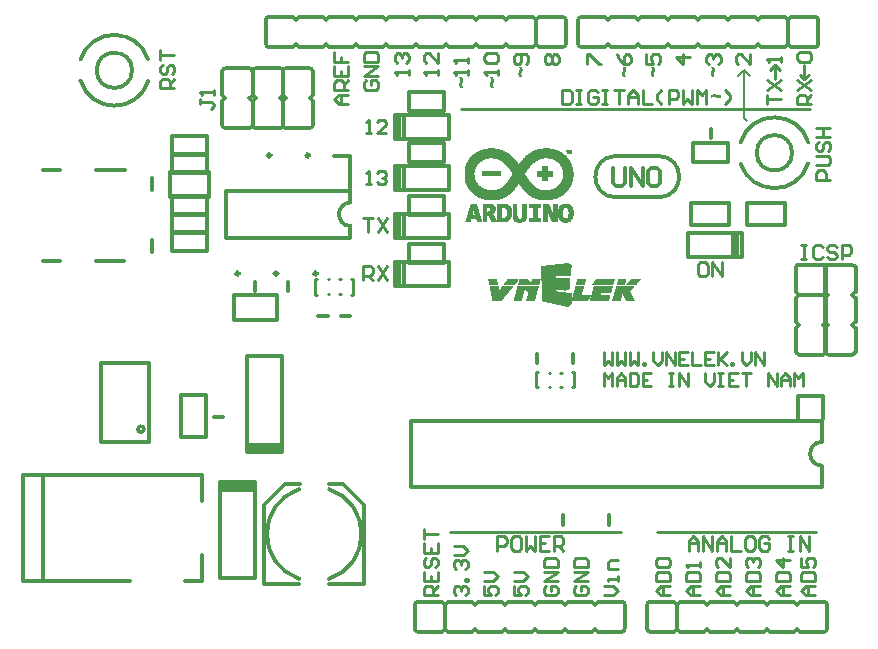
<source format=gto>
%FSTAX43Y43*%
%MOMM*%
G71*
G01*
G75*
G04:AMPARAMS|DCode=10|XSize=0.9mm|YSize=0.8mm|CornerRadius=0.2mm|HoleSize=0mm|Usage=FLASHONLY|Rotation=90.000|XOffset=0mm|YOffset=0mm|HoleType=Round|Shape=RoundedRectangle|*
%AMROUNDEDRECTD10*
21,1,0.900,0.400,0,0,90.0*
21,1,0.500,0.800,0,0,90.0*
1,1,0.400,0.200,0.250*
1,1,0.400,0.200,-0.250*
1,1,0.400,-0.200,-0.250*
1,1,0.400,-0.200,0.250*
%
%ADD10ROUNDEDRECTD10*%
G04:AMPARAMS|DCode=11|XSize=4.3mm|YSize=1.9mm|CornerRadius=0.475mm|HoleSize=0mm|Usage=FLASHONLY|Rotation=270.000|XOffset=0mm|YOffset=0mm|HoleType=Round|Shape=RoundedRectangle|*
%AMROUNDEDRECTD11*
21,1,4.300,0.950,0,0,270.0*
21,1,3.350,1.900,0,0,270.0*
1,1,0.950,-0.475,-1.675*
1,1,0.950,-0.475,1.675*
1,1,0.950,0.475,1.675*
1,1,0.950,0.475,-1.675*
%
%ADD11ROUNDEDRECTD11*%
G04:AMPARAMS|DCode=12|XSize=1.5mm|YSize=1.25mm|CornerRadius=0.313mm|HoleSize=0mm|Usage=FLASHONLY|Rotation=0.000|XOffset=0mm|YOffset=0mm|HoleType=Round|Shape=RoundedRectangle|*
%AMROUNDEDRECTD12*
21,1,1.500,0.625,0,0,0.0*
21,1,0.875,1.250,0,0,0.0*
1,1,0.625,0.438,-0.313*
1,1,0.625,-0.438,-0.313*
1,1,0.625,-0.438,0.313*
1,1,0.625,0.438,0.313*
%
%ADD12ROUNDEDRECTD12*%
G04:AMPARAMS|DCode=13|XSize=0.9mm|YSize=0.8mm|CornerRadius=0.2mm|HoleSize=0mm|Usage=FLASHONLY|Rotation=180.000|XOffset=0mm|YOffset=0mm|HoleType=Round|Shape=RoundedRectangle|*
%AMROUNDEDRECTD13*
21,1,0.900,0.400,0,0,180.0*
21,1,0.500,0.800,0,0,180.0*
1,1,0.400,-0.250,0.200*
1,1,0.400,0.250,0.200*
1,1,0.400,0.250,-0.200*
1,1,0.400,-0.250,-0.200*
%
%ADD13ROUNDEDRECTD13*%
G04:AMPARAMS|DCode=14|XSize=1.5mm|YSize=1.25mm|CornerRadius=0.313mm|HoleSize=0mm|Usage=FLASHONLY|Rotation=90.000|XOffset=0mm|YOffset=0mm|HoleType=Round|Shape=RoundedRectangle|*
%AMROUNDEDRECTD14*
21,1,1.500,0.625,0,0,90.0*
21,1,0.875,1.250,0,0,90.0*
1,1,0.625,0.313,0.438*
1,1,0.625,0.313,-0.438*
1,1,0.625,-0.313,-0.438*
1,1,0.625,-0.313,0.438*
%
%ADD14ROUNDEDRECTD14*%
G04:AMPARAMS|DCode=15|XSize=2.65mm|YSize=1.75mm|CornerRadius=0.438mm|HoleSize=0mm|Usage=FLASHONLY|Rotation=90.000|XOffset=0mm|YOffset=0mm|HoleType=Round|Shape=RoundedRectangle|*
%AMROUNDEDRECTD15*
21,1,2.650,0.875,0,0,90.0*
21,1,1.775,1.750,0,0,90.0*
1,1,0.875,0.438,0.887*
1,1,0.875,0.438,-0.887*
1,1,0.875,-0.438,-0.887*
1,1,0.875,-0.438,0.887*
%
%ADD15ROUNDEDRECTD15*%
G04:AMPARAMS|DCode=16|XSize=3.28mm|YSize=1.5mm|CornerRadius=0.375mm|HoleSize=0mm|Usage=FLASHONLY|Rotation=270.000|XOffset=0mm|YOffset=0mm|HoleType=Round|Shape=RoundedRectangle|*
%AMROUNDEDRECTD16*
21,1,3.280,0.750,0,0,270.0*
21,1,2.530,1.500,0,0,270.0*
1,1,0.750,-0.375,-1.265*
1,1,0.750,-0.375,1.265*
1,1,0.750,0.375,1.265*
1,1,0.750,0.375,-1.265*
%
%ADD16ROUNDEDRECTD16*%
G04:AMPARAMS|DCode=17|XSize=1mm|YSize=1.5mm|CornerRadius=0.25mm|HoleSize=0mm|Usage=FLASHONLY|Rotation=270.000|XOffset=0mm|YOffset=0mm|HoleType=Round|Shape=RoundedRectangle|*
%AMROUNDEDRECTD17*
21,1,1.000,1.000,0,0,270.0*
21,1,0.500,1.500,0,0,270.0*
1,1,0.500,-0.500,-0.250*
1,1,0.500,-0.500,0.250*
1,1,0.500,0.500,0.250*
1,1,0.500,0.500,-0.250*
%
%ADD17ROUNDEDRECTD17*%
G04:AMPARAMS|DCode=18|XSize=1.3mm|YSize=1mm|CornerRadius=0.25mm|HoleSize=0mm|Usage=FLASHONLY|Rotation=270.000|XOffset=0mm|YOffset=0mm|HoleType=Round|Shape=RoundedRectangle|*
%AMROUNDEDRECTD18*
21,1,1.300,0.500,0,0,270.0*
21,1,0.800,1.000,0,0,270.0*
1,1,0.500,-0.250,-0.400*
1,1,0.500,-0.250,0.400*
1,1,0.500,0.250,0.400*
1,1,0.500,0.250,-0.400*
%
%ADD18ROUNDEDRECTD18*%
G04:AMPARAMS|DCode=19|XSize=1.5mm|YSize=1.3mm|CornerRadius=0.325mm|HoleSize=0mm|Usage=FLASHONLY|Rotation=90.000|XOffset=0mm|YOffset=0mm|HoleType=Round|Shape=RoundedRectangle|*
%AMROUNDEDRECTD19*
21,1,1.500,0.650,0,0,90.0*
21,1,0.850,1.300,0,0,90.0*
1,1,0.650,0.325,0.425*
1,1,0.650,0.325,-0.425*
1,1,0.650,-0.325,-0.425*
1,1,0.650,-0.325,0.425*
%
%ADD19ROUNDEDRECTD19*%
G04:AMPARAMS|DCode=20|XSize=0.8mm|YSize=1mm|CornerRadius=0.2mm|HoleSize=0mm|Usage=FLASHONLY|Rotation=180.000|XOffset=0mm|YOffset=0mm|HoleType=Round|Shape=RoundedRectangle|*
%AMROUNDEDRECTD20*
21,1,0.800,0.600,0,0,180.0*
21,1,0.400,1.000,0,0,180.0*
1,1,0.400,-0.200,0.300*
1,1,0.400,0.200,0.300*
1,1,0.400,0.200,-0.300*
1,1,0.400,-0.200,-0.300*
%
%ADD20ROUNDEDRECTD20*%
%ADD21O,0.400X2.100*%
G04:AMPARAMS|DCode=22|XSize=1.6mm|YSize=0.4mm|CornerRadius=0.1mm|HoleSize=0mm|Usage=FLASHONLY|Rotation=270.000|XOffset=0mm|YOffset=0mm|HoleType=Round|Shape=RoundedRectangle|*
%AMROUNDEDRECTD22*
21,1,1.600,0.200,0,0,270.0*
21,1,1.400,0.400,0,0,270.0*
1,1,0.200,-0.100,-0.700*
1,1,0.200,-0.100,0.700*
1,1,0.200,0.100,0.700*
1,1,0.200,0.100,-0.700*
%
%ADD22ROUNDEDRECTD22*%
G04:AMPARAMS|DCode=23|XSize=2.5mm|YSize=2mm|CornerRadius=0.5mm|HoleSize=0mm|Usage=FLASHONLY|Rotation=180.000|XOffset=0mm|YOffset=0mm|HoleType=Round|Shape=RoundedRectangle|*
%AMROUNDEDRECTD23*
21,1,2.500,1.000,0,0,180.0*
21,1,1.500,2.000,0,0,180.0*
1,1,1.000,-0.750,0.500*
1,1,1.000,0.750,0.500*
1,1,1.000,0.750,-0.500*
1,1,1.000,-0.750,-0.500*
%
%ADD23ROUNDEDRECTD23*%
%ADD24O,2.250X0.500*%
G04:AMPARAMS|DCode=25|XSize=1.5mm|YSize=1mm|CornerRadius=0.25mm|HoleSize=0mm|Usage=FLASHONLY|Rotation=90.000|XOffset=0mm|YOffset=0mm|HoleType=Round|Shape=RoundedRectangle|*
%AMROUNDEDRECTD25*
21,1,1.500,0.500,0,0,90.0*
21,1,1.000,1.000,0,0,90.0*
1,1,0.500,0.250,0.500*
1,1,0.500,0.250,-0.500*
1,1,0.500,-0.250,-0.500*
1,1,0.500,-0.250,0.500*
%
%ADD25ROUNDEDRECTD25*%
%ADD26C,0.300*%
%ADD27C,0.400*%
%ADD28C,0.500*%
%ADD29C,1.000*%
%ADD30C,1.500*%
%ADD31C,0.800*%
%ADD32C,0.700*%
%ADD33C,1.000*%
%ADD34C,1.300*%
%ADD35C,1.600*%
G04:AMPARAMS|DCode=36|XSize=2.54mm|YSize=4.064mm|CornerRadius=0.635mm|HoleSize=0mm|Usage=FLASHONLY|Rotation=0.000|XOffset=0mm|YOffset=0mm|HoleType=Round|Shape=RoundedRectangle|*
%AMROUNDEDRECTD36*
21,1,2.540,2.794,0,0,0.0*
21,1,1.270,4.064,0,0,0.0*
1,1,1.270,0.635,-1.397*
1,1,1.270,-0.635,-1.397*
1,1,1.270,-0.635,1.397*
1,1,1.270,0.635,1.397*
%
%ADD36ROUNDEDRECTD36*%
G04:AMPARAMS|DCode=37|XSize=4.064mm|YSize=2.54mm|CornerRadius=0.635mm|HoleSize=0mm|Usage=FLASHONLY|Rotation=0.000|XOffset=0mm|YOffset=0mm|HoleType=Round|Shape=RoundedRectangle|*
%AMROUNDEDRECTD37*
21,1,4.064,1.270,0,0,0.0*
21,1,2.794,2.540,0,0,0.0*
1,1,1.270,1.397,-0.635*
1,1,1.270,-1.397,-0.635*
1,1,1.270,-1.397,0.635*
1,1,1.270,1.397,0.635*
%
%ADD37ROUNDEDRECTD37*%
%ADD38C,0.700*%
%ADD39C,0.800*%
%ADD40C,3.200*%
%ADD41C,0.200*%
%ADD42C,0.250*%
%ADD43C,0.013*%
%ADD44C,0.006*%
G36*
X0077631Y0086669D02*
X0077639Y0086659D01*
X0077652Y0086644D01*
X0077667Y0086622D01*
X0077682Y0086601D01*
X0077697Y0086575D01*
X0077712Y0086551D01*
X0077723Y008653D01*
Y0086528D01*
X0077727Y0086521D01*
X0077729Y008651D01*
X0077734Y0086495D01*
X0077738Y0086478D01*
X0077742Y0086461D01*
X0077744Y008644D01*
X0077747Y0086418D01*
Y0086416D01*
Y0086412D01*
Y0086403D01*
X0077744Y008639D01*
X007774Y0086362D01*
X0077734Y008633D01*
Y0086328D01*
X0077732Y0086322D01*
X0077727Y0086311D01*
X0077721Y0086296D01*
X0077712Y0086276D01*
X0077704Y0086253D01*
X0077689Y0086223D01*
X0077674Y0086191D01*
X0077671Y0086186D01*
X0077665Y0086176D01*
X0077659Y0086158D01*
X0077648Y0086137D01*
X0077639Y0086113D01*
X0077633Y0086088D01*
X0077626Y0086064D01*
X0077624Y008604D01*
Y0086038D01*
Y0086036D01*
Y008603D01*
X0077626Y0086021D01*
X0077631Y0085997D01*
X0077639Y0085967D01*
X0077654Y0085931D01*
X0077663Y0085912D01*
X0077676Y008589D01*
X0077691Y0085869D01*
X0077706Y0085845D01*
X0077725Y0085824D01*
X0077747Y00858D01*
X0077495D01*
X0077493Y0085804D01*
X0077485Y0085813D01*
X0077474Y0085826D01*
X0077461Y0085843D01*
X0077446Y0085862D01*
X0077431Y0085886D01*
X0077418Y0085907D01*
X0077405Y0085931D01*
X0077403Y0085933D01*
X0077401Y0085942D01*
X0077397Y0085955D01*
X007739Y0085972D01*
X0077386Y0085991D01*
X0077382Y0086015D01*
X007738Y008604D01*
X0077377Y0086066D01*
Y0086068D01*
Y0086073D01*
Y0086079D01*
X007738Y008609D01*
X0077382Y0086113D01*
X007739Y0086143D01*
Y0086146D01*
X0077392Y0086152D01*
X0077397Y0086161D01*
X0077401Y0086176D01*
X0077407Y0086193D01*
X0077418Y0086214D01*
X0077429Y0086238D01*
X0077442Y0086266D01*
X0077444Y008627D01*
X0077448Y0086279D01*
X0077455Y0086294D01*
X0077463Y0086309D01*
X0077478Y0086347D01*
X0077487Y0086362D01*
X0077491Y0086377D01*
Y008638D01*
X0077493Y0086384D01*
Y008639D01*
X0077495Y0086399D01*
X0077498Y0086418D01*
X00775Y0086442D01*
Y0086444D01*
Y0086446D01*
Y0086452D01*
X0077498Y0086459D01*
X0077493Y008648D01*
X0077485Y008651D01*
X0077472Y0086543D01*
X007745Y0086583D01*
X0077435Y0086605D01*
X007742Y0086626D01*
X0077403Y008665D01*
X0077382Y0086674D01*
X0077629D01*
X0077631Y0086669D01*
D02*
G37*
G36*
X0075211Y0085769D02*
X0075219Y0085759D01*
X0075232Y0085743D01*
X0075247Y0085722D01*
X0075262Y0085701D01*
X0075277Y0085675D01*
X0075292Y0085651D01*
X0075303Y008563D01*
Y0085628D01*
X0075307Y0085621D01*
X0075309Y008561D01*
X0075314Y0085595D01*
X0075318Y0085578D01*
X0075322Y0085561D01*
X0075324Y008554D01*
X0075327Y0085518D01*
Y0085516D01*
Y0085512D01*
Y0085503D01*
X0075324Y008549D01*
X007532Y0085462D01*
X0075314Y008543D01*
Y0085428D01*
X0075312Y0085422D01*
X0075307Y0085411D01*
X0075301Y0085396D01*
X0075292Y0085376D01*
X0075284Y0085353D01*
X0075269Y0085323D01*
X0075254Y0085291D01*
X0075251Y0085286D01*
X0075245Y0085276D01*
X0075239Y0085258D01*
X0075228Y0085237D01*
X0075219Y0085213D01*
X0075213Y0085188D01*
X0075206Y0085164D01*
X0075204Y008514D01*
Y0085138D01*
Y0085136D01*
Y008513D01*
X0075206Y0085121D01*
X0075211Y0085097D01*
X0075219Y0085067D01*
X0075234Y0085031D01*
X0075243Y0085012D01*
X0075256Y008499D01*
X0075271Y0084969D01*
X0075286Y0084945D01*
X0075305Y0084924D01*
X0075327Y00849D01*
X0075075D01*
X0075073Y0084904D01*
X0075065Y0084913D01*
X0075054Y0084926D01*
X0075041Y0084943D01*
X0075026Y0084962D01*
X0075011Y0084986D01*
X0074998Y0085007D01*
X0074985Y0085031D01*
X0074983Y0085033D01*
X0074981Y0085042D01*
X0074977Y0085055D01*
X007497Y0085072D01*
X0074966Y0085091D01*
X0074962Y0085115D01*
X007496Y008514D01*
X0074957Y0085166D01*
Y0085168D01*
Y0085173D01*
Y0085179D01*
X007496Y008519D01*
X0074962Y0085213D01*
X007497Y0085243D01*
Y0085246D01*
X0074972Y0085252D01*
X0074977Y0085261D01*
X0074981Y0085276D01*
X0074987Y0085293D01*
X0074998Y0085314D01*
X0075009Y0085338D01*
X0075022Y0085366D01*
X0075024Y008537D01*
X0075028Y0085379D01*
X0075035Y0085394D01*
X0075043Y0085409D01*
X0075058Y0085447D01*
X0075067Y0085462D01*
X0075071Y0085477D01*
Y0085479D01*
X0075073Y0085484D01*
Y008549D01*
X0075075Y0085499D01*
X0075078Y0085518D01*
X007508Y0085542D01*
Y0085544D01*
Y0085546D01*
Y0085552D01*
X0075078Y0085559D01*
X0075073Y008558D01*
X0075065Y008561D01*
X0075052Y0085643D01*
X007503Y0085683D01*
X0075015Y0085705D01*
X0075Y0085726D01*
X0074983Y008575D01*
X0074962Y0085774D01*
X0075209D01*
X0075211Y0085769D01*
D02*
G37*
G36*
X0072611D02*
X0072619Y0085759D01*
X0072632Y0085743D01*
X0072647Y0085722D01*
X0072662Y0085701D01*
X0072677Y0085675D01*
X0072692Y0085651D01*
X0072703Y008563D01*
Y0085628D01*
X0072707Y0085621D01*
X0072709Y008561D01*
X0072714Y0085595D01*
X0072718Y0085578D01*
X0072722Y0085561D01*
X0072724Y008554D01*
X0072727Y0085518D01*
Y0085516D01*
Y0085512D01*
Y0085503D01*
X0072724Y008549D01*
X007272Y0085462D01*
X0072714Y008543D01*
Y0085428D01*
X0072712Y0085422D01*
X0072707Y0085411D01*
X0072701Y0085396D01*
X0072692Y0085376D01*
X0072684Y0085353D01*
X0072669Y0085323D01*
X0072654Y0085291D01*
X0072651Y0085286D01*
X0072645Y0085276D01*
X0072639Y0085258D01*
X0072628Y0085237D01*
X0072619Y0085213D01*
X0072613Y0085188D01*
X0072606Y0085164D01*
X0072604Y008514D01*
Y0085138D01*
Y0085136D01*
Y008513D01*
X0072606Y0085121D01*
X0072611Y0085097D01*
X0072619Y0085067D01*
X0072634Y0085031D01*
X0072643Y0085012D01*
X0072656Y008499D01*
X0072671Y0084969D01*
X0072686Y0084945D01*
X0072705Y0084924D01*
X0072727Y00849D01*
X0072475D01*
X0072473Y0084904D01*
X0072465Y0084913D01*
X0072454Y0084926D01*
X0072441Y0084943D01*
X0072426Y0084962D01*
X0072411Y0084986D01*
X0072398Y0085007D01*
X0072385Y0085031D01*
X0072383Y0085033D01*
X0072381Y0085042D01*
X0072377Y0085055D01*
X007237Y0085072D01*
X0072366Y0085091D01*
X0072362Y0085115D01*
X007236Y008514D01*
X0072357Y0085166D01*
Y0085168D01*
Y0085173D01*
Y0085179D01*
X007236Y008519D01*
X0072362Y0085213D01*
X007237Y0085243D01*
Y0085246D01*
X0072372Y0085252D01*
X0072377Y0085261D01*
X0072381Y0085276D01*
X0072387Y0085293D01*
X0072398Y0085314D01*
X0072409Y0085338D01*
X0072422Y0085366D01*
X0072424Y008537D01*
X0072428Y0085379D01*
X0072435Y0085394D01*
X0072443Y0085409D01*
X0072458Y0085447D01*
X0072467Y0085462D01*
X0072471Y0085477D01*
Y0085479D01*
X0072473Y0085484D01*
Y008549D01*
X0072475Y0085499D01*
X0072478Y0085518D01*
X007248Y0085542D01*
Y0085544D01*
Y0085546D01*
Y0085552D01*
X0072478Y0085559D01*
X0072473Y008558D01*
X0072465Y008561D01*
X0072452Y0085643D01*
X007243Y0085683D01*
X0072415Y0085705D01*
X00724Y0085726D01*
X0072383Y008575D01*
X0072362Y0085774D01*
X0072608D01*
X0072611Y0085769D01*
D02*
G37*
G36*
X0086411Y0086669D02*
X0086419Y0086659D01*
X0086432Y0086644D01*
X0086447Y0086622D01*
X0086462Y0086601D01*
X0086477Y0086575D01*
X0086492Y0086551D01*
X0086503Y008653D01*
Y0086528D01*
X0086507Y0086521D01*
X0086509Y008651D01*
X0086514Y0086495D01*
X0086518Y0086478D01*
X0086522Y0086461D01*
X0086524Y008644D01*
X0086527Y0086418D01*
Y0086416D01*
Y0086412D01*
Y0086403D01*
X0086524Y008639D01*
X008652Y0086362D01*
X0086514Y008633D01*
Y0086328D01*
X0086512Y0086322D01*
X0086507Y0086311D01*
X0086501Y0086296D01*
X0086492Y0086276D01*
X0086484Y0086253D01*
X0086469Y0086223D01*
X0086454Y0086191D01*
X0086451Y0086186D01*
X0086445Y0086176D01*
X0086439Y0086158D01*
X0086428Y0086137D01*
X0086419Y0086113D01*
X0086413Y0086088D01*
X0086406Y0086064D01*
X0086404Y008604D01*
Y0086038D01*
Y0086036D01*
Y008603D01*
X0086406Y0086021D01*
X0086411Y0085997D01*
X0086419Y0085967D01*
X0086434Y0085931D01*
X0086443Y0085912D01*
X0086456Y008589D01*
X0086471Y0085869D01*
X0086486Y0085845D01*
X0086505Y0085824D01*
X0086527Y00858D01*
X0086275D01*
X0086273Y0085804D01*
X0086265Y0085813D01*
X0086254Y0085826D01*
X0086241Y0085843D01*
X0086226Y0085862D01*
X0086211Y0085886D01*
X0086198Y0085907D01*
X0086185Y0085931D01*
X0086183Y0085933D01*
X0086181Y0085942D01*
X0086177Y0085955D01*
X008617Y0085972D01*
X0086166Y0085991D01*
X0086162Y0086015D01*
X008616Y008604D01*
X0086157Y0086066D01*
Y0086068D01*
Y0086073D01*
Y0086079D01*
X008616Y008609D01*
X0086162Y0086113D01*
X008617Y0086143D01*
Y0086146D01*
X0086172Y0086152D01*
X0086177Y0086161D01*
X0086181Y0086176D01*
X0086187Y0086193D01*
X0086198Y0086214D01*
X0086209Y0086238D01*
X0086222Y0086266D01*
X0086224Y008627D01*
X0086228Y0086279D01*
X0086235Y0086294D01*
X0086243Y0086309D01*
X0086258Y0086347D01*
X0086267Y0086362D01*
X0086271Y0086377D01*
Y008638D01*
X0086273Y0086384D01*
Y008639D01*
X0086275Y0086399D01*
X0086278Y0086418D01*
X008628Y0086442D01*
Y0086444D01*
Y0086446D01*
Y0086452D01*
X0086278Y0086459D01*
X0086273Y008648D01*
X0086265Y008651D01*
X0086252Y0086543D01*
X008623Y0086583D01*
X0086215Y0086605D01*
X00862Y0086626D01*
X0086183Y008665D01*
X0086162Y0086674D01*
X0086409D01*
X0086411Y0086669D01*
D02*
G37*
G36*
X009399Y008434D02*
X0094013Y0084338D01*
X0094043Y008433D01*
X0094046D01*
X0094052Y0084328D01*
X0094061Y0084323D01*
X0094076Y0084319D01*
X0094093Y0084313D01*
X0094114Y0084302D01*
X0094138Y0084291D01*
X0094166Y0084278D01*
X009417Y0084276D01*
X0094179Y0084272D01*
X0094194Y0084265D01*
X0094209Y0084257D01*
X0094247Y0084242D01*
X0094262Y0084233D01*
X0094277Y0084229D01*
X009428D01*
X0094284Y0084227D01*
X009429D01*
X0094299Y0084225D01*
X0094318Y0084222D01*
X0094342Y008422D01*
X0094352D01*
X0094359Y0084222D01*
X009438Y0084227D01*
X009441Y0084235D01*
X0094443Y0084248D01*
X0094483Y008427D01*
X0094505Y0084285D01*
X0094526Y00843D01*
X009455Y0084317D01*
X0094574Y0084338D01*
Y0084091D01*
X0094569Y0084089D01*
X0094559Y0084081D01*
X0094543Y0084068D01*
X0094522Y0084053D01*
X0094501Y0084038D01*
X0094475Y0084023D01*
X0094451Y0084008D01*
X009443Y0083997D01*
X0094428D01*
X0094421Y0083993D01*
X009441Y0083991D01*
X0094395Y0083986D01*
X0094378Y0083982D01*
X0094361Y0083978D01*
X009434Y0083976D01*
X0094318Y0083973D01*
X0094303D01*
X009429Y0083976D01*
X0094262Y008398D01*
X009423Y0083986D01*
X0094228D01*
X0094222Y0083988D01*
X0094211Y0083993D01*
X0094196Y0083999D01*
X0094176Y0084008D01*
X0094153Y0084016D01*
X0094123Y0084031D01*
X0094091Y0084046D01*
X0094086Y0084049D01*
X0094076Y0084055D01*
X0094058Y0084061D01*
X0094037Y0084072D01*
X0094013Y0084081D01*
X0093988Y0084087D01*
X0093964Y0084094D01*
X009394Y0084096D01*
X009393D01*
X0093921Y0084094D01*
X0093897Y0084089D01*
X0093867Y0084081D01*
X0093831Y0084066D01*
X0093812Y0084057D01*
X009379Y0084044D01*
X0093769Y0084029D01*
X0093745Y0084014D01*
X0093724Y0083995D01*
X00937Y0083973D01*
Y0084225D01*
X0093704Y0084227D01*
X0093713Y0084235D01*
X0093726Y0084246D01*
X0093743Y0084259D01*
X0093762Y0084274D01*
X0093786Y0084289D01*
X0093807Y0084302D01*
X0093831Y0084315D01*
X0093833Y0084317D01*
X0093842Y0084319D01*
X0093855Y0084323D01*
X0093872Y008433D01*
X0093891Y0084334D01*
X0093915Y0084338D01*
X009394Y008434D01*
X0093966Y0084343D01*
X0093979D01*
X009399Y008434D01*
D02*
G37*
G36*
X0093911Y0086669D02*
X0093919Y0086659D01*
X0093932Y0086644D01*
X0093947Y0086622D01*
X0093962Y0086601D01*
X0093977Y0086575D01*
X0093992Y0086551D01*
X0094003Y008653D01*
Y0086528D01*
X0094007Y0086521D01*
X0094009Y008651D01*
X0094014Y0086495D01*
X0094018Y0086478D01*
X0094022Y0086461D01*
X0094024Y008644D01*
X0094027Y0086418D01*
Y0086416D01*
Y0086412D01*
Y0086403D01*
X0094024Y008639D01*
X009402Y0086362D01*
X0094014Y008633D01*
Y0086328D01*
X0094012Y0086322D01*
X0094007Y0086311D01*
X0094001Y0086296D01*
X0093992Y0086276D01*
X0093984Y0086253D01*
X0093969Y0086223D01*
X0093954Y0086191D01*
X0093951Y0086186D01*
X0093945Y0086176D01*
X0093939Y0086158D01*
X0093928Y0086137D01*
X0093919Y0086113D01*
X0093913Y0086088D01*
X0093906Y0086064D01*
X0093904Y008604D01*
Y0086038D01*
Y0086036D01*
Y008603D01*
X0093906Y0086021D01*
X0093911Y0085997D01*
X0093919Y0085967D01*
X0093934Y0085931D01*
X0093943Y0085912D01*
X0093956Y008589D01*
X0093971Y0085869D01*
X0093986Y0085845D01*
X0094005Y0085824D01*
X0094027Y00858D01*
X0093775D01*
X0093773Y0085804D01*
X0093765Y0085813D01*
X0093754Y0085826D01*
X0093741Y0085843D01*
X0093726Y0085862D01*
X0093711Y0085886D01*
X0093698Y0085907D01*
X0093685Y0085931D01*
X0093683Y0085933D01*
X0093681Y0085942D01*
X0093677Y0085955D01*
X009367Y0085972D01*
X0093666Y0085991D01*
X0093662Y0086015D01*
X009366Y008604D01*
X0093657Y0086066D01*
Y0086068D01*
Y0086073D01*
Y0086079D01*
X009366Y008609D01*
X0093662Y0086113D01*
X009367Y0086143D01*
Y0086146D01*
X0093672Y0086152D01*
X0093677Y0086161D01*
X0093681Y0086176D01*
X0093687Y0086193D01*
X0093698Y0086214D01*
X0093709Y0086238D01*
X0093722Y0086266D01*
X0093724Y008627D01*
X0093728Y0086279D01*
X0093735Y0086294D01*
X0093743Y0086309D01*
X0093758Y0086347D01*
X0093767Y0086362D01*
X0093771Y0086377D01*
Y008638D01*
X0093773Y0086384D01*
Y008639D01*
X0093775Y0086399D01*
X0093778Y0086418D01*
X009378Y0086442D01*
Y0086444D01*
Y0086446D01*
Y0086452D01*
X0093778Y0086459D01*
X0093773Y008648D01*
X0093765Y008651D01*
X0093752Y0086543D01*
X009373Y0086583D01*
X0093715Y0086605D01*
X00937Y0086626D01*
X0093683Y008665D01*
X0093662Y0086674D01*
X0093909D01*
X0093911Y0086669D01*
D02*
G37*
G36*
X0088831D02*
X0088839Y0086659D01*
X0088852Y0086644D01*
X0088867Y0086622D01*
X0088882Y0086601D01*
X0088897Y0086575D01*
X0088912Y0086551D01*
X0088923Y008653D01*
Y0086528D01*
X0088927Y0086521D01*
X0088929Y008651D01*
X0088934Y0086495D01*
X0088938Y0086478D01*
X0088942Y0086461D01*
X0088944Y008644D01*
X0088947Y0086418D01*
Y0086416D01*
Y0086412D01*
Y0086403D01*
X0088944Y008639D01*
X008894Y0086362D01*
X0088934Y008633D01*
Y0086328D01*
X0088932Y0086322D01*
X0088927Y0086311D01*
X0088921Y0086296D01*
X0088912Y0086276D01*
X0088904Y0086253D01*
X0088889Y0086223D01*
X0088874Y0086191D01*
X0088871Y0086186D01*
X0088865Y0086176D01*
X0088859Y0086158D01*
X0088848Y0086137D01*
X0088839Y0086113D01*
X0088833Y0086088D01*
X0088826Y0086064D01*
X0088824Y008604D01*
Y0086038D01*
Y0086036D01*
Y008603D01*
X0088826Y0086021D01*
X0088831Y0085997D01*
X0088839Y0085967D01*
X0088854Y0085931D01*
X0088863Y0085912D01*
X0088876Y008589D01*
X0088891Y0085869D01*
X0088906Y0085845D01*
X0088925Y0085824D01*
X0088947Y00858D01*
X0088695D01*
X0088693Y0085804D01*
X0088685Y0085813D01*
X0088674Y0085826D01*
X0088661Y0085843D01*
X0088646Y0085862D01*
X0088631Y0085886D01*
X0088618Y0085907D01*
X0088605Y0085931D01*
X0088603Y0085933D01*
X0088601Y0085942D01*
X0088597Y0085955D01*
X008859Y0085972D01*
X0088586Y0085991D01*
X0088582Y0086015D01*
X008858Y008604D01*
X0088577Y0086066D01*
Y0086068D01*
Y0086073D01*
Y0086079D01*
X008858Y008609D01*
X0088582Y0086113D01*
X008859Y0086143D01*
Y0086146D01*
X0088592Y0086152D01*
X0088597Y0086161D01*
X0088601Y0086176D01*
X0088607Y0086193D01*
X0088618Y0086214D01*
X0088629Y0086238D01*
X0088642Y0086266D01*
X0088644Y008627D01*
X0088648Y0086279D01*
X0088655Y0086294D01*
X0088663Y0086309D01*
X0088678Y0086347D01*
X0088687Y0086362D01*
X0088691Y0086377D01*
Y008638D01*
X0088693Y0086384D01*
Y008639D01*
X0088695Y0086399D01*
X0088698Y0086418D01*
X00887Y0086442D01*
Y0086444D01*
Y0086446D01*
Y0086452D01*
X0088698Y0086459D01*
X0088693Y008648D01*
X0088685Y008651D01*
X0088672Y0086543D01*
X008865Y0086583D01*
X0088635Y0086605D01*
X008862Y0086626D01*
X0088603Y008665D01*
X0088582Y0086674D01*
X0088828D01*
X0088831Y0086669D01*
D02*
G37*
D26*
X0089299Y0075601D02*
G03*
X00893Y00791I-0000048J0001749D01*
G01*
X00856Y00791D02*
G03*
X00856Y0075601I0000049J-0001749D01*
G01*
X0058844Y0050898D02*
G03*
X0058835Y0043305I0001256J-0003798D01*
G01*
X0061341Y0043297D02*
G03*
X0061371Y0050893I-0001241J0003803D01*
G01*
X0045675Y0055969D02*
G03*
X0045675Y0055969I-000025J0D01*
G01*
X010056Y0079375D02*
G03*
X010056Y0079375I-00015J0D01*
G01*
X0101933Y0080237D02*
G03*
X0096201Y0080285I-0002873J-0000862D01*
G01*
X0096214Y0078426D02*
G03*
X0101921Y0078472I0002846J0000949D01*
G01*
X0103089Y005489D02*
G03*
X0103089Y005289I0J-0001D01*
G01*
X005232Y00817D02*
G03*
X00526Y008146I000026J000002D01*
G01*
X00546Y008146D02*
G03*
X005488Y00817I000002J000026D01*
G01*
X00526Y008654D02*
G03*
X005232Y008626I0J-000028D01*
G01*
X005488D02*
G03*
X00546Y008654I-000028J0D01*
G01*
X005742Y00817D02*
G03*
X00577Y008146I000026J000002D01*
G01*
X00597Y008146D02*
G03*
X005998Y00817I000002J000026D01*
G01*
X00577Y008654D02*
G03*
X005742Y008626I0J-000028D01*
G01*
X005998D02*
G03*
X00597Y008654I-000028J0D01*
G01*
X005492Y00817D02*
G03*
X00552Y008146I000026J000002D01*
G01*
X00572Y008146D02*
G03*
X005748Y00817I000002J000026D01*
G01*
X00552Y008654D02*
G03*
X005492Y008626I0J-000028D01*
G01*
X005748D02*
G03*
X00572Y008654I-000028J0D01*
G01*
X010337Y006257D02*
G03*
X010365Y006229I000028J0D01*
G01*
X010315Y006229D02*
G03*
X010343Y006257I0J000028D01*
G01*
X010593Y006967D02*
G03*
X010565Y006991I-000026J-000002D01*
G01*
X010365Y006991D02*
G03*
X010337Y006967I-000002J-000026D01*
G01*
X010565Y006229D02*
G03*
X010593Y006257I0J000028D01*
G01*
X010087D02*
G03*
X010115Y006229I000028J0D01*
G01*
Y006991D02*
G03*
X010087Y006967I-000002J-000026D01*
G01*
X010343D02*
G03*
X010315Y006991I-000026J-000002D01*
G01*
X010277Y00906D02*
G03*
X010253Y009088I-000026J000002D01*
G01*
Y008832D02*
G03*
X010277Y00886I-000002J000026D01*
G01*
X008245D02*
G03*
X008269Y008832I000026J-000002D01*
G01*
Y009088D02*
G03*
X008245Y00906I000002J-000026D01*
G01*
X005601Y00886D02*
G03*
X005625Y008832I000026J-000002D01*
G01*
Y009088D02*
G03*
X005601Y00906I000002J-000026D01*
G01*
X008141D02*
G03*
X008117Y009088I-000026J000002D01*
G01*
Y008832D02*
G03*
X008141Y00886I-000002J000026D01*
G01*
X008639Y00411D02*
G03*
X008615Y004138I-000026J000002D01*
G01*
Y003882D02*
G03*
X008639Y00391I-000002J000026D01*
G01*
X006861D02*
G03*
X006885Y003882I000026J-000002D01*
G01*
Y004138D02*
G03*
X006861Y00411I000002J-000026D01*
G01*
X010352D02*
G03*
X010328Y004138I-000026J000002D01*
G01*
Y003882D02*
G03*
X010352Y00391I-000002J000026D01*
G01*
X008828D02*
G03*
X008852Y003882I000026J-000002D01*
G01*
Y004138D02*
G03*
X008828Y00411I000002J-000026D01*
G01*
X004468Y008636D02*
G03*
X004468Y008636I-00015J0D01*
G01*
X0040307Y0085498D02*
G03*
X0046039Y008545I0002873J0000862D01*
G01*
X0046026Y0087309D02*
G03*
X0040319Y0087263I-0002846J-0000949D01*
G01*
X0063162Y0075166D02*
G03*
X0063166Y0073168I0000039J-0000999D01*
G01*
X0059687Y0079164D02*
G03*
X0059687Y0079164I-000015J0D01*
G01*
X0056437D02*
G03*
X0056437Y0079164I-000015J0D01*
G01*
X0053755Y006916D02*
G03*
X0053755Y006916I-000015J0D01*
G01*
X0057005D02*
G03*
X0057005Y006916I-000015J0D01*
G01*
X0060359D02*
G03*
X0060359Y006916I-000015J0D01*
G01*
X00856Y0075601D02*
X0089299D01*
X00856Y00791D02*
X00893D01*
X00812Y00479D02*
Y00487D01*
X006136Y004285D02*
X006432D01*
X005585D02*
X005882D01*
X006137Y005135D02*
X006255D01*
X005765D02*
X005888D01*
X006255D02*
X006435Y004955D01*
Y004285D02*
Y004955D01*
X005585D02*
X005765Y005135D01*
X005585Y004285D02*
Y004955D01*
X005095Y00553D02*
Y00589D01*
X004885Y00553D02*
X005095D01*
X004885D02*
Y00589D01*
X005095D01*
X00516Y0057D02*
X00524D01*
X00851Y00479D02*
Y00487D01*
X0082042Y0061576D02*
Y0062376D01*
X0078994Y0061576D02*
Y0062376D01*
X0062338Y0065532D02*
X0063138D01*
X0053318Y0067344D02*
X0056918D01*
Y0065244D02*
Y0067344D01*
X0053318Y0065244D02*
X0056918D01*
X0053318D02*
Y0067344D01*
X0057912Y0067672D02*
Y0068472D01*
X0052125Y005085D02*
X0055075D01*
X0052125Y004335D02*
Y00515D01*
X0055075D01*
X0052125Y004335D02*
X0055075D01*
X0052125Y0051D02*
X0055075D01*
X0052125Y00513D02*
X0055075D01*
Y004335D02*
Y00515D01*
X00524Y0051104D02*
X00548D01*
X005468Y0054416D02*
X005708D01*
X0054405Y005402D02*
Y006217D01*
Y005422D02*
X0057355D01*
X0054405Y005452D02*
X0057355D01*
X0054405Y006217D02*
X0057355D01*
X0054405Y005402D02*
X0057355D01*
Y006217D01*
X0054405Y005467D02*
X0057355D01*
X0046082Y00549D02*
Y006161D01*
X0042018Y00549D02*
Y006161D01*
Y00549D02*
X0046082D01*
X0042018Y006161D02*
X0046082D01*
X009677Y0073284D02*
Y0075084D01*
X0099969D01*
Y0073284D02*
Y0075084D01*
X009677Y0073284D02*
X0099969D01*
X009524D02*
Y0075084D01*
X0092039Y0073284D02*
X009524D01*
X0092039D02*
Y0075084D01*
X009524D01*
X01011Y00567D02*
Y00588D01*
X01032D01*
Y00568D02*
Y00588D01*
X01031Y00567D02*
X01032Y00568D01*
X0103089Y00567D02*
X01031D01*
X0103089Y00511D02*
Y005289D01*
Y005489D02*
Y00567D01*
X0068291D02*
X0103089D01*
X0068291Y00511D02*
Y00567D01*
Y00511D02*
X0103089D01*
X0095545Y0070568D02*
Y00726D01*
X0091734D02*
X0096307D01*
Y0070568D02*
Y00726D01*
X0095925Y0070568D02*
Y00726D01*
X0091734Y0070568D02*
X0096307D01*
X0091734D02*
Y00726D01*
X0071505Y0080544D02*
Y0082576D01*
X0066933D02*
X0071505D01*
X0067314Y0080544D02*
Y0082576D01*
X0066933Y0080544D02*
Y0082576D01*
Y0080544D02*
X0071505D01*
X0067695D02*
Y0082576D01*
X005487Y0086286D02*
X005488D01*
X005232D02*
X005233D01*
X005488Y00817D02*
Y0083736D01*
X005232Y00817D02*
Y0083746D01*
X00526Y008146D02*
X00546D01*
X00526Y008654D02*
X00546D01*
X005488Y0084254D02*
Y0086286D01*
X005232Y0084254D02*
Y0086286D01*
X0054616Y0084D02*
X005487Y0083746D01*
X0054616Y0084D02*
X0054626D01*
X005488Y0084254D01*
X005233D02*
X0052584Y0084D01*
X005233Y0083746D02*
X0052584Y0084D01*
X005997Y0086286D02*
X005998D01*
X005742D02*
X005743D01*
X005998Y00817D02*
Y0083736D01*
X005742Y00817D02*
Y0083746D01*
X00577Y008146D02*
X00597D01*
X00577Y008654D02*
X00597D01*
X005998Y0084254D02*
Y0086286D01*
X005742Y0084254D02*
Y0086286D01*
X0059716Y0084D02*
X005997Y0083746D01*
X0059716Y0084D02*
X0059726D01*
X005998Y0084254D01*
X005743D02*
X0057684Y0084D01*
X005743Y0083746D02*
X0057684Y0084D01*
X0067695Y0076184D02*
Y0078216D01*
X0066933Y0076184D02*
X0071505D01*
X0066933D02*
Y0078216D01*
X0067314Y0076184D02*
Y0078216D01*
X0066933D02*
X0071505D01*
Y0076184D02*
Y0078216D01*
X005747Y0086286D02*
X005748D01*
X005492D02*
X005493D01*
X005748Y00817D02*
Y0083736D01*
X005492Y00817D02*
Y0083746D01*
X00552Y008146D02*
X00572D01*
X00552Y008654D02*
X00572D01*
X005748Y0084254D02*
Y0086286D01*
X005492Y0084254D02*
Y0086286D01*
X0057216Y0084D02*
X005747Y0083746D01*
X0057216Y0084D02*
X0057226D01*
X005748Y0084254D01*
X005493D02*
X0055184Y0084D01*
X005493Y0083746D02*
X0055184Y0084D01*
X010338Y0067624D02*
X0103634Y006737D01*
X0103624D02*
X0103634D01*
X010337Y0067116D02*
X0103624Y006737D01*
X010337Y0064576D02*
X0103624Y006483D01*
X010338Y0065084D02*
X0103634Y006483D01*
X0103624D02*
X0103634D01*
X010337Y0065084D02*
Y0067116D01*
Y0067634D02*
X010338Y0067624D01*
X010337D02*
X010338D01*
X010337Y0062544D02*
X010338D01*
X010337D02*
Y0064576D01*
X0103166Y006483D02*
X010342Y0065084D01*
X0103166Y006483D02*
X010342Y0064576D01*
X010343Y0062544D02*
Y0064576D01*
X010342Y0062544D02*
X010343D01*
X0103166Y006737D02*
X010342Y0067624D01*
X0103166Y006737D02*
X010342Y0067116D01*
X010343Y0065084D02*
Y0067116D01*
X010593Y0065084D02*
Y0067116D01*
X0105666Y006737D02*
X010592Y0067116D01*
X0105666Y006737D02*
X010592Y0067624D01*
Y0062544D02*
X010593D01*
X010337Y0067634D02*
Y006967D01*
X010593Y0067624D02*
Y006967D01*
X010365Y006991D02*
X010565D01*
X010365Y006229D02*
X010565D01*
X010593Y0062544D02*
Y0064576D01*
X0105666Y006483D02*
X010592Y0064576D01*
X0105666Y006483D02*
X010592Y0065084D01*
X010087Y0064576D02*
X0101124Y006483D01*
X0101134D01*
X010088Y0065084D02*
X0101134Y006483D01*
X010087Y0062544D02*
Y0064576D01*
X010115Y006229D02*
X010315D01*
X010115Y006991D02*
X010315D01*
X010343Y0067624D02*
Y006967D01*
X010087Y0067634D02*
Y006967D01*
Y0062544D02*
X010088D01*
X010087Y0067624D02*
X010088D01*
X0101134Y006737D01*
X0101124D02*
X0101134D01*
X010087Y0067116D02*
X0101124Y006737D01*
X010087Y0067634D02*
X010088Y0067624D01*
X010087Y0065084D02*
Y0067116D01*
X0101134Y006737D02*
X0103166D01*
X010023Y0088584D02*
Y0090626D01*
X010277Y00886D02*
Y00906D01*
X010023Y0088584D02*
X0100484Y008833D01*
X0099976D02*
X010023Y0088584D01*
X0100484Y009087D02*
Y009088D01*
X010023Y0090616D02*
X0100484Y009087D01*
X010023Y0090616D02*
Y0090626D01*
X0099976Y009088D02*
X010023Y0090626D01*
X0100484Y008832D02*
X010253D01*
X009769Y0088584D02*
X0097944Y008833D01*
X0097436D02*
X009769Y0088584D01*
X0097944Y008832D02*
X0099976D01*
X0097944D02*
Y008833D01*
X0100494Y009088D02*
X010253D01*
X0100484Y009087D02*
X0100494Y009088D01*
X0097944D02*
X0099976D01*
X0097944Y009087D02*
Y009088D01*
X009769Y0090616D02*
X0097944Y009087D01*
X0097436D02*
X009769Y0090616D01*
X0092864Y008832D02*
Y008833D01*
Y008832D02*
X0094896D01*
X0092356Y008833D02*
X009261Y0088584D01*
X0092864Y008833D01*
X0095404Y008832D02*
X009745D01*
X0094896Y008833D02*
X009515Y0088584D01*
X0095404Y008833D01*
X0087784Y008832D02*
Y008833D01*
Y008832D02*
X0089816D01*
X0087276Y008833D02*
X008753Y0088584D01*
X0087784Y008833D01*
X0090324Y008832D02*
X009237D01*
X0089816Y008833D02*
X009007Y0088584D01*
X0090324Y008833D01*
X0082704Y008832D02*
X0084736D01*
X0085244D02*
X008729D01*
X0084736Y008833D02*
X008499Y0088584D01*
X0085244Y008833D01*
X0092356Y009087D02*
X009261Y0090616D01*
X0092864Y009087D01*
Y009088D01*
X0094896D01*
X0095404Y009087D02*
X0095414Y009088D01*
X009745D01*
X0094896D02*
X009515Y0090626D01*
Y0090616D02*
Y0090626D01*
Y0090616D02*
X0095404Y009087D01*
Y009088D01*
X0087276Y009087D02*
X008753Y0090616D01*
X0087784Y009087D01*
Y009088D01*
X0089816D01*
X0090324Y009087D02*
X0090334Y009088D01*
X009237D01*
X0089816D02*
X009007Y0090626D01*
Y0090616D02*
Y0090626D01*
Y0090616D02*
X0090324Y009087D01*
Y009088D01*
X0082704D02*
X0084736D01*
X0085244Y009087D02*
X0085254Y009088D01*
X008729D01*
X0084736D02*
X008499Y0090626D01*
Y0090616D02*
Y0090626D01*
Y0090616D02*
X0085244Y009087D01*
Y009088D01*
X008245Y00886D02*
Y00906D01*
X007887Y0088584D02*
Y0090626D01*
X005601Y00886D02*
Y00906D01*
X008141Y00886D02*
Y00906D01*
X007887Y0088584D02*
X0079124Y008833D01*
X0078616D02*
X007887Y0088584D01*
X0079124Y009087D02*
Y009088D01*
X007887Y0090616D02*
X0079124Y009087D01*
X007887Y0090616D02*
Y0090626D01*
X0078616Y009088D02*
X007887Y0090626D01*
X0079124Y008832D02*
X008117D01*
X007633Y0088584D02*
X0076584Y008833D01*
X0076076D02*
X007633Y0088584D01*
X0076584Y008832D02*
X0078616D01*
X0076584D02*
Y008833D01*
X0079134Y009088D02*
X008117D01*
X0079124Y009087D02*
X0079134Y009088D01*
X0076584D02*
X0078616D01*
X0076584Y009087D02*
Y009088D01*
X007633Y0090616D02*
X0076584Y009087D01*
X0076076D02*
X007633Y0090616D01*
X0071504Y008832D02*
Y008833D01*
Y008832D02*
X0073536D01*
X0070996Y008833D02*
X007125Y0088584D01*
X0071504Y008833D01*
X0074044Y008832D02*
X007609D01*
X0073536Y008833D02*
X007379Y0088584D01*
X0074044Y008833D01*
X0066424Y008832D02*
Y008833D01*
Y008832D02*
X0068456D01*
X0065916Y008833D02*
X006617Y0088584D01*
X0066424Y008833D01*
X0068964Y008832D02*
X007101D01*
X0068456Y008833D02*
X006871Y0088584D01*
X0068964Y008833D01*
X0061344Y008832D02*
Y008833D01*
Y008832D02*
X0063376D01*
X0060836Y008833D02*
X006109Y0088584D01*
X0061344Y008833D01*
X0063884Y008832D02*
X006593D01*
X0063376Y008833D02*
X006363Y0088584D01*
X0063884Y008833D01*
X0056264Y008832D02*
X0058296D01*
X0058804D02*
X006085D01*
X0058296Y008833D02*
X005855Y0088584D01*
X0058804Y008833D01*
X0070996Y009087D02*
X007125Y0090616D01*
X0071504Y009087D01*
Y009088D01*
X0073536D01*
X0074044Y009087D02*
X0074054Y009088D01*
X007609D01*
X0073536D02*
X007379Y0090626D01*
Y0090616D02*
Y0090626D01*
Y0090616D02*
X0074044Y009087D01*
Y009088D01*
X0065916Y009087D02*
X006617Y0090616D01*
X0066424Y009087D01*
Y009088D01*
X0068456D01*
X0068964Y009087D02*
X0068974Y009088D01*
X007101D01*
X0068456D02*
X006871Y0090626D01*
Y0090616D02*
Y0090626D01*
Y0090616D02*
X0068964Y009087D01*
Y009088D01*
X0060836Y009087D02*
X006109Y0090616D01*
X0061344Y009087D01*
Y009088D01*
X0063376D01*
X0063884Y009087D02*
X0063894Y009088D01*
X006593D01*
X0063376D02*
X006363Y0090626D01*
Y0090616D02*
Y0090626D01*
Y0090616D02*
X0063884Y009087D01*
Y009088D01*
X0056264D02*
X0058296D01*
X0058804Y009087D02*
X0058814Y009088D01*
X006085D01*
X0058296D02*
X005855Y0090626D01*
Y0090616D02*
Y0090626D01*
Y0090616D02*
X0058804Y009087D01*
Y009088D01*
X007115Y0039074D02*
Y0041116D01*
X008639Y00391D02*
Y00411D01*
X006861Y00391D02*
Y00411D01*
X0070896Y004137D02*
X007115Y0041116D01*
X0071404Y004137D01*
X0070896Y003882D02*
Y003883D01*
X007115Y0039084D01*
Y0039074D02*
Y0039084D01*
Y0039074D02*
X0071404Y003882D01*
X006885Y004138D02*
X0070896D01*
X0073436Y004137D02*
X007369Y0041116D01*
X0073944Y004137D01*
X0071404Y004138D02*
X0073436D01*
Y004137D02*
Y004138D01*
X006885Y003882D02*
X0070886D01*
X0070896Y003883D01*
X0071404Y003882D02*
X0073436D01*
Y003883D01*
X007369Y0039084D01*
X0073944Y003883D01*
X0078516Y004137D02*
Y004138D01*
X0076484D02*
X0078516D01*
X007877Y0041116D02*
X0079024Y004137D01*
X0078516D02*
X007877Y0041116D01*
X007393Y004138D02*
X0075976D01*
X007623Y0041116D02*
X0076484Y004137D01*
X0075976D02*
X007623Y0041116D01*
X0083596Y004137D02*
Y004138D01*
X0081564D02*
X0083596D01*
X008385Y0041116D02*
X0084104Y004137D01*
X0083596D02*
X008385Y0041116D01*
X007901Y004138D02*
X0081056D01*
X008131Y0041116D02*
X0081564Y004137D01*
X0081056D02*
X008131Y0041116D01*
X008409Y004138D02*
X0086136D01*
X007877Y0039084D02*
X0079024Y003883D01*
X0078516D02*
X007877Y0039084D01*
X0078516Y003882D02*
Y003883D01*
X0076484Y003882D02*
X0078516D01*
X0075966D02*
X0075976Y003883D01*
X007393Y003882D02*
X0075966D01*
X007623Y0039074D02*
X0076484Y003882D01*
X007623Y0039074D02*
Y0039084D01*
X0075976Y003883D02*
X007623Y0039084D01*
X0075976Y003882D02*
Y003883D01*
X008385Y0039084D02*
X0084104Y003883D01*
X0083596D02*
X008385Y0039084D01*
X0083596Y003882D02*
Y003883D01*
X0081564Y003882D02*
X0083596D01*
X0081046D02*
X0081056Y003883D01*
X007901Y003882D02*
X0081046D01*
X008131Y0039074D02*
X0081564Y003882D01*
X008131Y0039074D02*
Y0039084D01*
X0081056Y003883D02*
X008131Y0039084D01*
X0081056Y003882D02*
Y003883D01*
X008409Y003882D02*
X0086126D01*
X010352Y00391D02*
Y00411D01*
X008828Y00391D02*
Y00411D01*
X0090566Y004137D02*
X009082Y0041116D01*
X0091074Y004137D01*
X0090566Y003882D02*
Y003883D01*
X009082Y0039084D01*
Y0039074D02*
Y0039084D01*
Y0039074D02*
X0091074Y003882D01*
X008852Y004138D02*
X0090566D01*
X0093106Y004137D02*
X009336Y0041116D01*
X0093614Y004137D01*
X0091074Y004138D02*
X0093106D01*
Y004137D02*
Y004138D01*
X008852Y003882D02*
X0090556D01*
X0090566Y003883D01*
X0091074Y003882D02*
X0093106D01*
Y003883D01*
X009336Y0039084D01*
X0093614Y003883D01*
X0098186Y004137D02*
Y004138D01*
X0096154D02*
X0098186D01*
X009844Y0041116D02*
X0098694Y004137D01*
X0098186D02*
X009844Y0041116D01*
X00936Y004138D02*
X0095646D01*
X00959Y0041116D02*
X0096154Y004137D01*
X0095646D02*
X00959Y0041116D01*
X0101234Y004138D02*
X0103266D01*
X009868D02*
X0100726D01*
X010098Y0041116D02*
X0101234Y004137D01*
X0100726D02*
X010098Y0041116D01*
X009844Y0039084D02*
X0098694Y003883D01*
X0098186D02*
X009844Y0039084D01*
X0098186Y003882D02*
Y003883D01*
X0096154Y003882D02*
X0098186D01*
X0095636D02*
X0095646Y003883D01*
X00936Y003882D02*
X0095636D01*
X00959Y0039074D02*
X0096154Y003882D01*
X00959Y0039074D02*
Y0039084D01*
X0095646Y003883D02*
X00959Y0039084D01*
X0095646Y003882D02*
Y003883D01*
X0101234Y003882D02*
X0103266D01*
X0100716D02*
X0100726Y003883D01*
X009868Y003882D02*
X0100716D01*
X010098Y0039074D02*
X0101234Y003882D01*
X010098Y0039074D02*
Y0039084D01*
X0100726Y003883D02*
X010098Y0039084D01*
X0100726Y003882D02*
Y003883D01*
X009082Y0039074D02*
Y0041116D01*
X0049175Y0043125D02*
X0050618D01*
Y0049925D02*
Y0052125D01*
Y0043125D02*
Y0045325D01*
X0035417Y0043125D02*
X0044522D01*
X0035417D02*
Y0052125D01*
X0050618D01*
X0037147Y0043125D02*
Y0052106D01*
X0055118Y0067672D02*
Y0068472D01*
X0060438Y0065532D02*
X0061238D01*
X0092162Y0080175D02*
X0095162D01*
X0092162Y0078575D02*
Y0080175D01*
Y0078575D02*
X0095162D01*
Y0080175D01*
X00681Y00802D02*
X00711D01*
X00681Y00786D02*
Y00802D01*
Y00786D02*
X00711D01*
Y00802D01*
X00681Y00845D02*
X00711D01*
X00681Y00829D02*
Y00845D01*
Y00829D02*
X00711D01*
Y00845D01*
X004803Y007921D02*
X005103D01*
Y008081D01*
X004803D02*
X005103D01*
X004803Y007921D02*
Y008081D01*
Y0077686D02*
X005103D01*
Y0079286D01*
X004803D02*
X005103D01*
X004803Y0077686D02*
Y0079286D01*
Y007573D02*
X005103D01*
X004803Y007413D02*
Y007573D01*
Y007413D02*
X005103D01*
Y007573D01*
X0052662Y0076168D02*
X0063162D01*
X0052662Y0072168D02*
X0063162D01*
X0052662D02*
Y0076168D01*
X0063162Y0075168D02*
Y0076168D01*
Y0072168D02*
Y0073168D01*
Y0076168D02*
Y0079064D01*
X0061806D02*
X0063162D01*
X004803Y0071082D02*
X005103D01*
Y0072682D01*
X004803D02*
X005103D01*
X004803Y0071082D02*
Y0072682D01*
Y0074206D02*
X005103D01*
X004803Y0072606D02*
Y0074206D01*
Y0072606D02*
X005103D01*
Y0074206D01*
X0071501Y0072136D02*
Y0074168D01*
X0066929D02*
X0071501D01*
X006731Y0072136D02*
Y0074168D01*
X0066929Y0072136D02*
Y0074168D01*
Y0072136D02*
X0071501D01*
X0067691D02*
Y0074168D01*
X0037145Y007795D02*
X0038588D01*
X0037145Y007025D02*
X0038588D01*
X0046345Y0076234D02*
Y0077275D01*
X0041636Y007795D02*
X0044049D01*
X0046345Y0070976D02*
Y0071966D01*
X0041636Y007025D02*
X0044024D01*
X004789Y0077758D02*
X005118D01*
Y0075658D02*
Y0077758D01*
X004789Y0075658D02*
X005118D01*
X004789D02*
Y0077758D01*
X0068096Y0071666D02*
X0071096D01*
X0068096Y0070066D02*
Y0071666D01*
Y0070066D02*
X0071096D01*
Y0071666D01*
X0067691Y0068072D02*
Y0070104D01*
X0066929Y0068072D02*
X0071501D01*
X0066929D02*
Y0070104D01*
X006731Y0068072D02*
Y0070104D01*
X0066929D02*
X0071501D01*
Y0068072D02*
Y0070104D01*
X0068096Y007573D02*
X0071096D01*
X0068096Y007413D02*
Y007573D01*
Y007413D02*
X0071096D01*
Y007573D01*
X0093676Y0080626D02*
Y0081426D01*
X00854Y00781D02*
Y007685D01*
X008565Y00766D01*
X008615D01*
X00864Y007685D01*
Y00781D01*
X00869Y00766D02*
Y00781D01*
X0087899Y00766D01*
Y00781D01*
X0089149D02*
X0088649D01*
X0088399Y007785D01*
Y007685D01*
X0088649Y00766D01*
X0089149D01*
X0089399Y007685D01*
Y007785D01*
X0089149Y00781D01*
D41*
X009652Y008636D02*
X0097028Y0085852D01*
X0096012D02*
X009652Y008636D01*
Y0082296D02*
X0096774Y0082042D01*
X009652Y0082296D02*
Y008636D01*
D42*
X00725Y00831D02*
X01021D01*
X00987Y00864D02*
X00991Y00868D01*
X01016Y00856D02*
Y00868D01*
Y00856D02*
X0102Y0086D01*
X01012D02*
X01016Y00856D01*
X00991Y00868D02*
X00995Y00864D01*
X00991Y00856D02*
Y00868D01*
X00891Y00473D02*
X01026D01*
X00716D02*
X00861D01*
X0082118Y0059548D02*
Y0060848D01*
X0078918Y0059548D02*
Y0060848D01*
X0081948Y0059548D02*
X0082118D01*
X0078918D02*
X0079088D01*
X0080938Y0059538D02*
X0081088D01*
X0079938Y0059548D02*
X0080088D01*
X0081948Y0060848D02*
X0082118D01*
X0078918D02*
X0079088D01*
X0079938Y0060758D02*
X0080088D01*
X0080938Y0060748D02*
X0081088D01*
X00602Y006735D02*
Y006865D01*
X00634Y006735D02*
Y006865D01*
X00602D02*
X006037D01*
X006323D02*
X00634D01*
X006123Y006866D02*
X006138D01*
X006223Y006865D02*
X006238D01*
X00602Y006735D02*
X006037D01*
X006323D02*
X00634D01*
X006223Y006744D02*
X006238D01*
X006123Y006745D02*
X006138D01*
X01038Y00771D02*
X01026D01*
Y00777D01*
X01028Y00779D01*
X01032D01*
X01034Y00777D01*
Y00771D01*
X01026Y00783D02*
X01036D01*
X01038Y00785D01*
Y0078899D01*
X01036Y0079099D01*
X01026D01*
X01028Y0080299D02*
X01026Y0080099D01*
Y0079699D01*
X01028Y0079499D01*
X0103D01*
X01032Y0079699D01*
Y0080099D01*
X01034Y0080299D01*
X01036D01*
X01038Y0080099D01*
Y0079699D01*
X01036Y0079499D01*
X01026Y0080699D02*
X01038D01*
X01032D01*
Y0081499D01*
X01026D01*
X01038D01*
X004826Y0084836D02*
X004706D01*
Y0085436D01*
X004726Y0085636D01*
X004766D01*
X004786Y0085436D01*
Y0084836D01*
Y0085236D02*
X004826Y0085636D01*
X004726Y0086835D02*
X004706Y0086635D01*
Y0086236D01*
X004726Y0086036D01*
X004746D01*
X004766Y0086236D01*
Y0086635D01*
X004786Y0086835D01*
X004806D01*
X004826Y0086635D01*
Y0086236D01*
X004806Y0086036D01*
X004706Y0087235D02*
Y0088035D01*
Y0087635D01*
X004826D01*
X0064516Y0081026D02*
X0064883D01*
X0064699D01*
Y0082126D01*
X0064516Y0081942D01*
X0066165Y0081026D02*
X0065432D01*
X0066165Y0081759D01*
Y0081942D01*
X0065982Y0082126D01*
X0065616D01*
X0065432Y0081942D01*
X0064516Y0076708D02*
X0064883D01*
X0064699D01*
Y0077808D01*
X0064516Y0077624D01*
X0065432D02*
X0065616Y0077808D01*
X0065982D01*
X0066165Y0077624D01*
Y0077441D01*
X0065982Y0077258D01*
X0065799D01*
X0065982D01*
X0066165Y0077075D01*
Y0076891D01*
X0065982Y0076708D01*
X0065616D01*
X0065432Y0076891D01*
X00932Y00701D02*
X00928D01*
X00926Y00699D01*
Y00691D01*
X00928Y00689D01*
X00932D01*
X00934Y00691D01*
Y00699D01*
X00932Y00701D01*
X00938Y00689D02*
Y00701D01*
X0094599Y00689D01*
Y00701D01*
X00504Y00839D02*
Y00835D01*
Y00837D01*
X00514D01*
X00516Y00835D01*
Y00833D01*
X00514Y00831D01*
X00516Y00843D02*
Y0084699D01*
Y00845D01*
X00504D01*
X00506Y00843D01*
X0101346Y0071558D02*
X0101746D01*
X0101546D01*
Y0070358D01*
X0101346D01*
X0101746D01*
X0103145Y0071358D02*
X0102945Y0071558D01*
X0102546D01*
X0102346Y0071358D01*
Y0070558D01*
X0102546Y0070358D01*
X0102945D01*
X0103145Y0070558D01*
X0104345Y0071358D02*
X0104145Y0071558D01*
X0103745D01*
X0103545Y0071358D01*
Y0071158D01*
X0103745Y0070958D01*
X0104145D01*
X0104345Y0070758D01*
Y0070558D01*
X0104145Y0070358D01*
X0103745D01*
X0103545Y0070558D01*
X0104745Y0070358D02*
Y0071558D01*
X0105345D01*
X0105545Y0071358D01*
Y0070958D01*
X0105345Y0070758D01*
X0104745D01*
X0064262Y0073844D02*
X0065062D01*
X0064662D01*
Y0072644D01*
X0065462Y0073844D02*
X0066261Y0072644D01*
Y0073844D02*
X0065462Y0072644D01*
X0064262Y006858D02*
Y006978D01*
X0064862D01*
X0065062Y006958D01*
Y006918D01*
X0064862Y006898D01*
X0064262D01*
X0064662D02*
X0065062Y006858D01*
X0065462Y006978D02*
X0066261Y006858D01*
Y006978D02*
X0065462Y006858D01*
X00811Y00847D02*
Y00835D01*
X00817D01*
X00819Y00837D01*
Y00845D01*
X00817Y00847D01*
X00811D01*
X00823D02*
X0082699D01*
X00825D01*
Y00835D01*
X00823D01*
X0082699D01*
X0084099Y00845D02*
X0083899Y00847D01*
X0083499D01*
X0083299Y00845D01*
Y00837D01*
X0083499Y00835D01*
X0083899D01*
X0084099Y00837D01*
Y00841D01*
X0083699D01*
X0084499Y00847D02*
X0084899D01*
X0084699D01*
Y00835D01*
X0084499D01*
X0084899D01*
X0085499Y00847D02*
X0086298D01*
X0085898D01*
Y00835D01*
X0086698D02*
Y00843D01*
X0087098Y00847D01*
X0087498Y00843D01*
Y00835D01*
Y00841D01*
X0086698D01*
X0087898Y00847D02*
Y00835D01*
X0088698D01*
X0089497D02*
X0089097Y00839D01*
Y00843D01*
X0089497Y00847D01*
X0090097Y00835D02*
Y00847D01*
X0090697D01*
X0090897Y00845D01*
Y00841D01*
X0090697Y00839D01*
X0090097D01*
X0091297Y00847D02*
Y00835D01*
X0091697Y00839D01*
X0092096Y00835D01*
Y00847D01*
X0092496Y00835D02*
Y00847D01*
X0092896Y00843D01*
X0093296Y00847D01*
Y00835D01*
X0094896D02*
X0095295Y00839D01*
Y00843D01*
X0094896Y00847D01*
X0063Y00835D02*
X00622D01*
X00618Y00839D01*
X00622Y00843D01*
X0063D01*
X00624D01*
Y00835D01*
X0063Y00847D02*
X00618D01*
Y0085299D01*
X0062Y0085499D01*
X00624D01*
X00626Y0085299D01*
Y00847D01*
Y0085099D02*
X0063Y0085499D01*
X00618Y0086699D02*
Y0085899D01*
X0063D01*
Y0086699D01*
X00624Y0085899D02*
Y0086299D01*
X00618Y0087899D02*
Y0087099D01*
X00624D01*
Y0087499D01*
Y0087099D01*
X0063D01*
X00645Y00855D02*
X00643Y00853D01*
Y00849D01*
X00645Y00847D01*
X00653D01*
X00655Y00849D01*
Y00853D01*
X00653Y00855D01*
X00649D01*
Y00851D01*
X00655Y00859D02*
X00643D01*
X00655Y0086699D01*
X00643D01*
Y0087099D02*
X00655D01*
Y0087699D01*
X00653Y0087899D01*
X00645D01*
X00643Y0087699D01*
Y0087099D01*
X00681Y0086D02*
Y00864D01*
Y00862D01*
X00669D01*
X00671Y0086D01*
Y0087D02*
X00669Y00872D01*
Y0087599D01*
X00671Y0087799D01*
X00673D01*
X00675Y0087599D01*
Y00874D01*
Y0087599D01*
X00677Y0087799D01*
X00679D01*
X00681Y0087599D01*
Y00872D01*
X00679Y0087D01*
X00706Y0086D02*
Y00864D01*
Y00862D01*
X00694D01*
X00696Y0086D01*
X00706Y0087799D02*
Y0087D01*
X00698Y0087799D01*
X00696D01*
X00694Y0087599D01*
Y00872D01*
X00696Y0087D01*
X00731Y0086D02*
Y00864D01*
Y00862D01*
X00719D01*
X00721Y0086D01*
X00731Y0087D02*
Y00874D01*
Y00872D01*
X00719D01*
X00721Y0087D01*
X00757Y0086D02*
Y00864D01*
Y00862D01*
X00745D01*
X00747Y0086D01*
Y0087D02*
X00745Y00872D01*
Y0087599D01*
X00747Y0087799D01*
X00755D01*
X00757Y0087599D01*
Y00872D01*
X00755Y0087D01*
X00747D01*
X0078Y00869D02*
X00782Y00871D01*
Y00875D01*
X0078Y00877D01*
X00772D01*
X0077Y00875D01*
Y00871D01*
X00772Y00869D01*
X00774D01*
X00776Y00871D01*
Y00877D01*
X00798Y00869D02*
X00796Y00871D01*
Y00875D01*
X00798Y00877D01*
X008D01*
X00802Y00875D01*
X00804Y00877D01*
X00806D01*
X00808Y00875D01*
Y00871D01*
X00806Y00869D01*
X00804D01*
X00802Y00871D01*
X008Y00869D01*
X00798D01*
X00802Y00871D02*
Y00875D01*
X00857Y00877D02*
X00859Y00873D01*
X00863Y00869D01*
X00867D01*
X00869Y00871D01*
Y00875D01*
X00867Y00877D01*
X00865D01*
X00863Y00875D01*
Y00869D01*
X00882Y00877D02*
Y00869D01*
X00888D01*
X00886Y00873D01*
Y00875D01*
X00888Y00877D01*
X00892D01*
X00894Y00875D01*
Y00871D01*
X00892Y00869D01*
X00832D02*
Y00877D01*
X00834D01*
X00842Y00869D01*
X00844D01*
X00919Y00875D02*
X00907D01*
X00913Y00869D01*
Y00877D01*
X00935Y00869D02*
X00933Y00871D01*
Y00875D01*
X00935Y00877D01*
X00937D01*
X00939Y00875D01*
Y00873D01*
Y00875D01*
X00941Y00877D01*
X00943D01*
X00945Y00875D01*
Y00871D01*
X00943Y00869D01*
X0097Y00877D02*
Y00869D01*
X00962Y00877D01*
X0096D01*
X00958Y00875D01*
Y00871D01*
X0096Y00869D01*
X00984Y00835D02*
Y00843D01*
Y00839D01*
X00996D01*
X00984Y00847D02*
X00996Y0085499D01*
X00984D02*
X00996Y00847D01*
Y0087099D02*
Y0087499D01*
Y0087299D01*
X00984D01*
X00986Y0087099D01*
X01022Y00835D02*
X0101D01*
Y00841D01*
X01012Y00843D01*
X01016D01*
X01018Y00841D01*
Y00835D01*
Y00839D02*
X01022Y00843D01*
X0101Y00847D02*
X01022Y0085499D01*
X0101D02*
X01022Y00847D01*
X01012Y0087099D02*
X0101Y0087299D01*
Y0087699D01*
X01012Y0087899D01*
X0102D01*
X01022Y0087699D01*
Y0087299D01*
X0102Y0087099D01*
X01012D01*
X00846Y00419D02*
X00854D01*
X00858Y00423D01*
X00854Y00427D01*
X00846D01*
X00858Y00431D02*
Y0043499D01*
Y00433D01*
X0085D01*
Y00431D01*
X00858Y0044099D02*
X0085D01*
Y0044699D01*
X00852Y0044899D01*
X00858D01*
X008226Y00427D02*
X008206Y00425D01*
Y00421D01*
X008226Y00419D01*
X008306D01*
X008326Y00421D01*
Y00425D01*
X008306Y00427D01*
X008266D01*
Y00423D01*
X008326Y00431D02*
X008206D01*
X008326Y0043899D01*
X008206D01*
Y0044299D02*
X008326D01*
Y0044899D01*
X008306Y0045099D01*
X008226D01*
X008206Y0044899D01*
Y0044299D01*
X007972Y00427D02*
X007952Y00425D01*
Y00421D01*
X007972Y00419D01*
X008052D01*
X008072Y00421D01*
Y00425D01*
X008052Y00427D01*
X008012D01*
Y00423D01*
X008072Y00431D02*
X007952D01*
X008072Y0043899D01*
X007952D01*
Y0044299D02*
X008072D01*
Y0044899D01*
X008052Y0045099D01*
X007972D01*
X007952Y0044899D01*
Y0044299D01*
X007698Y00427D02*
Y00419D01*
X007758D01*
X007738Y00423D01*
Y00425D01*
X007758Y00427D01*
X007798D01*
X007818Y00425D01*
Y00421D01*
X007798Y00419D01*
X007698Y00431D02*
X007778D01*
X007818Y0043499D01*
X007778Y0043899D01*
X007698D01*
X007444Y00427D02*
Y00419D01*
X007504D01*
X007484Y00423D01*
Y00425D01*
X007504Y00427D01*
X007544D01*
X007564Y00425D01*
Y00421D01*
X007544Y00419D01*
X007444Y00431D02*
X007524D01*
X007564Y0043499D01*
X007524Y0043899D01*
X007444D01*
X00721Y00419D02*
X00719Y00421D01*
Y00425D01*
X00721Y00427D01*
X00723D01*
X00725Y00425D01*
Y00423D01*
Y00425D01*
X00727Y00427D01*
X00729D01*
X00731Y00425D01*
Y00421D01*
X00729Y00419D01*
X00731Y00431D02*
X00729D01*
Y00433D01*
X00731D01*
Y00431D01*
X00721Y0044099D02*
X00719Y0044299D01*
Y0044699D01*
X00721Y0044899D01*
X00723D01*
X00725Y0044699D01*
Y0044499D01*
Y0044699D01*
X00727Y0044899D01*
X00729D01*
X00731Y0044699D01*
Y0044299D01*
X00729Y0044099D01*
X00719Y0045299D02*
X00727D01*
X00731Y0045699D01*
X00727Y0046099D01*
X00719D01*
X007056Y00419D02*
X006936D01*
Y00425D01*
X006956Y00427D01*
X006996D01*
X007016Y00425D01*
Y00419D01*
Y00423D02*
X007056Y00427D01*
X006936Y0043899D02*
Y00431D01*
X007056D01*
Y0043899D01*
X006996Y00431D02*
Y0043499D01*
X006956Y0045099D02*
X006936Y0044899D01*
Y0044499D01*
X006956Y0044299D01*
X006976D01*
X006996Y0044499D01*
Y0044899D01*
X007016Y0045099D01*
X007036D01*
X007056Y0044899D01*
Y0044499D01*
X007036Y0044299D01*
X006936Y0046299D02*
Y0045499D01*
X007056D01*
Y0046299D01*
X006996Y0045499D02*
Y0045899D01*
X006936Y0046698D02*
Y0047498D01*
Y0047098D01*
X007056D01*
X01025Y00419D02*
X01017D01*
X01013Y00423D01*
X01017Y00427D01*
X01025D01*
X01019D01*
Y00419D01*
X01013Y00431D02*
X01025D01*
Y0043699D01*
X01023Y0043899D01*
X01015D01*
X01013Y0043699D01*
Y00431D01*
Y0045099D02*
Y0044299D01*
X01019D01*
X01017Y0044699D01*
Y0044899D01*
X01019Y0045099D01*
X01023D01*
X01025Y0044899D01*
Y0044499D01*
X01023Y0044299D01*
X010039Y00419D02*
X009959D01*
X009919Y00423D01*
X009959Y00427D01*
X010039D01*
X009979D01*
Y00419D01*
X009919Y00431D02*
X010039D01*
Y0043699D01*
X010019Y0043899D01*
X009939D01*
X009919Y0043699D01*
Y00431D01*
X010039Y0044899D02*
X009919D01*
X009979Y0044299D01*
Y0045099D01*
X009785Y00419D02*
X009705D01*
X009665Y00423D01*
X009705Y00427D01*
X009785D01*
X009725D01*
Y00419D01*
X009665Y00431D02*
X009785D01*
Y0043699D01*
X009765Y0043899D01*
X009685D01*
X009665Y0043699D01*
Y00431D01*
X009685Y0044299D02*
X009665Y0044499D01*
Y0044899D01*
X009685Y0045099D01*
X009705D01*
X009725Y0044899D01*
Y0044699D01*
Y0044899D01*
X009745Y0045099D01*
X009765D01*
X009785Y0044899D01*
Y0044499D01*
X009765Y0044299D01*
X009531Y00419D02*
X009451D01*
X009411Y00423D01*
X009451Y00427D01*
X009531D01*
X009471D01*
Y00419D01*
X009411Y00431D02*
X009531D01*
Y0043699D01*
X009511Y0043899D01*
X009431D01*
X009411Y0043699D01*
Y00431D01*
X009531Y0045099D02*
Y0044299D01*
X009451Y0045099D01*
X009431D01*
X009411Y0044899D01*
Y0044499D01*
X009431Y0044299D01*
X009277Y00419D02*
X009197D01*
X009157Y00423D01*
X009197Y00427D01*
X009277D01*
X009217D01*
Y00419D01*
X009157Y00431D02*
X009277D01*
Y0043699D01*
X009257Y0043899D01*
X009177D01*
X009157Y0043699D01*
Y00431D01*
X009277Y0044299D02*
Y0044699D01*
Y0044499D01*
X009157D01*
X009177Y0044299D01*
X009023Y00419D02*
X008943D01*
X008903Y00423D01*
X008943Y00427D01*
X009023D01*
X008963D01*
Y00419D01*
X008903Y00431D02*
X009023D01*
Y0043699D01*
X009003Y0043899D01*
X008923D01*
X008903Y0043699D01*
Y00431D01*
X008923Y0044299D02*
X008903Y0044499D01*
Y0044899D01*
X008923Y0045099D01*
X009003D01*
X009023Y0044899D01*
Y0044499D01*
X009003Y0044299D01*
X008923D01*
X00918Y00457D02*
Y00465D01*
X00922Y00469D01*
X00926Y00465D01*
Y00457D01*
Y00463D01*
X00918D01*
X0093Y00457D02*
Y00469D01*
X0093799Y00457D01*
Y00469D01*
X0094199Y00457D02*
Y00465D01*
X0094599Y00469D01*
X0094999Y00465D01*
Y00457D01*
Y00463D01*
X0094199D01*
X0095399Y00469D02*
Y00457D01*
X0096199D01*
X0097198Y00469D02*
X0096798D01*
X0096598Y00467D01*
Y00459D01*
X0096798Y00457D01*
X0097198D01*
X0097398Y00459D01*
Y00467D01*
X0097198Y00469D01*
X0098598Y00467D02*
X0098398Y00469D01*
X0097998D01*
X0097798Y00467D01*
Y00459D01*
X0097998Y00457D01*
X0098398D01*
X0098598Y00459D01*
Y00463D01*
X0098198D01*
X0100197Y00469D02*
X0100597D01*
X0100397D01*
Y00457D01*
X0100197D01*
X0100597D01*
X0101197D02*
Y00469D01*
X0101997Y00457D01*
Y00469D01*
X00756Y00457D02*
Y00469D01*
X00762D01*
X00764Y00467D01*
Y00463D01*
X00762Y00461D01*
X00756D01*
X0077399Y00469D02*
X0077D01*
X00768Y00467D01*
Y00459D01*
X0077Y00457D01*
X0077399D01*
X0077599Y00459D01*
Y00467D01*
X0077399Y00469D01*
X0077999D02*
Y00457D01*
X0078399Y00461D01*
X0078799Y00457D01*
Y00469D01*
X0079999D02*
X0079199D01*
Y00457D01*
X0079999D01*
X0079199Y00463D02*
X0079599D01*
X0080398Y00457D02*
Y00469D01*
X0080998D01*
X0081198Y00467D01*
Y00463D01*
X0080998Y00461D01*
X0080398D01*
X0080798D02*
X0081198Y00457D01*
X00846Y00625D02*
Y00614D01*
X0084967Y0061767D01*
X0085333Y00614D01*
Y00625D01*
X00857D02*
Y00614D01*
X0086066Y0061767D01*
X0086433Y00614D01*
Y00625D01*
X0086799D02*
Y00614D01*
X0087166Y0061767D01*
X0087532Y00614D01*
Y00625D01*
X0087899Y00614D02*
Y0061583D01*
X0088082D01*
Y00614D01*
X0087899D01*
X0088815Y00625D02*
Y0061767D01*
X0089182Y00614D01*
X0089548Y0061767D01*
Y00625D01*
X0089915Y00614D02*
Y00625D01*
X0090648Y00614D01*
Y00625D01*
X0091748D02*
X0091015D01*
Y00614D01*
X0091748D01*
X0091015Y006195D02*
X0091381D01*
X0092114Y00625D02*
Y00614D01*
X0092847D01*
X0093947Y00625D02*
X0093214D01*
Y00614D01*
X0093947D01*
X0093214Y006195D02*
X009358D01*
X0094314Y00625D02*
Y00614D01*
Y0061767D01*
X0095047Y00625D01*
X0094497Y006195D01*
X0095047Y00614D01*
X0095413D02*
Y0061583D01*
X0095596D01*
Y00614D01*
X0095413D01*
X009633Y00625D02*
Y0061767D01*
X0096696Y00614D01*
X0097063Y0061767D01*
Y00625D01*
X0097429Y00614D02*
Y00625D01*
X0098162Y00614D01*
Y00625D01*
X00846Y00596D02*
Y00607D01*
X0084967Y0060333D01*
X0085333Y00607D01*
Y00596D01*
X00857D02*
Y0060333D01*
X0086066Y00607D01*
X0086433Y0060333D01*
Y00596D01*
Y006015D01*
X00857D01*
X0086799Y00607D02*
Y00596D01*
X0087349D01*
X0087532Y0059783D01*
Y0060516D01*
X0087349Y00607D01*
X0086799D01*
X0088632D02*
X0087899D01*
Y00596D01*
X0088632D01*
X0087899Y006015D02*
X0088265D01*
X0090098Y00607D02*
X0090465D01*
X0090282D01*
Y00596D01*
X0090098D01*
X0090465D01*
X0091015D02*
Y00607D01*
X0091748Y00596D01*
Y00607D01*
X0093214D02*
Y0059967D01*
X009358Y00596D01*
X0093947Y0059967D01*
Y00607D01*
X0094314D02*
X009468D01*
X0094497D01*
Y00596D01*
X0094314D01*
X009468D01*
X0095963Y00607D02*
X009523D01*
Y00596D01*
X0095963D01*
X009523Y006015D02*
X0095596D01*
X009633Y00607D02*
X0097063D01*
X0096696D01*
Y00596D01*
X0098529D02*
Y00607D01*
X0099262Y00596D01*
Y00607D01*
X0099628Y00596D02*
Y0060333D01*
X0099995Y00607D01*
X0100362Y0060333D01*
Y00596D01*
Y006015D01*
X0099628D01*
X0100728Y00596D02*
Y00607D01*
X0101095Y0060333D01*
X0101461Y00607D01*
Y00596D01*
D43*
X0081235Y0073534D02*
X0081451D01*
X0077324D02*
X0077578D01*
X0081159Y0073547D02*
X0081515D01*
X0077248D02*
X0077641D01*
X0081121Y007356D02*
X0081566D01*
X0080245D02*
X0080626D01*
X0079495D02*
X00798D01*
X0078264D02*
X0079254D01*
X007721D02*
X0077692D01*
X0075597D02*
X0076143D01*
X0075114D02*
X0075495D01*
X0074352D02*
X0074682D01*
X0073882D02*
X0074238D01*
X0072904D02*
X0073234D01*
X0081083Y0073573D02*
X0081604D01*
X0080232D02*
X0080626D01*
X0079495D02*
X00798D01*
X0078264D02*
X0079254D01*
X0077171D02*
X0077717D01*
X0075597D02*
X0076232D01*
X0075101D02*
X0075482D01*
X0074352D02*
X0074682D01*
X0073882D02*
X0074238D01*
X0072904D02*
X0073234D01*
X0081058Y0073585D02*
X0081629D01*
X0080232D02*
X0080626D01*
X0079495D02*
X00798D01*
X0078264D02*
X0079254D01*
X0077146D02*
X0077756D01*
X0075597D02*
X0076295D01*
X0075101D02*
X0075482D01*
X0074352D02*
X0074682D01*
X0073882D02*
X0074238D01*
X0072917D02*
X0073234D01*
X0081032Y0073598D02*
X0081655D01*
X0080219D02*
X0080626D01*
X0079495D02*
X00798D01*
X0078264D02*
X0079254D01*
X0077121D02*
X0077781D01*
X0075597D02*
X0076333D01*
X0075089D02*
X007547D01*
X0074352D02*
X0074682D01*
X0073869D02*
X0074238D01*
X0072917D02*
X0073247D01*
X0081007Y0073611D02*
X008168D01*
X0080219D02*
X0080626D01*
X0079495D02*
X00798D01*
X0078264D02*
X0079254D01*
X0077095D02*
X0077806D01*
X0075597D02*
X0076371D01*
X0075089D02*
X007547D01*
X0074352D02*
X0074682D01*
X0073869D02*
X0074225D01*
X0072917D02*
X0073247D01*
X0080994Y0073623D02*
X0081693D01*
X0080219D02*
X0080626D01*
X0079495D02*
X00798D01*
X0078264D02*
X0079254D01*
X007707D02*
X0077819D01*
X0075597D02*
X0076397D01*
X0075076D02*
X0075457D01*
X0074352D02*
X0074682D01*
X0073869D02*
X0074225D01*
X0072917D02*
X0073247D01*
X0080969Y0073636D02*
X0081718D01*
X0080207D02*
X0080626D01*
X0079495D02*
X00798D01*
X0078264D02*
X0079254D01*
X0077057D02*
X0077844D01*
X0075597D02*
X0076422D01*
X0075076D02*
X0075457D01*
X0074352D02*
X0074682D01*
X0073857D02*
X0074225D01*
X007293D02*
X007326D01*
X0080956Y0073649D02*
X0081731D01*
X0080207D02*
X0080626D01*
X0079495D02*
X00798D01*
X0078264D02*
X0079254D01*
X0077044D02*
X0077857D01*
X0075597D02*
X0076448D01*
X0075076D02*
X0075457D01*
X0074352D02*
X0074682D01*
X0073857D02*
X0074212D01*
X007293D02*
X007326D01*
X0080943Y0073661D02*
X0081743D01*
X0080194D02*
X0080626D01*
X0079495D02*
X00798D01*
X0078264D02*
X0079254D01*
X0077032D02*
X007787D01*
X0075597D02*
X0076473D01*
X0075063D02*
X0075444D01*
X0074352D02*
X0074682D01*
X0073857D02*
X0074212D01*
X007293D02*
X007326D01*
X0080931Y0073674D02*
X0081756D01*
X0080194D02*
X0080626D01*
X0079495D02*
X00798D01*
X0078264D02*
X0079254D01*
X0077019D02*
X0077883D01*
X0075597D02*
X0076486D01*
X0075063D02*
X0075444D01*
X0074352D02*
X0074682D01*
X0073857D02*
X0074212D01*
X0072942D02*
X007326D01*
X0080918Y0073687D02*
X0081769D01*
X0080181D02*
X0080626D01*
X0079495D02*
X00798D01*
X0078264D02*
X0079254D01*
X0077006D02*
X0077895D01*
X0075597D02*
X0076511D01*
X007505D02*
X0075432D01*
X0074352D02*
X0074682D01*
X0073844D02*
X00742D01*
X0072942D02*
X0073272D01*
X0080905Y00737D02*
X0081782D01*
X0080181D02*
X0080626D01*
X0079495D02*
X00798D01*
X0078264D02*
X0079254D01*
X0076994D02*
X0077908D01*
X0075597D02*
X0076524D01*
X007505D02*
X0075432D01*
X0074352D02*
X0074682D01*
X0073844D02*
X00742D01*
X0072942D02*
X0073272D01*
X0080893Y0073712D02*
X0081794D01*
X0080169D02*
X0080626D01*
X0079495D02*
X00798D01*
X0078264D02*
X0079254D01*
X0076981D02*
X0077921D01*
X0075597D02*
X0076549D01*
X0075038D02*
X0075419D01*
X0074352D02*
X0074682D01*
X0073844D02*
X00742D01*
X0072955D02*
X0073272D01*
X008088Y0073725D02*
X0081807D01*
X0080169D02*
X0080626D01*
X0079495D02*
X00798D01*
X0078264D02*
X0079254D01*
X0076981D02*
X0077921D01*
X0075597D02*
X0076562D01*
X0075038D02*
X0075419D01*
X0074352D02*
X0074682D01*
X0073831D02*
X00742D01*
X0072955D02*
X0073285D01*
X0080867Y0073738D02*
X008182D01*
X0080156D02*
X0080626D01*
X0079495D02*
X00798D01*
X0078264D02*
X0079254D01*
X0076968D02*
X0077933D01*
X0075597D02*
X0076575D01*
X0075025D02*
X0075406D01*
X0074352D02*
X0074682D01*
X0073831D02*
X0074187D01*
X0072955D02*
X0073285D01*
X0080867Y007375D02*
X0081832D01*
X0080156D02*
X0080626D01*
X0079495D02*
X00798D01*
X0078264D02*
X0079254D01*
X0076955D02*
X0077946D01*
X0075597D02*
X0076587D01*
X0075025D02*
X0075406D01*
X0074352D02*
X0074682D01*
X0073831D02*
X0074187D01*
X0072955D02*
X0073285D01*
X0080854Y0073763D02*
X0081845D01*
X0080143D02*
X0080626D01*
X0079495D02*
X00798D01*
X0078264D02*
X0079254D01*
X0076955D02*
X0077946D01*
X0075597D02*
X00766D01*
X0075012D02*
X0075393D01*
X0074352D02*
X0074682D01*
X0073831D02*
X0074187D01*
X0072968D02*
X0073298D01*
X0080842Y0073776D02*
X0081845D01*
X0080143D02*
X0080626D01*
X0079495D02*
X00798D01*
X0078264D02*
X0079254D01*
X0076943D02*
X0077959D01*
X0075597D02*
X0076613D01*
X0075012D02*
X0075393D01*
X0074352D02*
X0074682D01*
X0073819D02*
X0074174D01*
X0072968D02*
X0073298D01*
X0080842Y0073788D02*
X0081858D01*
X0080131D02*
X0080626D01*
X0079495D02*
X00798D01*
X0078264D02*
X0079254D01*
X0076943D02*
X0077959D01*
X0075597D02*
X0076625D01*
X0075012D02*
X0075381D01*
X0074352D02*
X0074682D01*
X0073819D02*
X0074174D01*
X0072968D02*
X0073298D01*
X0080829Y0073801D02*
X0081858D01*
X0080131D02*
X0080626D01*
X0079495D02*
X00798D01*
X0078264D02*
X0079254D01*
X007754D02*
X0077971D01*
X0076943D02*
X00774D01*
X0075597D02*
X0076625D01*
X0075D02*
X0075381D01*
X0074352D02*
X0074682D01*
X0073819D02*
X0074174D01*
X007298D02*
X0073298D01*
X0080829Y0073814D02*
X008187D01*
X0080131D02*
X0080626D01*
X0079495D02*
X00798D01*
X0078264D02*
X0079254D01*
X0077578D02*
X0077971D01*
X007693D02*
X0077349D01*
X0075597D02*
X0076638D01*
X0075D02*
X0075368D01*
X0074352D02*
X0074682D01*
X0073806D02*
X0074161D01*
X007298D02*
X0073311D01*
X0081439Y0073826D02*
X0081883D01*
X0080816D02*
X0081273D01*
X0080118D02*
X0080626D01*
X0079495D02*
X00798D01*
X0078594D02*
X0078924D01*
X0077603D02*
X0077984D01*
X007693D02*
X0077324D01*
X0076092D02*
X0076651D01*
X0075597D02*
X0075927D01*
X0074987D02*
X0075368D01*
X0074352D02*
X0074682D01*
X0073806D02*
X0074161D01*
X007298D02*
X0073311D01*
X0081464Y0073839D02*
X0081883D01*
X0080816D02*
X0081235D01*
X0080118D02*
X0080626D01*
X0079495D02*
X00798D01*
X0078594D02*
X0078924D01*
X0077629D02*
X0077984D01*
X007693D02*
X0077311D01*
X0076155D02*
X0076651D01*
X0075597D02*
X0075927D01*
X0074987D02*
X0075355D01*
X0074352D02*
X0074682D01*
X0072993D02*
X0074161D01*
X0081489Y0073852D02*
X0081896D01*
X0080804D02*
X0081223D01*
X0080105D02*
X0080626D01*
X0079495D02*
X00798D01*
X0078594D02*
X0078924D01*
X0077641D02*
X0077997D01*
X0076917D02*
X0077286D01*
X0076193D02*
X0076663D01*
X0075597D02*
X0075927D01*
X0074974D02*
X0075355D01*
X0074352D02*
X0074682D01*
X0072993D02*
X0074149D01*
X0081515Y0073865D02*
X0081896D01*
X0080804D02*
X0081197D01*
X0080105D02*
X0080626D01*
X0079495D02*
X00798D01*
X0078594D02*
X0078924D01*
X0077654D02*
X0077997D01*
X0076917D02*
X0077286D01*
X0076232D02*
X0076676D01*
X0075597D02*
X0075927D01*
X0074974D02*
X0075343D01*
X0074352D02*
X0074682D01*
X0072993D02*
X0074149D01*
X0081527Y0073877D02*
X0081909D01*
X0080791D02*
X0081185D01*
X0080092D02*
X0080626D01*
X0079495D02*
X00798D01*
X0078594D02*
X0078924D01*
X0077654D02*
X0077997D01*
X0076917D02*
X0077273D01*
X0076244D02*
X0076676D01*
X0075597D02*
X0075927D01*
X0074962D02*
X0075343D01*
X0074352D02*
X0074682D01*
X0073006D02*
X0074149D01*
X008154Y007389D02*
X0081909D01*
X0080791D02*
X0081172D01*
X0080092D02*
X0080626D01*
X0079495D02*
X00798D01*
X0078594D02*
X0078924D01*
X0077667D02*
X007801D01*
X0076917D02*
X007726D01*
X007627D02*
X0076689D01*
X0075597D02*
X0075927D01*
X0074962D02*
X007533D01*
X0074352D02*
X0074682D01*
X0073006D02*
X0074149D01*
X0081553Y0073903D02*
X0081909D01*
X0080791D02*
X0081159D01*
X008008D02*
X0080626D01*
X0079495D02*
X00798D01*
X0078594D02*
X0078924D01*
X0077679D02*
X007801D01*
X0076905D02*
X007726D01*
X0076282D02*
X0076689D01*
X0075597D02*
X0075927D01*
X0074949D02*
X007533D01*
X0074352D02*
X0074682D01*
X0073006D02*
X0074136D01*
X0081553Y0073915D02*
X0081921D01*
X0080778D02*
X0081146D01*
X008008D02*
X0080626D01*
X0079495D02*
X00798D01*
X0078594D02*
X0078924D01*
X0077679D02*
X007801D01*
X0076905D02*
X0077248D01*
X0076308D02*
X0076701D01*
X0075597D02*
X0075927D01*
X0074949D02*
X0075317D01*
X0074352D02*
X0074682D01*
X0073006D02*
X0074136D01*
X0081566Y0073928D02*
X0081921D01*
X0080778D02*
X0081146D01*
X0080067D02*
X0080626D01*
X0079495D02*
X00798D01*
X0078594D02*
X0078924D01*
X0077679D02*
X007801D01*
X0076905D02*
X0077248D01*
X0076321D02*
X0076701D01*
X0075597D02*
X0075927D01*
X0074949D02*
X0075317D01*
X0074352D02*
X0074682D01*
X0073019D02*
X0074136D01*
X0081578Y0073941D02*
X0081934D01*
X0080778D02*
X0081134D01*
X0080067D02*
X0080626D01*
X0079495D02*
X00798D01*
X0078594D02*
X0078924D01*
X0077692D02*
X0078022D01*
X0076905D02*
X0077235D01*
X0076333D02*
X0076714D01*
X0075597D02*
X0075927D01*
X0074936D02*
X0075304D01*
X0074352D02*
X0074682D01*
X0073019D02*
X0074123D01*
X0081578Y0073953D02*
X0081934D01*
X0080766D02*
X0081134D01*
X0080054D02*
X0080626D01*
X0079495D02*
X00798D01*
X0078594D02*
X0078924D01*
X0077692D02*
X0078022D01*
X0076905D02*
X0077235D01*
X0076333D02*
X0076714D01*
X0075597D02*
X0075927D01*
X0074936D02*
X0075304D01*
X0074352D02*
X0074682D01*
X0073019D02*
X0074123D01*
X0081591Y0073966D02*
X0081934D01*
X0080766D02*
X0081121D01*
X0080054D02*
X0080626D01*
X0079495D02*
X00798D01*
X0078594D02*
X0078924D01*
X0077692D02*
X0078022D01*
X0076905D02*
X0077235D01*
X0076346D02*
X0076714D01*
X0075597D02*
X0075927D01*
X0074924D02*
X0075292D01*
X0074352D02*
X0074682D01*
X0073031D02*
X0074123D01*
X0081591Y0073979D02*
X0081947D01*
X0080766D02*
X0081121D01*
X0080042D02*
X0080626D01*
X0079495D02*
X00798D01*
X0078594D02*
X0078924D01*
X0077692D02*
X0078022D01*
X0076905D02*
X0077235D01*
X0076359D02*
X0076727D01*
X0075597D02*
X0075927D01*
X0074924D02*
X0075292D01*
X0074352D02*
X0074682D01*
X0073031D02*
X0074111D01*
X0081591Y0073992D02*
X0081947D01*
X0080766D02*
X0081121D01*
X0080042D02*
X0080626D01*
X0079495D02*
X00798D01*
X0078594D02*
X0078924D01*
X0077705D02*
X0078022D01*
X0076892D02*
X0077222D01*
X0076359D02*
X0076727D01*
X0075597D02*
X0075927D01*
X0074911D02*
X0075279D01*
X0074352D02*
X0074682D01*
X0073031D02*
X0074111D01*
X0081604Y0074004D02*
X0081947D01*
X0080753D02*
X0081108D01*
X0080042D02*
X0080626D01*
X0079495D02*
X00798D01*
X0078594D02*
X0078924D01*
X0077705D02*
X0078022D01*
X0076892D02*
X0077222D01*
X0076371D02*
X0076727D01*
X0075597D02*
X0075927D01*
X0074911D02*
X0075279D01*
X0074352D02*
X0074682D01*
X0073044D02*
X0074111D01*
X0081604Y0074017D02*
X0081947D01*
X0080753D02*
X0081108D01*
X0080029D02*
X0080626D01*
X0079495D02*
X00798D01*
X0078594D02*
X0078924D01*
X0077705D02*
X0078035D01*
X0076892D02*
X0077222D01*
X0076371D02*
X007674D01*
X0075597D02*
X0075927D01*
X0074898D02*
X0075266D01*
X0074352D02*
X0074682D01*
X0073044D02*
X0074111D01*
X0081604Y007403D02*
X0081959D01*
X0080753D02*
X0081108D01*
X0080029D02*
X0080626D01*
X0079495D02*
X00798D01*
X0078594D02*
X0078924D01*
X0077705D02*
X0078035D01*
X0076892D02*
X0077222D01*
X0076384D02*
X007674D01*
X0075597D02*
X0075927D01*
X0074898D02*
X0075266D01*
X0074352D02*
X0074682D01*
X0073044D02*
X0074098D01*
X0081616Y0074042D02*
X0081959D01*
X0080753D02*
X0081096D01*
X0080016D02*
X0080626D01*
X0079495D02*
X00798D01*
X0078594D02*
X0078924D01*
X0077705D02*
X0078035D01*
X0076892D02*
X0077222D01*
X0076384D02*
X007674D01*
X0075597D02*
X0075927D01*
X0074885D02*
X0075254D01*
X0074352D02*
X0074682D01*
X0073057D02*
X0074098D01*
X0081616Y0074055D02*
X0081959D01*
X0080753D02*
X0081096D01*
X0080016D02*
X0080626D01*
X0079495D02*
X00798D01*
X0078594D02*
X0078924D01*
X0077705D02*
X0078035D01*
X0076892D02*
X0077222D01*
X0076397D02*
X0076752D01*
X0075597D02*
X0075927D01*
X0074885D02*
X0075254D01*
X0074352D02*
X0074682D01*
X0073057D02*
X0074098D01*
X0081616Y0074068D02*
X0081959D01*
X008074D02*
X0081096D01*
X0080004D02*
X0080626D01*
X0079495D02*
X00798D01*
X0078594D02*
X0078924D01*
X0077705D02*
X0078035D01*
X0076892D02*
X0077222D01*
X0076397D02*
X0076752D01*
X0075597D02*
X0075927D01*
X0074873D02*
X0075241D01*
X0074352D02*
X0074682D01*
X0073057D02*
X0074085D01*
X0081616Y007408D02*
X0081959D01*
X008074D02*
X0081096D01*
X0080004D02*
X0080626D01*
X0079495D02*
X00798D01*
X0078594D02*
X0078924D01*
X0077705D02*
X0078035D01*
X0076892D02*
X0077222D01*
X0076397D02*
X0076752D01*
X0075597D02*
X0075927D01*
X007486D02*
X0075241D01*
X0074352D02*
X0074682D01*
X0073057D02*
X0074085D01*
X0081629Y0074093D02*
X0081972D01*
X008074D02*
X0081083D01*
X0079991D02*
X0080626D01*
X0079495D02*
X00798D01*
X0078594D02*
X0078924D01*
X0077705D02*
X0078035D01*
X0076892D02*
X0077222D01*
X0076409D02*
X0076752D01*
X0075597D02*
X0075927D01*
X0074847D02*
X0075228D01*
X0074352D02*
X0074682D01*
X0073069D02*
X0074085D01*
X0081629Y0074106D02*
X0081972D01*
X008074D02*
X0081083D01*
X0080334D02*
X0080626D01*
X0079991D02*
X0080321D01*
X0079495D02*
X00798D01*
X0078594D02*
X0078924D01*
X0077705D02*
X0078035D01*
X0076892D02*
X0077222D01*
X0076409D02*
X0076752D01*
X0075597D02*
X0075927D01*
X0074835D02*
X0075228D01*
X0074352D02*
X0074682D01*
X007373D02*
X0074073D01*
X0073069D02*
X0073399D01*
X0081629Y0074119D02*
X0081972D01*
X008074D02*
X0081083D01*
X0080334D02*
X0080626D01*
X0079978D02*
X0080321D01*
X0079495D02*
X00798D01*
X0078594D02*
X0078924D01*
X0077705D02*
X0078035D01*
X0076892D02*
X0077222D01*
X0076409D02*
X0076765D01*
X0075597D02*
X0075927D01*
X0074822D02*
X0075216D01*
X0074352D02*
X0074682D01*
X007373D02*
X0074073D01*
X0073069D02*
X0073399D01*
X0081629Y0074131D02*
X0081972D01*
X008074D02*
X0081083D01*
X0080334D02*
X0080626D01*
X0079978D02*
X0080308D01*
X0079495D02*
X00798D01*
X0078594D02*
X0078924D01*
X0077705D02*
X0078035D01*
X0076892D02*
X0077222D01*
X0076409D02*
X0076765D01*
X0075597D02*
X0075927D01*
X0074797D02*
X0075203D01*
X0074352D02*
X0074682D01*
X0073717D02*
X0074073D01*
X0073082D02*
X0073399D01*
X0081629Y0074144D02*
X0081972D01*
X008074D02*
X0081083D01*
X0080334D02*
X0080626D01*
X0079965D02*
X0080308D01*
X0079495D02*
X00798D01*
X0078594D02*
X0078924D01*
X0077705D02*
X0078035D01*
X0076892D02*
X0077222D01*
X0076409D02*
X0076765D01*
X0075597D02*
X0075927D01*
X0074771D02*
X0075203D01*
X0074352D02*
X0074682D01*
X0073717D02*
X007406D01*
X0073082D02*
X0073412D01*
X0081629Y0074157D02*
X0081972D01*
X008074D02*
X0081083D01*
X0080334D02*
X0080626D01*
X0079965D02*
X0080296D01*
X0079495D02*
X00798D01*
X0078594D02*
X0078924D01*
X0077705D02*
X0078035D01*
X0076892D02*
X0077222D01*
X0076422D02*
X0076765D01*
X0075597D02*
X0075927D01*
X0074352D02*
X007519D01*
X0073717D02*
X007406D01*
X0073082D02*
X0073412D01*
X0081629Y0074169D02*
X0081972D01*
X0080727D02*
X0081083D01*
X0080334D02*
X0080626D01*
X0079965D02*
X0080296D01*
X0079495D02*
X00798D01*
X0078594D02*
X0078924D01*
X0077705D02*
X0078035D01*
X0076892D02*
X0077222D01*
X0076422D02*
X0076765D01*
X0075597D02*
X0075927D01*
X0074352D02*
X007519D01*
X0073704D02*
X007406D01*
X0073095D02*
X0073412D01*
X0081629Y0074182D02*
X0081972D01*
X0080727D02*
X008107D01*
X0080334D02*
X0080626D01*
X0079953D02*
X0080296D01*
X0079495D02*
X00798D01*
X0078594D02*
X0078924D01*
X0077705D02*
X0078035D01*
X0076892D02*
X0077222D01*
X0076422D02*
X0076765D01*
X0075597D02*
X0075927D01*
X0074352D02*
X0075177D01*
X0073704D02*
X007406D01*
X0073095D02*
X0073412D01*
X0081642Y0074195D02*
X0081972D01*
X0080727D02*
X008107D01*
X0080334D02*
X0080626D01*
X0079953D02*
X0080283D01*
X0079495D02*
X00798D01*
X0078594D02*
X0078924D01*
X0077705D02*
X0078035D01*
X0076892D02*
X0077222D01*
X0076422D02*
X0076765D01*
X0075597D02*
X0075927D01*
X0074352D02*
X0075165D01*
X0073704D02*
X0074047D01*
X0073095D02*
X0073425D01*
X0081642Y0074207D02*
X0081972D01*
X0080727D02*
X008107D01*
X0080334D02*
X0080626D01*
X007994D02*
X0080283D01*
X0079495D02*
X00798D01*
X0078594D02*
X0078924D01*
X0077705D02*
X0078035D01*
X0076892D02*
X0077222D01*
X0076422D02*
X0076765D01*
X0075597D02*
X0075927D01*
X0074352D02*
X0075152D01*
X0073692D02*
X0074047D01*
X0073107D02*
X0073425D01*
X0081642Y007422D02*
X0081972D01*
X0080727D02*
X008107D01*
X0080334D02*
X0080626D01*
X007994D02*
X008027D01*
X0079495D02*
X00798D01*
X0078594D02*
X0078924D01*
X0077705D02*
X0078035D01*
X0076892D02*
X0077222D01*
X0076422D02*
X0076778D01*
X0075597D02*
X0075927D01*
X0074352D02*
X0075139D01*
X0073692D02*
X0074047D01*
X0073107D02*
X0073425D01*
X0081642Y0074233D02*
X0081972D01*
X0080727D02*
X008107D01*
X0080334D02*
X0080626D01*
X0079927D02*
X008027D01*
X0079495D02*
X00798D01*
X0078594D02*
X0078924D01*
X0077705D02*
X0078035D01*
X0076892D02*
X0077222D01*
X0076422D02*
X0076778D01*
X0075597D02*
X0075927D01*
X0074352D02*
X0075127D01*
X0073692D02*
X0074035D01*
X0073107D02*
X0073438D01*
X0081642Y0074246D02*
X0081972D01*
X0080727D02*
X008107D01*
X0080334D02*
X0080626D01*
X0079927D02*
X0080257D01*
X0079495D02*
X00798D01*
X0078594D02*
X0078924D01*
X0077705D02*
X0078035D01*
X0076892D02*
X0077222D01*
X0076422D02*
X0076778D01*
X0075597D02*
X0075927D01*
X0074352D02*
X0075114D01*
X0073692D02*
X0074035D01*
X0073107D02*
X0073438D01*
X0081642Y0074258D02*
X0081972D01*
X0080727D02*
X008107D01*
X0080334D02*
X0080626D01*
X0079915D02*
X0080257D01*
X0079495D02*
X00798D01*
X0078594D02*
X0078924D01*
X0077705D02*
X0078035D01*
X0076892D02*
X0077222D01*
X0076422D02*
X0076778D01*
X0075597D02*
X0075927D01*
X0074352D02*
X0075114D01*
X0073679D02*
X0074035D01*
X007312D02*
X0073438D01*
X0081642Y0074271D02*
X0081972D01*
X0080727D02*
X008107D01*
X0080334D02*
X0080626D01*
X0079915D02*
X0080245D01*
X0079495D02*
X00798D01*
X0078594D02*
X0078924D01*
X0077705D02*
X0078035D01*
X0076892D02*
X0077222D01*
X0076422D02*
X0076778D01*
X0075597D02*
X0075927D01*
X0074352D02*
X0075139D01*
X0073679D02*
X0074022D01*
X007312D02*
X0073438D01*
X0081642Y0074284D02*
X0081972D01*
X0080727D02*
X008107D01*
X0080334D02*
X0080626D01*
X0079902D02*
X0080245D01*
X0079495D02*
X00798D01*
X0078594D02*
X0078924D01*
X0077705D02*
X0078035D01*
X0076892D02*
X0077222D01*
X0076422D02*
X0076778D01*
X0075597D02*
X0075927D01*
X0074352D02*
X0075177D01*
X0073679D02*
X0074022D01*
X007312D02*
X007345D01*
X0081642Y0074296D02*
X0081972D01*
X0080727D02*
X008107D01*
X0080334D02*
X0080626D01*
X0079902D02*
X0080232D01*
X0079495D02*
X00798D01*
X0078594D02*
X0078924D01*
X0077705D02*
X0078035D01*
X0076892D02*
X0077222D01*
X0076435D02*
X0076778D01*
X0075597D02*
X0075927D01*
X0074352D02*
X0075203D01*
X0073666D02*
X0074022D01*
X0073133D02*
X007345D01*
X0081642Y0074309D02*
X0081972D01*
X0080727D02*
X008107D01*
X0080334D02*
X0080626D01*
X0079889D02*
X0080232D01*
X0079495D02*
X00798D01*
X0078594D02*
X0078924D01*
X0077705D02*
X0078035D01*
X0076892D02*
X0077222D01*
X0076422D02*
X0076778D01*
X0075597D02*
X0075927D01*
X0074352D02*
X0075216D01*
X0073666D02*
X0074009D01*
X0073133D02*
X007345D01*
X0081642Y0074322D02*
X0081972D01*
X0080727D02*
X008107D01*
X0080334D02*
X0080626D01*
X0079889D02*
X0080219D01*
X0079495D02*
X00798D01*
X0078594D02*
X0078924D01*
X0077705D02*
X0078035D01*
X0076892D02*
X0077222D01*
X0076422D02*
X0076778D01*
X0075597D02*
X0075927D01*
X0074352D02*
X0075241D01*
X0073666D02*
X0074009D01*
X0073133D02*
X0073463D01*
X0081642Y0074335D02*
X0081972D01*
X0080727D02*
X008107D01*
X0080334D02*
X0080626D01*
X0079889D02*
X0080219D01*
X0079495D02*
X00798D01*
X0078594D02*
X0078924D01*
X0077705D02*
X0078035D01*
X0076892D02*
X0077222D01*
X0076422D02*
X0076778D01*
X0075597D02*
X0075927D01*
X0074352D02*
X0075254D01*
X0073666D02*
X0074009D01*
X0073146D02*
X0073463D01*
X0081642Y0074347D02*
X0081972D01*
X0080727D02*
X008107D01*
X0080334D02*
X0080626D01*
X0079877D02*
X0080207D01*
X0079495D02*
X00798D01*
X0078594D02*
X0078924D01*
X0077705D02*
X0078035D01*
X0076892D02*
X0077222D01*
X0076422D02*
X0076778D01*
X0075597D02*
X0075927D01*
X0074352D02*
X0075266D01*
X0073654D02*
X0074009D01*
X0073146D02*
X0073463D01*
X0081642Y007436D02*
X0081972D01*
X0080727D02*
X008107D01*
X0080334D02*
X0080626D01*
X0079877D02*
X0080207D01*
X0079495D02*
X00798D01*
X0078594D02*
X0078924D01*
X0077705D02*
X0078035D01*
X0076892D02*
X0077222D01*
X0076422D02*
X0076778D01*
X0075597D02*
X0075927D01*
X0074352D02*
X0075279D01*
X0073654D02*
X0073996D01*
X0073146D02*
X0073463D01*
X0081642Y0074373D02*
X0081972D01*
X0080727D02*
X008107D01*
X0080334D02*
X0080626D01*
X0079864D02*
X0080194D01*
X0079495D02*
X00798D01*
X0078594D02*
X0078924D01*
X0077705D02*
X0078035D01*
X0076892D02*
X0077222D01*
X0076422D02*
X0076778D01*
X0075597D02*
X0075927D01*
X0074352D02*
X0075292D01*
X0073654D02*
X0073996D01*
X0073158D02*
X0073476D01*
X0081642Y0074385D02*
X0081972D01*
X0080727D02*
X008107D01*
X0080334D02*
X0080626D01*
X0079864D02*
X0080194D01*
X0079495D02*
X00798D01*
X0078594D02*
X0078924D01*
X0077705D02*
X0078035D01*
X0076892D02*
X0077222D01*
X0076422D02*
X0076778D01*
X0075597D02*
X0075927D01*
X0074352D02*
X0075304D01*
X0073641D02*
X0073996D01*
X0073158D02*
X0073476D01*
X0081642Y0074398D02*
X0081972D01*
X0080727D02*
X008107D01*
X0080334D02*
X0080626D01*
X0079851D02*
X0080194D01*
X0079495D02*
X00798D01*
X0078594D02*
X0078924D01*
X0077705D02*
X0078035D01*
X0076892D02*
X0077222D01*
X0076422D02*
X0076778D01*
X0075597D02*
X0075927D01*
X0074352D02*
X0075317D01*
X0073641D02*
X0073984D01*
X0073158D02*
X0073476D01*
X0081629Y0074411D02*
X0081972D01*
X0080727D02*
X008107D01*
X0080334D02*
X0080626D01*
X0079851D02*
X0080181D01*
X0079495D02*
X00798D01*
X0078594D02*
X0078924D01*
X0077705D02*
X0078035D01*
X0076892D02*
X0077222D01*
X0076422D02*
X0076778D01*
X0075597D02*
X0075927D01*
X0074809D02*
X0075317D01*
X0074352D02*
X0074682D01*
X0073641D02*
X0073984D01*
X0073158D02*
X0073488D01*
X0081629Y0074423D02*
X0081972D01*
X008074D02*
X0081083D01*
X0080334D02*
X0080626D01*
X0079838D02*
X0080181D01*
X0079495D02*
X00798D01*
X0078594D02*
X0078924D01*
X0077705D02*
X0078035D01*
X0076892D02*
X0077222D01*
X0076422D02*
X0076778D01*
X0075597D02*
X0075927D01*
X0074885D02*
X007533D01*
X0074352D02*
X0074682D01*
X0073641D02*
X0073984D01*
X0073171D02*
X0073488D01*
X0081629Y0074436D02*
X0081972D01*
X008074D02*
X0081083D01*
X0080334D02*
X0080626D01*
X0079838D02*
X0080169D01*
X0079495D02*
X00798D01*
X0078594D02*
X0078924D01*
X0077705D02*
X0078035D01*
X0076892D02*
X0077222D01*
X0076422D02*
X0076765D01*
X0075597D02*
X0075927D01*
X0074924D02*
X0075343D01*
X0074352D02*
X0074682D01*
X0073628D02*
X0073971D01*
X0073171D02*
X0073488D01*
X0081629Y0074449D02*
X0081972D01*
X008074D02*
X0081083D01*
X0080334D02*
X0080626D01*
X0079826D02*
X0080169D01*
X0079495D02*
X00798D01*
X0078594D02*
X0078924D01*
X0077705D02*
X0078035D01*
X0076892D02*
X0077222D01*
X0076422D02*
X0076765D01*
X0075597D02*
X0075927D01*
X0074949D02*
X0075343D01*
X0074352D02*
X0074682D01*
X0073628D02*
X0073971D01*
X0073171D02*
X0073501D01*
X0081629Y0074462D02*
X0081972D01*
X008074D02*
X0081083D01*
X0080334D02*
X0080626D01*
X0079826D02*
X0080156D01*
X0079495D02*
X00798D01*
X0078594D02*
X0078924D01*
X0077705D02*
X0078035D01*
X0076892D02*
X0077222D01*
X0076422D02*
X0076765D01*
X0075597D02*
X0075927D01*
X0074974D02*
X0075343D01*
X0074352D02*
X0074682D01*
X0073628D02*
X0073971D01*
X0073184D02*
X0073501D01*
X0081629Y0074474D02*
X0081972D01*
X008074D02*
X0081083D01*
X0080334D02*
X0080626D01*
X0079813D02*
X0080156D01*
X0079495D02*
X00798D01*
X0078594D02*
X0078924D01*
X0077705D02*
X0078035D01*
X0076892D02*
X0077222D01*
X0076409D02*
X0076765D01*
X0075597D02*
X0075927D01*
X0074987D02*
X0075355D01*
X0074352D02*
X0074682D01*
X0073615D02*
X0073958D01*
X0073184D02*
X0073501D01*
X0081629Y0074487D02*
X0081972D01*
X008074D02*
X0081083D01*
X0080334D02*
X0080626D01*
X0079813D02*
X0080143D01*
X0079495D02*
X00798D01*
X0078594D02*
X0078924D01*
X0077705D02*
X0078035D01*
X0076892D02*
X0077222D01*
X0076409D02*
X0076765D01*
X0075597D02*
X0075927D01*
X0075D02*
X0075355D01*
X0074352D02*
X0074682D01*
X0073615D02*
X0073958D01*
X0073184D02*
X0073501D01*
X0081629Y00745D02*
X0081972D01*
X008074D02*
X0081083D01*
X0080334D02*
X0080626D01*
X0079813D02*
X0080143D01*
X0079495D02*
X00798D01*
X0078594D02*
X0078924D01*
X0077705D02*
X0078035D01*
X0076892D02*
X0077222D01*
X0076409D02*
X0076765D01*
X0075597D02*
X0075927D01*
X0075012D02*
X0075368D01*
X0074352D02*
X0074682D01*
X0073615D02*
X0073958D01*
X0073196D02*
X0073514D01*
X0081616Y0074512D02*
X0081972D01*
X008074D02*
X0081083D01*
X0080334D02*
X0080626D01*
X0079495D02*
X0080131D01*
X0078594D02*
X0078924D01*
X0077705D02*
X0078035D01*
X0076892D02*
X0077222D01*
X0076409D02*
X0076765D01*
X0075597D02*
X0075927D01*
X0075012D02*
X0075368D01*
X0074352D02*
X0074682D01*
X0073615D02*
X0073958D01*
X0073196D02*
X0073514D01*
X0081616Y0074525D02*
X0081972D01*
X0080753D02*
X0081096D01*
X0080334D02*
X0080626D01*
X0079495D02*
X0080131D01*
X0078594D02*
X0078924D01*
X0077705D02*
X0078035D01*
X0076892D02*
X0077222D01*
X0076409D02*
X0076765D01*
X0075597D02*
X0075927D01*
X0075025D02*
X0075368D01*
X0074352D02*
X0074682D01*
X0073603D02*
X0073946D01*
X0073196D02*
X0073514D01*
X0081616Y0074538D02*
X0081959D01*
X0080753D02*
X0081096D01*
X0080334D02*
X0080626D01*
X0079495D02*
X0080118D01*
X0078594D02*
X0078924D01*
X0077705D02*
X0078035D01*
X0076892D02*
X0077222D01*
X0076397D02*
X0076752D01*
X0075597D02*
X0075927D01*
X0075025D02*
X0075368D01*
X0074352D02*
X0074682D01*
X0073603D02*
X0073946D01*
X0073196D02*
X0073526D01*
X0081616Y007455D02*
X0081959D01*
X0080753D02*
X0081096D01*
X0080334D02*
X0080626D01*
X0079495D02*
X0080118D01*
X0078594D02*
X0078924D01*
X0077705D02*
X0078035D01*
X0076892D02*
X0077222D01*
X0076397D02*
X0076752D01*
X0075597D02*
X0075927D01*
X0075025D02*
X0075368D01*
X0074352D02*
X0074682D01*
X0073603D02*
X0073946D01*
X0073209D02*
X0073526D01*
X0081604Y0074563D02*
X0081959D01*
X0080753D02*
X0081096D01*
X0080334D02*
X0080626D01*
X0079495D02*
X0080105D01*
X0078594D02*
X0078924D01*
X0077705D02*
X0078035D01*
X0076892D02*
X0077222D01*
X0076397D02*
X0076752D01*
X0075597D02*
X0075927D01*
X0075038D02*
X0075368D01*
X0074352D02*
X0074682D01*
X007359D02*
X0073933D01*
X0073209D02*
X0073526D01*
X0081604Y0074576D02*
X0081959D01*
X0080753D02*
X0081108D01*
X0080334D02*
X0080626D01*
X0079495D02*
X0080105D01*
X0078594D02*
X0078924D01*
X0077705D02*
X0078035D01*
X0076892D02*
X0077222D01*
X0076384D02*
X0076752D01*
X0075597D02*
X0075927D01*
X0075038D02*
X0075381D01*
X0074352D02*
X0074682D01*
X007359D02*
X0073933D01*
X0073209D02*
X0073526D01*
X0081604Y0074589D02*
X0081959D01*
X0080766D02*
X0081108D01*
X0080334D02*
X0080626D01*
X0079495D02*
X0080092D01*
X0078594D02*
X0078924D01*
X0077705D02*
X0078035D01*
X0076892D02*
X0077222D01*
X0076384D02*
X0076752D01*
X0075597D02*
X0075927D01*
X0075038D02*
X0075381D01*
X0074352D02*
X0074682D01*
X007359D02*
X0073933D01*
X0073222D02*
X0073539D01*
X0081604Y0074601D02*
X0081947D01*
X0080766D02*
X0081108D01*
X0080334D02*
X0080626D01*
X0079495D02*
X0080092D01*
X0078594D02*
X0078924D01*
X0077705D02*
X0078035D01*
X0076892D02*
X0077222D01*
X0076371D02*
X007674D01*
X0075597D02*
X0075927D01*
X0075038D02*
X0075381D01*
X0074352D02*
X0074682D01*
X007359D02*
X007392D01*
X0073222D02*
X0073539D01*
X0081591Y0074614D02*
X0081947D01*
X0080766D02*
X0081121D01*
X0080334D02*
X0080626D01*
X0079495D02*
X008008D01*
X0078594D02*
X0078924D01*
X0077705D02*
X0078035D01*
X0076892D02*
X0077222D01*
X0076371D02*
X007674D01*
X0075597D02*
X0075927D01*
X0075038D02*
X0075381D01*
X0074352D02*
X0074682D01*
X0073577D02*
X007392D01*
X0073222D02*
X0073539D01*
X0081591Y0074627D02*
X0081947D01*
X0080778D02*
X0081121D01*
X0080334D02*
X0080626D01*
X0079495D02*
X008008D01*
X0078594D02*
X0078924D01*
X0077705D02*
X0078035D01*
X0076892D02*
X0077222D01*
X0076359D02*
X007674D01*
X0075597D02*
X0075927D01*
X0075038D02*
X0075381D01*
X0074352D02*
X0074682D01*
X0073577D02*
X007392D01*
X0073234D02*
X0073552D01*
X0081578Y0074639D02*
X0081947D01*
X0080778D02*
X0081134D01*
X0080334D02*
X0080626D01*
X0079495D02*
X008008D01*
X0078594D02*
X0078924D01*
X0077705D02*
X0078035D01*
X0076892D02*
X0077222D01*
X0076359D02*
X007674D01*
X0075597D02*
X0075927D01*
X0075038D02*
X0075381D01*
X0074352D02*
X0074682D01*
X0073577D02*
X007392D01*
X0073234D02*
X0073552D01*
X0081578Y0074652D02*
X0081934D01*
X0080778D02*
X0081134D01*
X0080334D02*
X0080626D01*
X0079495D02*
X0080067D01*
X0078594D02*
X0078924D01*
X0077705D02*
X0078035D01*
X0076892D02*
X0077222D01*
X0076346D02*
X0076727D01*
X0075597D02*
X0075927D01*
X0075025D02*
X0075381D01*
X0074352D02*
X0074682D01*
X0073565D02*
X0073908D01*
X0073234D02*
X0073552D01*
X0081566Y0074665D02*
X0081934D01*
X0080791D02*
X0081146D01*
X0080334D02*
X0080626D01*
X0079495D02*
X0080067D01*
X0078594D02*
X0078924D01*
X0077705D02*
X0078035D01*
X0076892D02*
X0077222D01*
X0076333D02*
X0076727D01*
X0075597D02*
X0075927D01*
X0075025D02*
X0075381D01*
X0074352D02*
X0074682D01*
X0073247D02*
X0073908D01*
X0081566Y0074677D02*
X0081934D01*
X0080791D02*
X0081146D01*
X0080334D02*
X0080626D01*
X0079495D02*
X0080054D01*
X0078594D02*
X0078924D01*
X0077705D02*
X0078035D01*
X0076892D02*
X0077222D01*
X0076321D02*
X0076714D01*
X0075597D02*
X0075927D01*
X0075025D02*
X0075381D01*
X0074352D02*
X0074682D01*
X0073247D02*
X0073908D01*
X0081553Y007469D02*
X0081921D01*
X0080791D02*
X0081159D01*
X0080334D02*
X0080626D01*
X0079495D02*
X0080054D01*
X0078594D02*
X0078924D01*
X0077705D02*
X0078035D01*
X0076892D02*
X0077222D01*
X0076308D02*
X0076714D01*
X0075597D02*
X0075927D01*
X0075012D02*
X0075368D01*
X0074352D02*
X0074682D01*
X0073247D02*
X0073895D01*
X008154Y0074703D02*
X0081921D01*
X0080804D02*
X0081172D01*
X0080334D02*
X0080626D01*
X0079495D02*
X0080042D01*
X0078594D02*
X0078924D01*
X0077705D02*
X0078035D01*
X0076892D02*
X0077222D01*
X0076295D02*
X0076714D01*
X0075597D02*
X0075927D01*
X0075D02*
X0075368D01*
X0074352D02*
X0074682D01*
X0073247D02*
X0073895D01*
X0081527Y0074715D02*
X0081921D01*
X0080804D02*
X0081185D01*
X0080334D02*
X0080626D01*
X0079495D02*
X0080042D01*
X0078594D02*
X0078924D01*
X0077705D02*
X0078035D01*
X0076892D02*
X0077222D01*
X0076282D02*
X0076701D01*
X0075597D02*
X0075927D01*
X0075D02*
X0075368D01*
X0074352D02*
X0074682D01*
X007326D02*
X0073895D01*
X0081515Y0074728D02*
X0081909D01*
X0080816D02*
X0081197D01*
X0080334D02*
X0080626D01*
X0079495D02*
X0080029D01*
X0078594D02*
X0078924D01*
X0077705D02*
X0078035D01*
X0076892D02*
X0077222D01*
X0076257D02*
X0076701D01*
X0075597D02*
X0075927D01*
X0074974D02*
X0075368D01*
X0074352D02*
X0074682D01*
X007326D02*
X0073882D01*
X0081502Y0074741D02*
X0081909D01*
X0080816D02*
X008121D01*
X0080334D02*
X0080626D01*
X0079495D02*
X0080029D01*
X0078594D02*
X0078924D01*
X0077705D02*
X0078035D01*
X0076892D02*
X0077222D01*
X0076232D02*
X0076689D01*
X0075597D02*
X0075927D01*
X0074962D02*
X0075368D01*
X0074352D02*
X0074682D01*
X007326D02*
X0073882D01*
X0081477Y0074754D02*
X0081896D01*
X0080829D02*
X0081235D01*
X0080334D02*
X0080626D01*
X0079495D02*
X0080016D01*
X0078594D02*
X0078924D01*
X0077705D02*
X0078035D01*
X0076892D02*
X0077222D01*
X0076193D02*
X0076689D01*
X0075597D02*
X0075927D01*
X0074936D02*
X0075368D01*
X0074352D02*
X0074682D01*
X0073272D02*
X0073882D01*
X0081451Y0074766D02*
X0081896D01*
X0080829D02*
X0081261D01*
X0080334D02*
X0080626D01*
X0079495D02*
X0080016D01*
X0078594D02*
X0078924D01*
X0077705D02*
X0078035D01*
X0076892D02*
X0077222D01*
X0076143D02*
X0076676D01*
X0075597D02*
X0075927D01*
X0074885D02*
X0075355D01*
X0074352D02*
X0074682D01*
X0073272D02*
X0073869D01*
X0081388Y0074779D02*
X0081883D01*
X0080842D02*
X0081324D01*
X0080334D02*
X0080626D01*
X0079495D02*
X0080004D01*
X0078594D02*
X0078924D01*
X0077705D02*
X0078035D01*
X0076892D02*
X0077222D01*
X0075597D02*
X0076676D01*
X0074352D02*
X0075355D01*
X0073272D02*
X0073869D01*
X0080842Y0074792D02*
X0081883D01*
X0080334D02*
X0080626D01*
X0079495D02*
X0080004D01*
X0078264D02*
X0079254D01*
X0077705D02*
X0078035D01*
X0076892D02*
X0077222D01*
X0075597D02*
X0076663D01*
X0074352D02*
X0075355D01*
X0073285D02*
X0073869D01*
X0080854Y0074804D02*
X008187D01*
X0080334D02*
X0080626D01*
X0079495D02*
X0079991D01*
X0078264D02*
X0079254D01*
X0077705D02*
X0078035D01*
X0076892D02*
X0077222D01*
X0075597D02*
X0076651D01*
X0074352D02*
X0075343D01*
X0073285D02*
X0073869D01*
X0080854Y0074817D02*
X008187D01*
X0080334D02*
X0080626D01*
X0079495D02*
X0079991D01*
X0078264D02*
X0079254D01*
X0077705D02*
X0078035D01*
X0076892D02*
X0077222D01*
X0075597D02*
X0076651D01*
X0074352D02*
X0075343D01*
X0073285D02*
X0073857D01*
X0080867Y007483D02*
X0081858D01*
X0080334D02*
X0080626D01*
X0079495D02*
X0079978D01*
X0078264D02*
X0079254D01*
X0077705D02*
X0078035D01*
X0076892D02*
X0077222D01*
X0075597D02*
X0076638D01*
X0074352D02*
X007533D01*
X0073298D02*
X0073857D01*
X008088Y0074842D02*
X0081858D01*
X0080334D02*
X0080626D01*
X0079495D02*
X0079978D01*
X0078264D02*
X0079254D01*
X0077705D02*
X0078035D01*
X0076892D02*
X0077222D01*
X0075597D02*
X0076625D01*
X0074352D02*
X007533D01*
X0073298D02*
X0073857D01*
X0080893Y0074855D02*
X0081845D01*
X0080334D02*
X0080626D01*
X0079495D02*
X0079978D01*
X0078264D02*
X0079254D01*
X0077705D02*
X0078035D01*
X0076892D02*
X0077222D01*
X0075597D02*
X0076613D01*
X0074352D02*
X0075317D01*
X0073298D02*
X0073844D01*
X0080893Y0074868D02*
X0081832D01*
X0080334D02*
X0080626D01*
X0079495D02*
X0079965D01*
X0078264D02*
X0079254D01*
X0077705D02*
X0078035D01*
X0076892D02*
X0077222D01*
X0075597D02*
X00766D01*
X0074352D02*
X0075304D01*
X0073298D02*
X0073844D01*
X0080905Y0074881D02*
X008182D01*
X0080334D02*
X0080626D01*
X0079495D02*
X0079965D01*
X0078264D02*
X0079254D01*
X0077705D02*
X0078035D01*
X0076892D02*
X0077222D01*
X0075597D02*
X0076587D01*
X0074352D02*
X0075304D01*
X0073311D02*
X0073844D01*
X0080918Y0074893D02*
X0081807D01*
X0080334D02*
X0080626D01*
X0079495D02*
X0079953D01*
X0078264D02*
X0079254D01*
X0077705D02*
X0078035D01*
X0076892D02*
X0077222D01*
X0075597D02*
X0076575D01*
X0074352D02*
X0075292D01*
X0073311D02*
X0073831D01*
X0080931Y0074906D02*
X0081807D01*
X0080334D02*
X0080626D01*
X0079495D02*
X0079953D01*
X0078264D02*
X0079254D01*
X0077705D02*
X0078035D01*
X0076892D02*
X0077222D01*
X0075597D02*
X0076562D01*
X0074352D02*
X0075279D01*
X0073311D02*
X0073831D01*
X0080943Y0074919D02*
X0081794D01*
X0080334D02*
X0080626D01*
X0079495D02*
X007994D01*
X0078264D02*
X0079254D01*
X0077705D02*
X0078035D01*
X0076892D02*
X0077222D01*
X0075597D02*
X0076549D01*
X0074352D02*
X0075266D01*
X0073323D02*
X0073831D01*
X0080956Y0074931D02*
X0081782D01*
X0080334D02*
X0080626D01*
X0079495D02*
X007994D01*
X0078264D02*
X0079254D01*
X0077705D02*
X0078035D01*
X0076892D02*
X0077222D01*
X0075597D02*
X0076524D01*
X0074352D02*
X0075254D01*
X0073323D02*
X0073819D01*
X0080981Y0074944D02*
X0081756D01*
X0080334D02*
X0080626D01*
X0079495D02*
X0079927D01*
X0078264D02*
X0079254D01*
X0077705D02*
X0078035D01*
X0076892D02*
X0077222D01*
X0075597D02*
X0076511D01*
X0074352D02*
X0075241D01*
X0073323D02*
X0073819D01*
X0080994Y0074957D02*
X0081743D01*
X0080334D02*
X0080626D01*
X0079495D02*
X0079927D01*
X0078264D02*
X0079254D01*
X0077705D02*
X0078035D01*
X0076892D02*
X0077222D01*
X0075597D02*
X0076486D01*
X0074352D02*
X0075216D01*
X0073336D02*
X0073819D01*
X0081007Y0074969D02*
X0081731D01*
X0080334D02*
X0080626D01*
X0079495D02*
X0079915D01*
X0078264D02*
X0079254D01*
X0077705D02*
X0078035D01*
X0076892D02*
X0077222D01*
X0075597D02*
X007646D01*
X0074352D02*
X0075203D01*
X0073336D02*
X0073819D01*
X0081032Y0074982D02*
X0081705D01*
X0080334D02*
X0080626D01*
X0079495D02*
X0079915D01*
X0078264D02*
X0079254D01*
X0077705D02*
X0078035D01*
X0076892D02*
X0077222D01*
X0075597D02*
X0076435D01*
X0074352D02*
X0075177D01*
X0073336D02*
X0073806D01*
X0081045Y0074995D02*
X0081693D01*
X0080334D02*
X0080626D01*
X0079495D02*
X0079902D01*
X0078264D02*
X0079254D01*
X0077705D02*
X0078035D01*
X0076892D02*
X0077222D01*
X0075597D02*
X0076397D01*
X0074352D02*
X0075139D01*
X0073349D02*
X0073806D01*
X008107Y0075008D02*
X0081667D01*
X0080334D02*
X0080626D01*
X0079495D02*
X0079902D01*
X0078264D02*
X0079254D01*
X0077705D02*
X0078035D01*
X0076892D02*
X0077222D01*
X0075597D02*
X0076359D01*
X0074352D02*
X0075114D01*
X0073349D02*
X0073806D01*
X0081108Y007502D02*
X0081642D01*
X0080334D02*
X0080626D01*
X0079495D02*
X0079889D01*
X0078264D02*
X0079254D01*
X0077705D02*
X0078035D01*
X0076892D02*
X0077222D01*
X0075597D02*
X0076321D01*
X0074352D02*
X0075063D01*
X0073349D02*
X0073793D01*
X0081134Y0075033D02*
X0081604D01*
X0080334D02*
X0080626D01*
X0079495D02*
X0079889D01*
X0078264D02*
X0079254D01*
X0077705D02*
X0078035D01*
X0076892D02*
X0077222D01*
X0075597D02*
X0076244D01*
X0074352D02*
X0075D01*
X0073349D02*
X0073793D01*
X0081172Y0075046D02*
X0081566D01*
X0080334D02*
X0080626D01*
X0079495D02*
X0079877D01*
X0078264D02*
X0079254D01*
X0077705D02*
X0078035D01*
X0076892D02*
X0077222D01*
X0075597D02*
X0076066D01*
X0074352D02*
X0074822D01*
X0073361D02*
X0073793D01*
X0081223Y0075058D02*
X0081515D01*
X0079508Y0075427D02*
X0079724D01*
X007505D02*
X0075266D01*
X0079343Y0075439D02*
X0079978D01*
X0074797D02*
X0075432D01*
X0079242Y0075452D02*
X008008D01*
X0074695D02*
X0075533D01*
X0079165Y0075465D02*
X0080156D01*
X0074619D02*
X0075609D01*
X0079115Y0075478D02*
X0080219D01*
X0074555D02*
X007566D01*
X0079064Y007549D02*
X008027D01*
X0074504D02*
X0075711D01*
X0079Y0075503D02*
X0080321D01*
X0074454D02*
X0075774D01*
X0078962Y0075516D02*
X0080372D01*
X0074403D02*
X0075812D01*
X0078924Y0075528D02*
X0080423D01*
X0074352D02*
X0075851D01*
X0078886Y0075541D02*
X0080461D01*
X0074314D02*
X0075889D01*
X0078848Y0075554D02*
X0080499D01*
X0074276D02*
X0075927D01*
X007881Y0075566D02*
X0080537D01*
X0074238D02*
X0075965D01*
X0078784Y0075579D02*
X0080562D01*
X0074212D02*
X007599D01*
X0078746Y0075592D02*
X00806D01*
X0074174D02*
X0076028D01*
X0078721Y0075604D02*
X0080626D01*
X0074149D02*
X0076054D01*
X0078683Y0075617D02*
X0080651D01*
X0074123D02*
X0076092D01*
X007867Y007563D02*
X0080689D01*
X0074085D02*
X0076105D01*
X0078632Y0075643D02*
X0080715D01*
X007406D02*
X0076143D01*
X0078606Y0075655D02*
X008074D01*
X0074035D02*
X0076168D01*
X0078581Y0075668D02*
X0080766D01*
X0074009D02*
X0076193D01*
X0078556Y0075681D02*
X0080791D01*
X0073984D02*
X0076219D01*
X0078543Y0075693D02*
X0080816D01*
X0073958D02*
X0076232D01*
X0078518Y0075706D02*
X0080842D01*
X0073933D02*
X0076257D01*
X0078492Y0075719D02*
X0080867D01*
X0073908D02*
X0076282D01*
X0078479Y0075731D02*
X008088D01*
X0073895D02*
X0076295D01*
X0078454Y0075744D02*
X0080905D01*
X0073869D02*
X0076321D01*
X0078429Y0075757D02*
X0080931D01*
X0073844D02*
X0076346D01*
X0078416Y007577D02*
X0080943D01*
X0073831D02*
X0076359D01*
X0078391Y0075782D02*
X0080969D01*
X0073806D02*
X0076384D01*
X0078378Y0075795D02*
X0080981D01*
X0073793D02*
X0076397D01*
X0078353Y0075808D02*
X0081007D01*
X0073768D02*
X0076422D01*
X007834Y007582D02*
X008102D01*
X0073755D02*
X0076435D01*
X0078314Y0075833D02*
X0081045D01*
X007373D02*
X007646D01*
X0078302Y0075846D02*
X0081058D01*
X0073717D02*
X0076473D01*
X0078289Y0075858D02*
X0081083D01*
X0073692D02*
X0076486D01*
X0078264Y0075871D02*
X0081096D01*
X0073679D02*
X0076511D01*
X0078251Y0075884D02*
X0081108D01*
X0073666D02*
X0076524D01*
X0078238Y0075897D02*
X0081134D01*
X0073641D02*
X0076536D01*
X0078213Y0075909D02*
X0081146D01*
X0073628D02*
X0076562D01*
X00782Y0075922D02*
X0081159D01*
X0073615D02*
X0076575D01*
X0078187Y0075935D02*
X0081172D01*
X0073603D02*
X0076587D01*
X0078175Y0075947D02*
X0081197D01*
X0073577D02*
X00766D01*
X0078162Y007596D02*
X008121D01*
X0073565D02*
X0076613D01*
X0078137Y0075973D02*
X0081223D01*
X0073552D02*
X0076638D01*
X0078124Y0075985D02*
X0081235D01*
X0073539D02*
X0076651D01*
X0078111Y0075998D02*
X0081248D01*
X0073526D02*
X0076663D01*
X0078099Y0076011D02*
X0081261D01*
X0073514D02*
X0076676D01*
X0078086Y0076024D02*
X0081286D01*
X0073488D02*
X0076689D01*
X0078073Y0076036D02*
X0081299D01*
X0073476D02*
X0076701D01*
X007806Y0076049D02*
X0081312D01*
X0073463D02*
X0076714D01*
X0078048Y0076062D02*
X0081324D01*
X007345D02*
X0076727D01*
X0078035Y0076074D02*
X0081337D01*
X0073438D02*
X007674D01*
X0078022Y0076087D02*
X008135D01*
X0073425D02*
X0076752D01*
X007801Y00761D02*
X0081362D01*
X0073412D02*
X0076765D01*
X0077997Y0076113D02*
X0081375D01*
X0073399D02*
X0076778D01*
X0077984Y0076125D02*
X0081388D01*
X0073387D02*
X007679D01*
X0077971Y0076138D02*
X00814D01*
X0073374D02*
X0076803D01*
X0077959Y0076151D02*
X0081413D01*
X0073361D02*
X0076816D01*
X0077946Y0076163D02*
X0081413D01*
X0073361D02*
X0076828D01*
X0077933Y0076176D02*
X0081426D01*
X0073349D02*
X0076841D01*
X0077921Y0076189D02*
X0081439D01*
X0073336D02*
X0076854D01*
X0079749Y0076201D02*
X0081451D01*
X0077908D02*
X0079521D01*
X0075254D02*
X0076867D01*
X0073323D02*
X0075025D01*
X0079927Y0076214D02*
X0081464D01*
X0077895D02*
X0079394D01*
X0075381D02*
X0076879D01*
X0073311D02*
X0074847D01*
X0080016Y0076227D02*
X0081477D01*
X0077883D02*
X0079318D01*
X0075457D02*
X0076892D01*
X0073298D02*
X0074758D01*
X0080067Y007624D02*
X0081489D01*
X007787D02*
X0079254D01*
X0075508D02*
X0076905D01*
X0073285D02*
X0074708D01*
X0080118Y0076252D02*
X0081489D01*
X0077857D02*
X0079203D01*
X0075571D02*
X0076917D01*
X0073285D02*
X0074657D01*
X0080169Y0076265D02*
X0081502D01*
X0077844D02*
X0079165D01*
X0075609D02*
X007693D01*
X0073272D02*
X0074606D01*
X0080207Y0076278D02*
X0081515D01*
X0077844D02*
X0079127D01*
X0075647D02*
X007693D01*
X007326D02*
X0074568D01*
X0080245Y007629D02*
X0081527D01*
X0077832D02*
X0079089D01*
X0075686D02*
X0076943D01*
X0073247D02*
X007453D01*
X0080283Y0076303D02*
X008154D01*
X0077819D02*
X0079064D01*
X0075711D02*
X0076955D01*
X0073234D02*
X0074492D01*
X0080308Y0076316D02*
X008154D01*
X0077806D02*
X0079038D01*
X0075736D02*
X0076968D01*
X0073234D02*
X0074466D01*
X0080346Y0076328D02*
X0081553D01*
X0077794D02*
X0079D01*
X0075774D02*
X0076981D01*
X0073222D02*
X0074428D01*
X0080372Y0076341D02*
X0081566D01*
X0077781D02*
X0078975D01*
X00758D02*
X0076994D01*
X0073209D02*
X0074403D01*
X0080397Y0076354D02*
X0081578D01*
X0077768D02*
X0078949D01*
X0075825D02*
X0077006D01*
X0073196D02*
X0074377D01*
X0080423Y0076367D02*
X0081578D01*
X0077768D02*
X0078924D01*
X0075838D02*
X0077006D01*
X0073196D02*
X0074352D01*
X0080448Y0076379D02*
X0081591D01*
X0077756D02*
X0078911D01*
X0075863D02*
X0077019D01*
X0073184D02*
X0074327D01*
X0080473Y0076392D02*
X0081604D01*
X0077743D02*
X0078886D01*
X0075889D02*
X0077032D01*
X0073171D02*
X0074301D01*
X0080499Y0076405D02*
X0081604D01*
X007773D02*
X007886D01*
X0075914D02*
X0077044D01*
X0073171D02*
X0074276D01*
X0080511Y0076417D02*
X0081616D01*
X0077717D02*
X0078848D01*
X0075927D02*
X0077057D01*
X0073158D02*
X0074263D01*
X0080537Y007643D02*
X0081629D01*
X0077717D02*
X0078822D01*
X0075952D02*
X0077057D01*
X0073146D02*
X0074238D01*
X0080562Y0076443D02*
X0081629D01*
X0077705D02*
X007881D01*
X0075965D02*
X007707D01*
X0073146D02*
X0074225D01*
X0080575Y0076455D02*
X0081642D01*
X0077692D02*
X0078784D01*
X007599D02*
X0077082D01*
X0073133D02*
X00742D01*
X0080588Y0076468D02*
X0081655D01*
X0077679D02*
X0078772D01*
X0076003D02*
X0077095D01*
X007312D02*
X0074187D01*
X0080613Y0076481D02*
X0081655D01*
X0077667D02*
X0078746D01*
X0076016D02*
X0077108D01*
X007312D02*
X0074161D01*
X0080626Y0076493D02*
X0081667D01*
X0077667D02*
X0078733D01*
X0076041D02*
X0077108D01*
X0073107D02*
X0074149D01*
X0080651Y0076506D02*
X0081667D01*
X0077654D02*
X0078721D01*
X0076054D02*
X0077121D01*
X0073107D02*
X0074123D01*
X0080664Y0076519D02*
X008168D01*
X0077641D02*
X0078708D01*
X0076066D02*
X0077133D01*
X0073095D02*
X0074111D01*
X0080677Y0076532D02*
X0081693D01*
X0077629D02*
X0078683D01*
X0076092D02*
X0077146D01*
X0073082D02*
X0074098D01*
X0080689Y0076544D02*
X0081693D01*
X0077629D02*
X007867D01*
X0076105D02*
X0077146D01*
X0073082D02*
X0074085D01*
X0080702Y0076557D02*
X0081705D01*
X0077616D02*
X0078657D01*
X0076117D02*
X0077159D01*
X0073069D02*
X007406D01*
X0080727Y007657D02*
X0081705D01*
X0077603D02*
X0078645D01*
X007613D02*
X0077171D01*
X0073069D02*
X0074047D01*
X008074Y0076582D02*
X0081718D01*
X0077603D02*
X0078632D01*
X0076143D02*
X0077171D01*
X0073057D02*
X0074035D01*
X0080753Y0076595D02*
X0081718D01*
X007759D02*
X0078619D01*
X0076155D02*
X0077184D01*
X0073057D02*
X0074022D01*
X0080766Y0076608D02*
X0081731D01*
X0077578D02*
X0078606D01*
X0076181D02*
X0077197D01*
X0073044D02*
X0074009D01*
X0080778Y007662D02*
X0081731D01*
X0077565D02*
X0078581D01*
X0076193D02*
X007721D01*
X0073044D02*
X0073996D01*
X0080791Y0076633D02*
X0081743D01*
X0077565D02*
X0078568D01*
X0076206D02*
X007721D01*
X0073031D02*
X0073984D01*
X0080804Y0076646D02*
X0081756D01*
X0077552D02*
X0078556D01*
X0076219D02*
X0077222D01*
X0073019D02*
X0073971D01*
X0080816Y0076659D02*
X0081756D01*
X007754D02*
X0078543D01*
X0076232D02*
X0077235D01*
X0073019D02*
X0073958D01*
X0080829Y0076671D02*
X0081756D01*
X0077527D02*
X007853D01*
X0076244D02*
X0077248D01*
X0073019D02*
X0073946D01*
X0080842Y0076684D02*
X0081769D01*
X0077527D02*
X0078518D01*
X0076257D02*
X0077248D01*
X0073006D02*
X0073933D01*
X0080854Y0076697D02*
X0081769D01*
X0077514D02*
X0078505D01*
X007627D02*
X007726D01*
X0073006D02*
X007392D01*
X0080867Y0076709D02*
X0081782D01*
X0077502D02*
X0078492D01*
X0076282D02*
X0077273D01*
X0072993D02*
X0073908D01*
X008088Y0076722D02*
X0081782D01*
X0077502D02*
X0078492D01*
X0076282D02*
X0077273D01*
X0072993D02*
X0073908D01*
X008088Y0076735D02*
X0081794D01*
X0077489D02*
X0078479D01*
X0076295D02*
X0077286D01*
X007298D02*
X0073895D01*
X0080893Y0076747D02*
X0081794D01*
X0077476D02*
X0078467D01*
X0076308D02*
X0077298D01*
X007298D02*
X0073882D01*
X0080905Y007676D02*
X0081807D01*
X0077476D02*
X0078454D01*
X0076321D02*
X0077298D01*
X0072968D02*
X0073869D01*
X0080918Y0076773D02*
X0081807D01*
X0077464D02*
X0078441D01*
X0076333D02*
X0077311D01*
X0072968D02*
X0073857D01*
X0080918Y0076786D02*
X0081807D01*
X0077451D02*
X0078429D01*
X0076346D02*
X0077324D01*
X0072968D02*
X0073857D01*
X0080931Y0076798D02*
X008182D01*
X0077451D02*
X0078416D01*
X0076359D02*
X0077324D01*
X0072955D02*
X0073844D01*
X0080943Y0076811D02*
X008182D01*
X0077438D02*
X0078403D01*
X0076371D02*
X0077337D01*
X0072955D02*
X0073831D01*
X0080956Y0076824D02*
X0081832D01*
X0077425D02*
X0078391D01*
X0076384D02*
X0077349D01*
X0072942D02*
X0073819D01*
X0080956Y0076836D02*
X0081832D01*
X0077425D02*
X0078391D01*
X0076384D02*
X0077349D01*
X0072942D02*
X0073819D01*
X0080969Y0076849D02*
X0081832D01*
X0077413D02*
X0078378D01*
X0076397D02*
X0077362D01*
X007293D02*
X0073806D01*
X0080981Y0076862D02*
X0081845D01*
X00774D02*
X0078365D01*
X0076409D02*
X0077375D01*
X007293D02*
X0073793D01*
X0080981Y0076874D02*
X0081845D01*
X00774D02*
X0078353D01*
X0076422D02*
X0077375D01*
X007293D02*
X0073793D01*
X0080994Y0076887D02*
X0081858D01*
X0076435D02*
X007834D01*
X0072917D02*
X0073781D01*
X0081007Y00769D02*
X0081858D01*
X0076448D02*
X0078327D01*
X0072917D02*
X0073768D01*
X0081007Y0076913D02*
X0081858D01*
X0076448D02*
X0078327D01*
X0072917D02*
X0073768D01*
X008102Y0076925D02*
X008187D01*
X007646D02*
X0078314D01*
X0072904D02*
X0073755D01*
X008102Y0076938D02*
X008187D01*
X0076473D02*
X0078302D01*
X0072904D02*
X0073755D01*
X0081032Y0076951D02*
X008187D01*
X0076486D02*
X0078289D01*
X0072904D02*
X0073742D01*
X0081032Y0076963D02*
X0081883D01*
X0076486D02*
X0078289D01*
X0072892D02*
X0073742D01*
X0081045Y0076976D02*
X0081883D01*
X0076498D02*
X0078276D01*
X0072892D02*
X007373D01*
X0081045Y0076989D02*
X0081883D01*
X0076511D02*
X0078264D01*
X0072892D02*
X0073717D01*
X0081058Y0077002D02*
X0081883D01*
X0076524D02*
X0078251D01*
X0072892D02*
X0073717D01*
X0081058Y0077014D02*
X0081896D01*
X0076524D02*
X0078251D01*
X0072879D02*
X0073717D01*
X008107Y0077027D02*
X0081896D01*
X0079407D02*
X0079838D01*
X0076536D02*
X0078238D01*
X0072879D02*
X0073704D01*
X008107Y007704D02*
X0081896D01*
X0079407D02*
X0079838D01*
X0076549D02*
X0078226D01*
X0072879D02*
X0073704D01*
X0081083Y0077052D02*
X0081909D01*
X0079407D02*
X0079838D01*
X0076562D02*
X0078213D01*
X0072866D02*
X0073692D01*
X0081083Y0077065D02*
X0081909D01*
X0079407D02*
X0079838D01*
X0076562D02*
X0078213D01*
X0072866D02*
X0073692D01*
X0081096Y0077078D02*
X0081909D01*
X0079407D02*
X0079838D01*
X0076575D02*
X00782D01*
X0072866D02*
X0073679D01*
X0081096Y007709D02*
X0081909D01*
X0079407D02*
X0079838D01*
X0076587D02*
X0078187D01*
X0072866D02*
X0073679D01*
X0081108Y0077103D02*
X0081921D01*
X0079407D02*
X0079838D01*
X00766D02*
X0078175D01*
X0072853D02*
X0073666D01*
X0081108Y0077116D02*
X0081921D01*
X0079407D02*
X0079838D01*
X00766D02*
X0078175D01*
X0072853D02*
X0073666D01*
X0081108Y0077129D02*
X0081921D01*
X0079407D02*
X0079838D01*
X0076613D02*
X0078162D01*
X0072853D02*
X0073666D01*
X0081121Y0077141D02*
X0081921D01*
X0079407D02*
X0079838D01*
X0076625D02*
X0078149D01*
X0072853D02*
X0073654D01*
X0081121Y0077154D02*
X0081921D01*
X0079407D02*
X0079838D01*
X0076625D02*
X0078149D01*
X0072853D02*
X0073654D01*
X0081121Y0077167D02*
X0081934D01*
X0079407D02*
X0079838D01*
X0076638D02*
X0078137D01*
X0072841D02*
X0073654D01*
X0081134Y0077179D02*
X0081934D01*
X0079407D02*
X0079838D01*
X0076651D02*
X0078124D01*
X0072841D02*
X0073641D01*
X0081134Y0077192D02*
X0081934D01*
X0079407D02*
X0079838D01*
X0076651D02*
X0078124D01*
X0072841D02*
X0073641D01*
X0081134Y0077205D02*
X0081934D01*
X0079407D02*
X0079838D01*
X0076663D02*
X0078111D01*
X0072841D02*
X0073641D01*
X0081146Y0077217D02*
X0081934D01*
X0079407D02*
X0079838D01*
X0076676D02*
X0078099D01*
X0072841D02*
X0073628D01*
X0081146Y007723D02*
X0081947D01*
X0079407D02*
X0079838D01*
X0076676D02*
X0078099D01*
X0072828D02*
X0073628D01*
X0081146Y0077243D02*
X0081947D01*
X0079407D02*
X0079838D01*
X0076689D02*
X0078086D01*
X0072828D02*
X0073628D01*
X0081159Y0077256D02*
X0081947D01*
X0079407D02*
X0079838D01*
X0076701D02*
X0078073D01*
X0072828D02*
X0073615D01*
X0081159Y0077268D02*
X0081947D01*
X0079407D02*
X0079838D01*
X0076701D02*
X0078073D01*
X0072828D02*
X0073615D01*
X0081159Y0077281D02*
X0081947D01*
X0079407D02*
X0079838D01*
X0076714D02*
X007806D01*
X0072828D02*
X0073615D01*
X0081159Y0077294D02*
X0081947D01*
X0079407D02*
X0079838D01*
X0076727D02*
X0078048D01*
X0072828D02*
X0073615D01*
X0081172Y0077306D02*
X0081959D01*
X0079407D02*
X0079838D01*
X0076727D02*
X0078048D01*
X0072828D02*
X0073603D01*
X0081172Y0077319D02*
X0081959D01*
X0079407D02*
X0079838D01*
X007674D02*
X0078035D01*
X0072828D02*
X0073603D01*
X0081172Y0077332D02*
X0081959D01*
X0079407D02*
X0079838D01*
X0076752D02*
X0078022D01*
X0072828D02*
X0073603D01*
X0081172Y0077344D02*
X0081959D01*
X0079407D02*
X0079838D01*
X0076752D02*
X0078022D01*
X0072828D02*
X0073603D01*
X0081172Y0077357D02*
X0081959D01*
X0079407D02*
X0079838D01*
X0076765D02*
X007801D01*
X0072828D02*
X0073603D01*
X0081172Y007737D02*
X0081959D01*
X0079407D02*
X0079838D01*
X0076778D02*
X0077997D01*
X0072828D02*
X007359D01*
X0081185Y0077382D02*
X0081959D01*
X0079407D02*
X0079838D01*
X0076778D02*
X0077997D01*
X0072828D02*
X007359D01*
X0081185Y0077395D02*
X0081959D01*
X0079407D02*
X0079838D01*
X007679D02*
X0077984D01*
X0072828D02*
X007359D01*
X0081185Y0077408D02*
X0081959D01*
X0079407D02*
X0079838D01*
X007679D02*
X0077971D01*
X0072828D02*
X007359D01*
X0081185Y0077421D02*
X0081959D01*
X0079407D02*
X0079838D01*
X0076803D02*
X0077971D01*
X0072828D02*
X007359D01*
X0081185Y0077433D02*
X0081972D01*
X0079407D02*
X0079838D01*
X0076816D02*
X0077959D01*
X0072828D02*
X007359D01*
X0081185Y0077446D02*
X0081972D01*
X0078988D02*
X0080257D01*
X0076816D02*
X0077959D01*
X0072828D02*
X007359D01*
X0081185Y0077459D02*
X0081972D01*
X0078988D02*
X0080257D01*
X0076828D02*
X0077946D01*
X0072828D02*
X007359D01*
X0081197Y0077471D02*
X0081972D01*
X0078988D02*
X0080257D01*
X0076841D02*
X0077933D01*
X0072828D02*
X0073577D01*
X0081197Y0077484D02*
X0081972D01*
X0078988D02*
X0080257D01*
X0076841D02*
X0077933D01*
X0074327D02*
X0075863D01*
X0072828D02*
X0073577D01*
X0081197Y0077497D02*
X0081972D01*
X0078988D02*
X0080257D01*
X0076854D02*
X0077921D01*
X0074327D02*
X0075863D01*
X0072828D02*
X0073577D01*
X0081197Y0077509D02*
X0081972D01*
X0078988D02*
X0080257D01*
X0076867D02*
X0077908D01*
X0074327D02*
X0075863D01*
X0072828D02*
X0073577D01*
X0081197Y0077522D02*
X0081972D01*
X0078988D02*
X0080257D01*
X0076867D02*
X0077908D01*
X0074327D02*
X0075863D01*
X0072828D02*
X0073577D01*
X0081197Y0077535D02*
X0081972D01*
X0078988D02*
X0080257D01*
X0076879D02*
X0077895D01*
X0074327D02*
X0075863D01*
X0072828D02*
X0073577D01*
X0081197Y0077548D02*
X0081972D01*
X0078988D02*
X0080257D01*
X0076879D02*
X0077895D01*
X0074327D02*
X0075863D01*
X0072828D02*
X0073577D01*
X0081197Y007756D02*
X0081972D01*
X0078988D02*
X0080257D01*
X0076892D02*
X0077883D01*
X0074327D02*
X0075863D01*
X0072828D02*
X0073577D01*
X0081197Y0077573D02*
X0081972D01*
X0078988D02*
X0080257D01*
X0076905D02*
X007787D01*
X0074327D02*
X0075863D01*
X0072828D02*
X0073577D01*
X0081197Y0077586D02*
X0081972D01*
X0078988D02*
X0080257D01*
X0076905D02*
X007787D01*
X0074327D02*
X0075863D01*
X0072828D02*
X0073577D01*
X0081197Y0077598D02*
X0081972D01*
X0078988D02*
X0080257D01*
X0076917D02*
X0077857D01*
X0074327D02*
X0075863D01*
X0072828D02*
X0073577D01*
X0081197Y0077611D02*
X0081972D01*
X0078988D02*
X0080257D01*
X0076917D02*
X0077857D01*
X0074327D02*
X0075863D01*
X0072828D02*
X0073577D01*
X0081197Y0077624D02*
X0081972D01*
X0078988D02*
X0080257D01*
X007693D02*
X0077844D01*
X0074327D02*
X0075863D01*
X0072828D02*
X0073577D01*
X0081197Y0077636D02*
X0081972D01*
X0078988D02*
X0080257D01*
X0076917D02*
X0077857D01*
X0074327D02*
X0075863D01*
X0072828D02*
X0073577D01*
X0081197Y0077649D02*
X0081972D01*
X0078988D02*
X0080257D01*
X0076917D02*
X0077857D01*
X0074327D02*
X0075863D01*
X0072828D02*
X0073577D01*
X0081197Y0077662D02*
X0081972D01*
X0078988D02*
X0080257D01*
X0076905D02*
X007787D01*
X0074327D02*
X0075863D01*
X0072828D02*
X0073577D01*
X0081197Y0077675D02*
X0081972D01*
X0078988D02*
X0080257D01*
X0076892D02*
X0077883D01*
X0074327D02*
X0075863D01*
X0072828D02*
X0073577D01*
X0081197Y0077687D02*
X0081972D01*
X0078988D02*
X0080257D01*
X0076892D02*
X0077883D01*
X0074327D02*
X0075863D01*
X0072828D02*
X0073577D01*
X0081197Y00777D02*
X0081972D01*
X0078988D02*
X0080257D01*
X0076879D02*
X0077895D01*
X0074327D02*
X0075863D01*
X0072828D02*
X0073577D01*
X0081197Y0077713D02*
X0081972D01*
X0078988D02*
X0080257D01*
X0076867D02*
X0077908D01*
X0074327D02*
X0075863D01*
X0072828D02*
X0073577D01*
X0081185Y0077725D02*
X0081972D01*
X0078988D02*
X0080257D01*
X0076867D02*
X0077908D01*
X0074327D02*
X0075863D01*
X0072828D02*
X007359D01*
X0081185Y0077738D02*
X0081972D01*
X0078988D02*
X0080257D01*
X0076854D02*
X0077921D01*
X0074327D02*
X0075863D01*
X0072828D02*
X007359D01*
X0081185Y0077751D02*
X0081972D01*
X0078988D02*
X0080257D01*
X0076841D02*
X0077933D01*
X0074327D02*
X0075863D01*
X0072828D02*
X007359D01*
X0081185Y0077763D02*
X0081959D01*
X0078988D02*
X0080257D01*
X0076841D02*
X0077933D01*
X0074327D02*
X0075863D01*
X0072828D02*
X007359D01*
X0081185Y0077776D02*
X0081959D01*
X0078988D02*
X0080257D01*
X0076828D02*
X0077946D01*
X0074327D02*
X0075863D01*
X0072828D02*
X007359D01*
X0081185Y0077789D02*
X0081959D01*
X0078988D02*
X0080257D01*
X0076816D02*
X0077959D01*
X0074327D02*
X0075863D01*
X0072828D02*
X007359D01*
X0081185Y0077802D02*
X0081959D01*
X0078988D02*
X0080257D01*
X0076816D02*
X0077959D01*
X0074327D02*
X0075863D01*
X0072828D02*
X007359D01*
X0081172Y0077814D02*
X0081959D01*
X0078988D02*
X0080257D01*
X0076803D02*
X0077971D01*
X0074327D02*
X0075863D01*
X0072828D02*
X007359D01*
X0081172Y0077827D02*
X0081959D01*
X0078988D02*
X0080257D01*
X007679D02*
X0077984D01*
X0072828D02*
X0073603D01*
X0081172Y007784D02*
X0081959D01*
X0078988D02*
X0080257D01*
X007679D02*
X0077984D01*
X0072828D02*
X0073603D01*
X0081172Y0077852D02*
X0081959D01*
X0078988D02*
X0080257D01*
X0076778D02*
X0077997D01*
X0072828D02*
X0073603D01*
X0081172Y0077865D02*
X0081959D01*
X0078988D02*
X0080257D01*
X0076765D02*
X007801D01*
X0072828D02*
X0073603D01*
X0081172Y0077878D02*
X0081959D01*
X0079407D02*
X0079838D01*
X0076765D02*
X007801D01*
X0072828D02*
X0073603D01*
X0081159Y0077891D02*
X0081947D01*
X0079407D02*
X0079838D01*
X0076752D02*
X0078022D01*
X0072828D02*
X0073615D01*
X0081159Y0077903D02*
X0081947D01*
X0079407D02*
X0079838D01*
X007674D02*
X0078035D01*
X0072828D02*
X0073615D01*
X0081159Y0077916D02*
X0081947D01*
X0079407D02*
X0079838D01*
X007674D02*
X0078035D01*
X0072828D02*
X0073615D01*
X0081159Y0077929D02*
X0081947D01*
X0079407D02*
X0079838D01*
X0076727D02*
X0078048D01*
X0072828D02*
X0073615D01*
X0081146Y0077941D02*
X0081947D01*
X0079407D02*
X0079838D01*
X0076714D02*
X007806D01*
X0072828D02*
X0073628D01*
X0081146Y0077954D02*
X0081947D01*
X0079407D02*
X0079838D01*
X0076714D02*
X007806D01*
X0072828D02*
X0073628D01*
X0081146Y0077967D02*
X0081934D01*
X0079407D02*
X0079838D01*
X0076701D02*
X0078073D01*
X0072841D02*
X0073628D01*
X0081134Y0077979D02*
X0081934D01*
X0079407D02*
X0079838D01*
X0076689D02*
X0078086D01*
X0072841D02*
X0073641D01*
X0081134Y0077992D02*
X0081934D01*
X0079407D02*
X0079838D01*
X0076689D02*
X0078086D01*
X0072841D02*
X0073641D01*
X0081134Y0078005D02*
X0081934D01*
X0079407D02*
X0079838D01*
X0076676D02*
X0078099D01*
X0072841D02*
X0073641D01*
X0081121Y0078018D02*
X0081934D01*
X0079407D02*
X0079838D01*
X0076663D02*
X0078111D01*
X0072841D02*
X0073654D01*
X0081121Y007803D02*
X0081921D01*
X0079407D02*
X0079838D01*
X0076651D02*
X0078124D01*
X0072853D02*
X0073654D01*
X0081121Y0078043D02*
X0081921D01*
X0079407D02*
X0079838D01*
X0076651D02*
X0078124D01*
X0072853D02*
X0073654D01*
X0081108Y0078056D02*
X0081921D01*
X0079407D02*
X0079838D01*
X0076638D02*
X0078137D01*
X0072853D02*
X0073666D01*
X0081108Y0078068D02*
X0081921D01*
X0079407D02*
X0079838D01*
X0076625D02*
X0078149D01*
X0072853D02*
X0073666D01*
X0081108Y0078081D02*
X0081921D01*
X0079407D02*
X0079838D01*
X0076613D02*
X0078162D01*
X0072853D02*
X0073666D01*
X0081096Y0078094D02*
X0081909D01*
X0079407D02*
X0079838D01*
X0076613D02*
X0078162D01*
X0072866D02*
X0073679D01*
X0081096Y0078106D02*
X0081909D01*
X0079407D02*
X0079838D01*
X00766D02*
X0078175D01*
X0072866D02*
X0073679D01*
X0081083Y0078119D02*
X0081909D01*
X0079407D02*
X0079838D01*
X0076587D02*
X0078187D01*
X0072866D02*
X0073692D01*
X0081083Y0078132D02*
X0081909D01*
X0079407D02*
X0079838D01*
X0076575D02*
X00782D01*
X0072866D02*
X0073692D01*
X008107Y0078145D02*
X0081896D01*
X0079407D02*
X0079838D01*
X0076575D02*
X00782D01*
X0072879D02*
X0073704D01*
X008107Y0078157D02*
X0081896D01*
X0079407D02*
X0079838D01*
X0076562D02*
X0078213D01*
X0072879D02*
X0073704D01*
X008107Y007817D02*
X0081896D01*
X0079407D02*
X0079838D01*
X0076549D02*
X0078226D01*
X0072879D02*
X0073704D01*
X0081058Y0078183D02*
X0081883D01*
X0079407D02*
X0079838D01*
X0076536D02*
X0078238D01*
X0072892D02*
X0073717D01*
X0081045Y0078195D02*
X0081883D01*
X0079407D02*
X0079838D01*
X0076524D02*
X0078251D01*
X0072892D02*
X0073717D01*
X0081045Y0078208D02*
X0081883D01*
X0079407D02*
X0079838D01*
X0076524D02*
X0078251D01*
X0072892D02*
X007373D01*
X0081032Y0078221D02*
X0081883D01*
X0079407D02*
X0079838D01*
X0076511D02*
X0078264D01*
X0072892D02*
X0073742D01*
X0081032Y0078233D02*
X008187D01*
X0079407D02*
X0079838D01*
X0076498D02*
X0078276D01*
X0072904D02*
X0073742D01*
X008102Y0078246D02*
X008187D01*
X0079407D02*
X0079838D01*
X0076486D02*
X0078289D01*
X0072904D02*
X0073755D01*
X008102Y0078259D02*
X008187D01*
X0079407D02*
X0079838D01*
X0076473D02*
X0078302D01*
X0072904D02*
X0073755D01*
X0081007Y0078271D02*
X0081858D01*
X0079407D02*
X0079838D01*
X0076473D02*
X0078302D01*
X0072917D02*
X0073768D01*
X0081007Y0078284D02*
X0081858D01*
X0079407D02*
X0079838D01*
X007646D02*
X0078314D01*
X0072917D02*
X0073768D01*
X0080994Y0078297D02*
X0081858D01*
X0076448D02*
X0078327D01*
X0072917D02*
X0073781D01*
X0080981Y007831D02*
X0081845D01*
X0076435D02*
X007834D01*
X007293D02*
X0073793D01*
X0080981Y0078322D02*
X0081845D01*
X0076422D02*
X0078353D01*
X007293D02*
X0073793D01*
X0080969Y0078335D02*
X0081832D01*
X0076409D02*
X0078365D01*
X007293D02*
X0073806D01*
X0080956Y0078348D02*
X0081832D01*
X0076397D02*
X0078378D01*
X0072942D02*
X0073819D01*
X0080956Y007836D02*
X0081832D01*
X00774D02*
X0078391D01*
X0076384D02*
X0077375D01*
X0072942D02*
X0073819D01*
X0080943Y0078373D02*
X008182D01*
X0077413D02*
X0078403D01*
X0076371D02*
X0077362D01*
X0072955D02*
X0073831D01*
X0080931Y0078386D02*
X008182D01*
X0077413D02*
X0078403D01*
X0076371D02*
X0077362D01*
X0072955D02*
X0073844D01*
X0080918Y0078398D02*
X0081807D01*
X0077425D02*
X0078416D01*
X0076359D02*
X0077349D01*
X0072955D02*
X0073844D01*
X0080918Y0078411D02*
X0081807D01*
X0077438D02*
X0078429D01*
X0076346D02*
X0077337D01*
X0072968D02*
X0073857D01*
X0080905Y0078424D02*
X0081807D01*
X0077438D02*
X0078441D01*
X0076333D02*
X0077337D01*
X0072968D02*
X0073869D01*
X0080893Y0078437D02*
X0081794D01*
X0077451D02*
X0078454D01*
X0076321D02*
X0077324D01*
X007298D02*
X0073882D01*
X008088Y0078449D02*
X0081794D01*
X0077464D02*
X0078467D01*
X0076308D02*
X0077311D01*
X007298D02*
X0073895D01*
X008088Y0078462D02*
X0081782D01*
X0077476D02*
X0078479D01*
X0076295D02*
X0077298D01*
X0072993D02*
X0073895D01*
X0080867Y0078475D02*
X0081782D01*
X0077476D02*
X0078492D01*
X0076282D02*
X0077298D01*
X0072993D02*
X0073908D01*
X0080854Y0078487D02*
X0081769D01*
X0077489D02*
X0078505D01*
X007627D02*
X0077286D01*
X0073006D02*
X007392D01*
X0080842Y00785D02*
X0081769D01*
X0077502D02*
X0078518D01*
X0076257D02*
X0077273D01*
X0073006D02*
X0073933D01*
X0080829Y0078513D02*
X0081756D01*
X0077514D02*
X0078543D01*
X0076232D02*
X007726D01*
X0073019D02*
X0073946D01*
X0080816Y0078525D02*
X0081756D01*
X0077514D02*
X0078556D01*
X0076219D02*
X007726D01*
X0073019D02*
X0073958D01*
X0080804Y0078538D02*
X0081756D01*
X0077527D02*
X0078568D01*
X0076206D02*
X0077248D01*
X0073019D02*
X0073971D01*
X0080791Y0078551D02*
X0081743D01*
X007754D02*
X0078581D01*
X0076193D02*
X0077235D01*
X0073031D02*
X0073984D01*
X0080778Y0078564D02*
X0081731D01*
X007754D02*
X0078594D01*
X0076181D02*
X0077235D01*
X0073031D02*
X0073996D01*
X0080766Y0078576D02*
X0081731D01*
X0077552D02*
X0078606D01*
X0076168D02*
X0077222D01*
X0073044D02*
X0074009D01*
X0080753Y0078589D02*
X0081718D01*
X0077565D02*
X0078619D01*
X0076155D02*
X007721D01*
X0073057D02*
X0074022D01*
X008074Y0078602D02*
X0081718D01*
X0077578D02*
X0078645D01*
X007613D02*
X0077197D01*
X0073057D02*
X0074035D01*
X0080727Y0078614D02*
X0081705D01*
X0077578D02*
X0078657D01*
X0076117D02*
X0077197D01*
X0073069D02*
X0074047D01*
X0080715Y0078627D02*
X0081705D01*
X007759D02*
X007867D01*
X0076105D02*
X0077184D01*
X0073069D02*
X007406D01*
X0080689Y007864D02*
X0081693D01*
X0077603D02*
X0078683D01*
X0076092D02*
X0077171D01*
X0073082D02*
X0074085D01*
X0080677Y0078652D02*
X0081693D01*
X0077616D02*
X0078708D01*
X0076066D02*
X0077159D01*
X0073082D02*
X0074098D01*
X0080664Y0078665D02*
X008168D01*
X0077629D02*
X0078721D01*
X0076054D02*
X0077146D01*
X0073095D02*
X0074111D01*
X0080651Y0078678D02*
X0081667D01*
X0077629D02*
X0078746D01*
X0076028D02*
X0077146D01*
X0073107D02*
X0074123D01*
X0080626Y0078691D02*
X0081667D01*
X0077641D02*
X0078759D01*
X0076016D02*
X0077133D01*
X0073107D02*
X0074149D01*
X0080613Y0078703D02*
X0081655D01*
X0077654D02*
X0078772D01*
X0076003D02*
X0077121D01*
X007312D02*
X0074161D01*
X0080588Y0078716D02*
X0081655D01*
X0077667D02*
X0078797D01*
X0075978D02*
X0077108D01*
X007312D02*
X0074187D01*
X0080575Y0078729D02*
X0081642D01*
X0077679D02*
X0078822D01*
X0075952D02*
X0077095D01*
X0073133D02*
X00742D01*
X0080562Y0078741D02*
X0081629D01*
X0077679D02*
X0078835D01*
X0075939D02*
X0077082D01*
X0073146D02*
X0074225D01*
X0080537Y0078754D02*
X0081629D01*
X0077692D02*
X007886D01*
X0075914D02*
X0077082D01*
X0073146D02*
X0074238D01*
X0080511Y0078767D02*
X0081616D01*
X0077705D02*
X0078886D01*
X0075889D02*
X007707D01*
X0073158D02*
X0074263D01*
X0080499Y007878D02*
X0081604D01*
X0077717D02*
X0078899D01*
X0075876D02*
X0077057D01*
X0073171D02*
X0074276D01*
X0080473Y0078792D02*
X0081604D01*
X007773D02*
X0078924D01*
X0075851D02*
X0077044D01*
X0073171D02*
X0074301D01*
X0080448Y0078805D02*
X0081591D01*
X0077743D02*
X0078949D01*
X0075825D02*
X0077032D01*
X0073184D02*
X0074327D01*
X0080423Y0078818D02*
X0081578D01*
X0077756D02*
X0078975D01*
X00758D02*
X0077019D01*
X0073196D02*
X0074352D01*
X0080397Y007883D02*
X0081578D01*
X0077756D02*
X0079D01*
X0075774D02*
X0077019D01*
X0073196D02*
X0074377D01*
X0080372Y0078843D02*
X0081566D01*
X0077768D02*
X0079026D01*
X0075749D02*
X0077006D01*
X0073209D02*
X0074403D01*
X0080346Y0078856D02*
X0081553D01*
X0077781D02*
X0079064D01*
X0075711D02*
X0076994D01*
X0073222D02*
X0074428D01*
X0080308Y0078868D02*
X008154D01*
X0077794D02*
X0079089D01*
X0075686D02*
X0076981D01*
X0073234D02*
X0074466D01*
X0080283Y0078881D02*
X008154D01*
X0077806D02*
X0079127D01*
X0075647D02*
X0076968D01*
X0073234D02*
X0074492D01*
X0080245Y0078894D02*
X0081527D01*
X0077819D02*
X0079165D01*
X0075609D02*
X0076955D01*
X0073247D02*
X007453D01*
X0080207Y0078907D02*
X0081515D01*
X0077832D02*
X0079203D01*
X0075571D02*
X0076943D01*
X007326D02*
X0074568D01*
X0080169Y0078919D02*
X0081502D01*
X0077844D02*
X0079242D01*
X007552D02*
X007693D01*
X0073272D02*
X0074606D01*
X0080118Y0078932D02*
X0081489D01*
X0077857D02*
X0079292D01*
X0075482D02*
X0076917D01*
X0073285D02*
X0074657D01*
X0080067Y0078945D02*
X0081489D01*
X007787D02*
X0079356D01*
X0075419D02*
X0076905D01*
X0073285D02*
X0074695D01*
X0080016Y0078957D02*
X0081477D01*
X0077883D02*
X0079419D01*
X0075355D02*
X0076892D01*
X0073298D02*
X0074758D01*
X0079927Y007897D02*
X0081464D01*
X0077895D02*
X0079508D01*
X0075266D02*
X0076879D01*
X0073311D02*
X0074847D01*
X0079749Y0078983D02*
X0081451D01*
X0077908D02*
X0079711D01*
X0075063D02*
X0076867D01*
X0073323D02*
X0075025D01*
X0077921Y0078995D02*
X0081439D01*
X0073336D02*
X0076854D01*
X0077933Y0079008D02*
X0081426D01*
X0073349D02*
X0076841D01*
X0077946Y0079021D02*
X0081413D01*
X0073361D02*
X0076828D01*
X0077959Y0079034D02*
X0081413D01*
X0073361D02*
X0076816D01*
X0077971Y0079046D02*
X00814D01*
X0073374D02*
X0076803D01*
X0077984Y0079059D02*
X0081388D01*
X0073387D02*
X007679D01*
X0077997Y0079072D02*
X0081375D01*
X0073399D02*
X0076778D01*
X007801Y0079084D02*
X0081362D01*
X0073412D02*
X0076765D01*
X0078022Y0079097D02*
X008135D01*
X0073425D02*
X0076752D01*
X0078035Y007911D02*
X0081337D01*
X0073438D02*
X007674D01*
X0078048Y0079122D02*
X0081324D01*
X007345D02*
X0076727D01*
X007806Y0079135D02*
X0081312D01*
X0073463D02*
X0076714D01*
X0078073Y0079148D02*
X0081299D01*
X0073476D02*
X0076689D01*
X0078099Y007916D02*
X0081286D01*
X0073488D02*
X0076676D01*
X0078111Y0079173D02*
X0081261D01*
X0073514D02*
X0076663D01*
X0078124Y0079186D02*
X0081248D01*
X0073526D02*
X0076651D01*
X0078137Y0079199D02*
X0081235D01*
X0073539D02*
X0076638D01*
X0078149Y0079211D02*
X0081223D01*
X0073552D02*
X0076625D01*
X0078175Y0079224D02*
X008121D01*
X0073565D02*
X00766D01*
X0078187Y0079237D02*
X0081197D01*
X0073577D02*
X0076587D01*
X00782Y0079249D02*
X0081185D01*
X007359D02*
X0076575D01*
X0078226Y0079262D02*
X0081159D01*
X0073615D02*
X0076549D01*
X0078238Y0079275D02*
X0081146D01*
X0073628D02*
X0076536D01*
X0078251Y0079287D02*
X0081134D01*
X0073641D02*
X0076524D01*
X0078276Y00793D02*
X0081108D01*
X0073666D02*
X0076498D01*
X0078289Y0079313D02*
X0081096D01*
X0073679D02*
X0076486D01*
X0078314Y0079326D02*
X0081083D01*
X0073692D02*
X007646D01*
X0078327Y0079338D02*
X0081058D01*
X0073717D02*
X0076448D01*
X007834Y0079351D02*
X0081045D01*
X007373D02*
X0076435D01*
X0078365Y0079364D02*
X008102D01*
X0073755D02*
X0076409D01*
X0081756Y0079376D02*
X008182D01*
X008168D02*
X0081731D01*
X0081591D02*
X0081655D01*
X0081477D02*
X0081527D01*
X0078391D02*
X0081007D01*
X0073768D02*
X0076384D01*
X0081756Y0079389D02*
X008182D01*
X008168D02*
X0081743D01*
X0081591D02*
X0081655D01*
X0081477D02*
X0081527D01*
X0078403D02*
X0080981D01*
X0073793D02*
X0076371D01*
X0081756Y0079402D02*
X008182D01*
X0081667D02*
X0081743D01*
X0081591D02*
X0081655D01*
X0081477D02*
X0081527D01*
X0078429D02*
X0080969D01*
X0073806D02*
X0076346D01*
X0081756Y0079414D02*
X008182D01*
X0081667D02*
X0081743D01*
X0081591D02*
X0081655D01*
X0081477D02*
X0081527D01*
X0078441D02*
X0080943D01*
X0073831D02*
X0076333D01*
X0081667Y0079427D02*
X008182D01*
X0081591D02*
X0081655D01*
X0081477D02*
X0081527D01*
X0078467D02*
X0080931D01*
X0073844D02*
X0076308D01*
X0081591Y007944D02*
X008182D01*
X0081477D02*
X0081527D01*
X0078492D02*
X0080905D01*
X0073869D02*
X0076282D01*
X0081591Y0079453D02*
X008182D01*
X0081477D02*
X0081527D01*
X0078518D02*
X008088D01*
X0073895D02*
X0076257D01*
X0081591Y0079465D02*
X008182D01*
X0081477D02*
X0081527D01*
X007853D02*
X0080867D01*
X0073908D02*
X0076244D01*
X0081591Y0079478D02*
X008182D01*
X0081477D02*
X0081527D01*
X0078556D02*
X0080842D01*
X0073933D02*
X0076219D01*
X0081718Y0079491D02*
X008182D01*
X0081591D02*
X0081705D01*
X0081477D02*
X0081527D01*
X0078581D02*
X0080816D01*
X0073958D02*
X0076193D01*
X0081718Y0079503D02*
X008182D01*
X0081591D02*
X0081693D01*
X0081477D02*
X0081527D01*
X0078606D02*
X0080791D01*
X0073984D02*
X0076168D01*
X0081718Y0079516D02*
X008182D01*
X0081591D02*
X0081693D01*
X0081477D02*
X0081527D01*
X0078632D02*
X0080766D01*
X0074009D02*
X0076143D01*
X0081731Y0079529D02*
X008182D01*
X0081591D02*
X0081693D01*
X0081477D02*
X0081527D01*
X0078657D02*
X008074D01*
X0074035D02*
X0076117D01*
X0081731Y0079541D02*
X008182D01*
X00814D02*
X008168D01*
X0078683D02*
X0080715D01*
X007406D02*
X0076092D01*
X0081731Y0079554D02*
X008182D01*
X00814D02*
X008168D01*
X0078721D02*
X0080689D01*
X0074085D02*
X0076054D01*
X0081731Y0079567D02*
X008182D01*
X00814D02*
X008168D01*
X0078746D02*
X0080651D01*
X0074111D02*
X0076028D01*
X0081743Y007958D02*
X008182D01*
X00814D02*
X0081667D01*
X0078784D02*
X0080626D01*
X0074149D02*
X0076003D01*
X0081743Y0079592D02*
X008182D01*
X00814D02*
X0081667D01*
X007881D02*
X00806D01*
X0074174D02*
X0075965D01*
X0078848Y0079605D02*
X0080562D01*
X0074212D02*
X0075927D01*
X0078873Y0079618D02*
X0080537D01*
X0074238D02*
X0075901D01*
X0078911Y007963D02*
X0080499D01*
X0074276D02*
X0075863D01*
X0078962Y0079643D02*
X0080461D01*
X0074314D02*
X0075812D01*
X0079Y0079656D02*
X0080423D01*
X0074352D02*
X0075774D01*
X0079038Y0079669D02*
X0080372D01*
X0074403D02*
X0075736D01*
X0079089Y0079681D02*
X0080334D01*
X0074441D02*
X0075686D01*
X007914Y0079694D02*
X0080283D01*
X0074492D02*
X0075635D01*
X0079203Y0079707D02*
X0080219D01*
X0074555D02*
X0075571D01*
X007928Y0079719D02*
X0080156D01*
X0074619D02*
X0075495D01*
X0079356Y0079732D02*
X008008D01*
X0074695D02*
X0075419D01*
X007947Y0079745D02*
X0079978D01*
X0074797D02*
X0075304D01*
D44*
X0081436Y0070019D02*
X0081442D01*
X0081455D02*
X0081461D01*
X0081467D02*
X0081474D01*
X0081372Y0070013D02*
X0081525D01*
X0081315Y0070007D02*
X0081537D01*
X0081258Y007D02*
X0081556D01*
X0081201Y0069994D02*
X0081569D01*
X0081144Y0069988D02*
X0081588D01*
X008108Y0069981D02*
X0081607D01*
X0081023Y0069975D02*
X008162D01*
X0080966Y0069968D02*
X0081639D01*
X0080909Y0069962D02*
X0081652D01*
X0080851Y0069956D02*
X0081671D01*
X0080794Y0069949D02*
X008169D01*
X0080731Y0069943D02*
X0081702D01*
X0080674Y0069937D02*
X0081721D01*
X0080617Y006993D02*
X008174D01*
X0080559Y0069924D02*
X0081753D01*
X0080502Y0069918D02*
X0081772D01*
X0080439Y0069911D02*
X0081785D01*
X0080382Y0069905D02*
X0081804D01*
X0080324Y0069899D02*
X0081804D01*
X0080267Y0069892D02*
X0081804D01*
X008021Y0069886D02*
X0081582D01*
X0081588D02*
X0081804D01*
X0080147Y006988D02*
X0081582D01*
X0081588D02*
X0081804D01*
X0080089Y0069873D02*
X0081804D01*
X0080032Y0069867D02*
X0081645D01*
X0081652D02*
X0081804D01*
X0079975Y0069861D02*
X0081804D01*
X0079918Y0069854D02*
X0081804D01*
X0079861Y0069848D02*
X0081658D01*
X0081671D02*
X0081804D01*
X0079797Y0069841D02*
X0081632D01*
X0081645D02*
X0081658D01*
X0081671D02*
X0081804D01*
X007974Y0069835D02*
X0081658D01*
X0081671D02*
X0081804D01*
X0079683Y0069829D02*
X0081658D01*
X0081671D02*
X0081804D01*
X0079626Y0069822D02*
X0081804D01*
X0079569Y0069816D02*
X0081804D01*
X0079505Y006981D02*
X0081804D01*
X0079448Y0069803D02*
X0081804D01*
X0079391Y0069797D02*
X0081804D01*
X0079334Y0069791D02*
X0081804D01*
X0079302Y0069784D02*
X0081804D01*
X0079296Y0069778D02*
X0081804D01*
X0079296Y0069772D02*
X0081804D01*
X0079296Y0069765D02*
X0081804D01*
X0079302Y0069759D02*
X0081804D01*
X0079296Y0069753D02*
X0081804D01*
X0079296Y0069746D02*
X0081804D01*
X0079296Y006974D02*
X0081804D01*
X0079296Y0069734D02*
X0081804D01*
X0079302Y0069727D02*
X0081804D01*
X0079302Y0069721D02*
X0081804D01*
X0079302Y0069715D02*
X0081804D01*
X0079302Y0069708D02*
X0081798D01*
X0079302Y0069702D02*
X0081798D01*
X0079302Y0069695D02*
X0081798D01*
X0079302Y0069689D02*
X0081798D01*
X0079302Y0069683D02*
X0081798D01*
X0079302Y0069676D02*
X0081798D01*
X0079302Y006967D02*
X0081798D01*
X0079302Y0069664D02*
X0081798D01*
X0079302Y0069657D02*
X0081798D01*
X0079302Y0069651D02*
X0081798D01*
X0079302Y0069645D02*
X0081798D01*
X0079302Y0069638D02*
X0081798D01*
X0079302Y0069632D02*
X0081798D01*
X0079302Y0069626D02*
X0081798D01*
X0079302Y0069619D02*
X0081798D01*
X0079302Y0069613D02*
X0081798D01*
X0079302Y0069607D02*
X0081798D01*
X0079302Y00696D02*
X0081798D01*
X0079302Y0069594D02*
X0081798D01*
X0079302Y0069588D02*
X0081798D01*
X0079302Y0069581D02*
X0081798D01*
X0079302Y0069575D02*
X0081798D01*
X0079308Y0069568D02*
X0081798D01*
X0079308Y0069562D02*
X0081798D01*
X0079308Y0069556D02*
X0081798D01*
X0079308Y0069549D02*
X0081798D01*
X0079308Y0069543D02*
X0081525D01*
X0081531D02*
X0081798D01*
X0079308Y0069537D02*
X0081525D01*
X0081531D02*
X0081798D01*
X0079308Y006953D02*
X0081798D01*
X0079308Y0069524D02*
X0081798D01*
X0079308Y0069518D02*
X0081798D01*
X0079308Y0069511D02*
X0081798D01*
X0079308Y0069505D02*
X0081798D01*
X0079308Y0069499D02*
X0081798D01*
X0079308Y0069492D02*
X0081798D01*
X0079308Y0069486D02*
X0081798D01*
X0079308Y006948D02*
X0081798D01*
X0079308Y0069473D02*
X0081798D01*
X0079308Y0069467D02*
X0081798D01*
X0079308Y0069461D02*
X0081798D01*
X0079308Y0069454D02*
X0081798D01*
X0079308Y0069448D02*
X0081798D01*
X0079308Y0069441D02*
X0081798D01*
X0079308Y0069435D02*
X0081798D01*
X0079308Y0069429D02*
X0081798D01*
X0079308Y0069422D02*
X0081798D01*
X0079308Y0069416D02*
X0081798D01*
X0079315Y006941D02*
X0081798D01*
X0079315Y0069403D02*
X0081798D01*
X0079315Y0069397D02*
X0081798D01*
X0079315Y0069391D02*
X0081798D01*
X0079315Y0069384D02*
X0081798D01*
X0079315Y0069378D02*
X0081798D01*
X0079315Y0069372D02*
X0081798D01*
X0079315Y0069365D02*
X0081798D01*
X0079315Y0069359D02*
X0081798D01*
X0079315Y0069353D02*
X0081798D01*
X0079315Y0069346D02*
X0081798D01*
X0079315Y006934D02*
X0081798D01*
X0079315Y0069334D02*
X0081798D01*
X0079315Y0069327D02*
X0081798D01*
X0079315Y0069321D02*
X0081798D01*
X0079315Y0069314D02*
X0081798D01*
X0079315Y0069308D02*
X0081798D01*
X0079315Y0069302D02*
X0081798D01*
X0079315Y0069295D02*
X0081798D01*
X0079315Y0069289D02*
X0081798D01*
X0079315Y0069283D02*
X0081791D01*
X0079315Y0069276D02*
X0081791D01*
X0079315Y006927D02*
X0081791D01*
X0079315Y0069264D02*
X0081791D01*
X0079315Y0069257D02*
X0081791D01*
X0079321Y0069251D02*
X0081791D01*
X0079321Y0069245D02*
X0081791D01*
X0079321Y0069238D02*
X0081791D01*
X0079321Y0069232D02*
X0081791D01*
X0079321Y0069226D02*
X0081791D01*
X0079321Y0069219D02*
X0081791D01*
X0079321Y0069213D02*
X0081575D01*
X0081582D02*
X0081791D01*
X0079321Y0069206D02*
X0081569D01*
X0081575D02*
X0081791D01*
X0079321Y00692D02*
X0081544D01*
X0081556D02*
X0081791D01*
X0079321Y0069194D02*
X0081544D01*
X0081556D02*
X0081791D01*
X0079321Y0069187D02*
X0081607D01*
X008162D02*
X0081791D01*
X0079321Y0069181D02*
X0081607D01*
X008162D02*
X0081791D01*
X0079321Y0069175D02*
X0081791D01*
X0079321Y0069168D02*
X0081791D01*
X0079321Y0069162D02*
X0081645D01*
X0081658D02*
X0081791D01*
X0079321Y0069156D02*
X0081652D01*
X0081658D02*
X0081791D01*
X0079321Y0069149D02*
X0081791D01*
X0079321Y0069143D02*
X0081791D01*
X0079321Y0069137D02*
X0081791D01*
X0079321Y006913D02*
X0081791D01*
X0079321Y0069124D02*
X0081791D01*
X0079321Y0069118D02*
X0081791D01*
X0079321Y0069111D02*
X0081791D01*
X0079321Y0069105D02*
X0081791D01*
X0079321Y0069099D02*
X0081791D01*
X0079327Y0069092D02*
X0081791D01*
X0079327Y0069086D02*
X0081791D01*
X0079327Y0069079D02*
X0081791D01*
X0079327Y0069073D02*
X0081791D01*
X0079327Y0069067D02*
X0081791D01*
X0079327Y006906D02*
X0081791D01*
X0079327Y0069054D02*
X0081791D01*
X0079327Y0069048D02*
X0081791D01*
X0079327Y0069041D02*
X0081791D01*
X0079327Y0069035D02*
X0081791D01*
X0079327Y0069029D02*
X0081791D01*
X0079327Y0069022D02*
X0081791D01*
X0079327Y0069016D02*
X0081671D01*
X0081753D02*
X0081759D01*
X0079327Y006901D02*
X0081385D01*
X0079327Y0069003D02*
X0081118D01*
X0079327Y0068997D02*
X0080839D01*
X0079327Y0068991D02*
X0080572D01*
X0079327Y0068984D02*
X0080451D01*
X0079327Y0068978D02*
X0080299D01*
X0080312D02*
X0080343D01*
X008035D02*
X0080451D01*
X0079327Y0068972D02*
X008035D01*
X0080356D02*
X0080451D01*
X0079327Y0068965D02*
X008035D01*
X0080356D02*
X0080451D01*
X0079327Y0068959D02*
X0080451D01*
X0079327Y0068952D02*
X0080451D01*
X0079327Y0068946D02*
X0080451D01*
X0079327Y006894D02*
X0080451D01*
X0079327Y0068933D02*
X0080337D01*
X008035D02*
X0080451D01*
X0079334Y0068927D02*
X0080337D01*
X008035D02*
X0080451D01*
X0079334Y0068921D02*
X0080451D01*
X0079334Y0068914D02*
X0080451D01*
X0079334Y0068908D02*
X0080451D01*
X0079334Y0068902D02*
X0080451D01*
X0079334Y0068895D02*
X0080451D01*
X0079334Y0068889D02*
X0080451D01*
X0079334Y0068883D02*
X0080451D01*
X0079334Y0068876D02*
X0080451D01*
X0079334Y006887D02*
X0080451D01*
X0079334Y0068864D02*
X0080451D01*
X0079334Y0068857D02*
X0080451D01*
X0079334Y0068851D02*
X0080451D01*
X0079334Y0068845D02*
X0080451D01*
X0079334Y0068838D02*
X0080451D01*
X0079334Y0068832D02*
X0080451D01*
X0079334Y0068826D02*
X0080451D01*
X0079334Y0068819D02*
X0080451D01*
X0079334Y0068813D02*
X0080451D01*
X0079334Y0068806D02*
X0080121D01*
X0080134D02*
X0080451D01*
X0079334Y00688D02*
X0080121D01*
X0080134D02*
X0080451D01*
X0079334Y0068794D02*
X008021D01*
X0080223D02*
X0080451D01*
X0079334Y0068787D02*
X008021D01*
X0080223D02*
X0080451D01*
X0079334Y0068781D02*
X0080451D01*
X0079334Y0068775D02*
X0080451D01*
X007934Y0068768D02*
X0080451D01*
X007934Y0068762D02*
X0080807D01*
X007934Y0068756D02*
X0080223D01*
X0080235D02*
X0081334D01*
X007934Y0068749D02*
X0080223D01*
X0080229D02*
X0081645D01*
X007934Y0068743D02*
X0081645D01*
X007934Y0068737D02*
X0081645D01*
X007934Y006873D02*
X0081645D01*
X007934Y0068724D02*
X0081645D01*
X007934Y0068718D02*
X0081645D01*
X007934Y0068711D02*
X0081652D01*
X007934Y0068705D02*
X0081652D01*
X007934Y0068699D02*
X0081652D01*
X007934Y0068692D02*
X0081652D01*
X007934Y0068686D02*
X0081652D01*
X007934Y0068679D02*
X0081652D01*
X007934Y0068673D02*
X0081652D01*
X0074838Y0068667D02*
X0075448D01*
X0075454D02*
X0075479D01*
X0077486D02*
X0078057D01*
X0078546D02*
X0079162D01*
X007934D02*
X0081652D01*
X0083938D02*
X0085442D01*
X0085843D02*
X0086439D01*
X0074838Y006866D02*
X0075486D01*
X0076451D02*
X0077308D01*
X0077473D02*
X007807D01*
X0078534D02*
X0079175D01*
X007934D02*
X0081652D01*
X0082382D02*
X008301D01*
X0083925D02*
X0085449D01*
X0085836D02*
X0086446D01*
X0086909D02*
X0087646D01*
X0074838Y0068654D02*
X0075486D01*
X0076451D02*
X0077308D01*
X0077473D02*
X0078076D01*
X0078534D02*
X0079169D01*
X007934D02*
X0081652D01*
X0082375D02*
X008301D01*
X0083925D02*
X0085449D01*
X008583D02*
X0086446D01*
X0086903D02*
X0087646D01*
X0074838Y0068648D02*
X0075492D01*
X0076445D02*
X0077302D01*
X0077473D02*
X0078083D01*
X0078534D02*
X0079169D01*
X007934D02*
X0081652D01*
X0082375D02*
X008301D01*
X0083919D02*
X0085449D01*
X008583D02*
X0086446D01*
X0086897D02*
X008764D01*
X0074838Y0068641D02*
X0075492D01*
X0076438D02*
X0077295D01*
X0077467D02*
X0078089D01*
X0078527D02*
X0079169D01*
X007934D02*
X0081652D01*
X0082375D02*
X0083004D01*
X0083919D02*
X0085442D01*
X008583D02*
X0086446D01*
X008689D02*
X0087633D01*
X0074844Y0068635D02*
X0075492D01*
X0076432D02*
X0077295D01*
X0077467D02*
X0078096D01*
X0078527D02*
X0079162D01*
X007934D02*
X0081544D01*
X0081556D02*
X0081652D01*
X0082369D02*
X0083004D01*
X0083912D02*
X0085442D01*
X008583D02*
X0086439D01*
X0086884D02*
X0087627D01*
X0074844Y0068629D02*
X0075492D01*
X0076432D02*
X0077289D01*
X0077467D02*
X0078102D01*
X0078527D02*
X0079162D01*
X007934D02*
X0081652D01*
X0082369D02*
X0083004D01*
X0083906D02*
X0085442D01*
X0085824D02*
X0086439D01*
X0086878D02*
X0087621D01*
X0074844Y0068622D02*
X0075498D01*
X0076425D02*
X0077283D01*
X0077467D02*
X0078108D01*
X0078527D02*
X0079162D01*
X007934D02*
X0081652D01*
X0082369D02*
X0083004D01*
X0083906D02*
X0085436D01*
X0085824D02*
X0086439D01*
X0086871D02*
X0087614D01*
X0074844Y0068616D02*
X0075498D01*
X0076419D02*
X0077276D01*
X0077461D02*
X0078115D01*
X0078521D02*
X0079156D01*
X007934D02*
X0081652D01*
X0082369D02*
X0082998D01*
X0083899D02*
X0085436D01*
X0085824D02*
X0086433D01*
X0086865D02*
X0087608D01*
X0074844Y006861D02*
X0075498D01*
X0076419D02*
X0077276D01*
X0077461D02*
X0078121D01*
X0078521D02*
X0079156D01*
X0079346D02*
X0081652D01*
X0082363D02*
X0082998D01*
X0083893D02*
X0085436D01*
X0085817D02*
X0086433D01*
X0086859D02*
X0087602D01*
X0074851Y0068603D02*
X0075498D01*
X0076413D02*
X007727D01*
X0077461D02*
X0078127D01*
X0078521D02*
X0079156D01*
X0079346D02*
X0081652D01*
X0082363D02*
X0082998D01*
X0083893D02*
X0085436D01*
X0085817D02*
X0086433D01*
X0086852D02*
X0087595D01*
X0074851Y0068597D02*
X0075498D01*
X0076406D02*
X0077264D01*
X0077454D02*
X0078134D01*
X0078521D02*
X0079156D01*
X0079346D02*
X0081652D01*
X0082363D02*
X0082991D01*
X0083887D02*
X008543D01*
X0085817D02*
X0086433D01*
X0086846D02*
X0087589D01*
X0074851Y0068591D02*
X0075505D01*
X00764D02*
X0077257D01*
X0077454D02*
X007814D01*
X0078515D02*
X007915D01*
X0079346D02*
X0081652D01*
X0082363D02*
X0082991D01*
X008388D02*
X008543D01*
X0085817D02*
X0086427D01*
X008684D02*
X0087582D01*
X0074851Y0068584D02*
X0075505D01*
X00764D02*
X0077251D01*
X0077454D02*
X0078146D01*
X0078515D02*
X007915D01*
X0079346D02*
X0081652D01*
X0082356D02*
X0082991D01*
X008388D02*
X008543D01*
X0085811D02*
X0086427D01*
X0086833D02*
X0087576D01*
X0074857Y0068578D02*
X0075505D01*
X0076394D02*
X0077251D01*
X0077454D02*
X0078159D01*
X0078515D02*
X007915D01*
X0079346D02*
X0081652D01*
X0082356D02*
X0082991D01*
X0083874D02*
X008543D01*
X0085811D02*
X0086427D01*
X0086827D02*
X008757D01*
X0074857Y0068572D02*
X0075505D01*
X0076387D02*
X0077245D01*
X0077448D02*
X0078165D01*
X0078515D02*
X0079143D01*
X0079346D02*
X0081652D01*
X0082356D02*
X0082985D01*
X0083874D02*
X0085423D01*
X0085811D02*
X008642D01*
X008682D02*
X0087563D01*
X0074857Y0068565D02*
X0075511D01*
X0076387D02*
X0077238D01*
X0077448D02*
X0078172D01*
X0078508D02*
X0079143D01*
X0079346D02*
X0081652D01*
X008235D02*
X0082985D01*
X0083868D02*
X0085423D01*
X0085811D02*
X008642D01*
X0086814D02*
X0087557D01*
X0074857Y0068559D02*
X0075511D01*
X0076381D02*
X0077232D01*
X0077448D02*
X0078178D01*
X0078508D02*
X0079143D01*
X0079346D02*
X0081652D01*
X008235D02*
X0082985D01*
X0083861D02*
X0085423D01*
X0085804D02*
X008642D01*
X0086808D02*
X0087551D01*
X0074857Y0068552D02*
X0075511D01*
X0076375D02*
X0077232D01*
X0077448D02*
X0078184D01*
X0078508D02*
X0079143D01*
X0079346D02*
X0081652D01*
X008235D02*
X0082979D01*
X0083861D02*
X0085423D01*
X0085804D02*
X008642D01*
X0086801D02*
X0087544D01*
X0074863Y0068546D02*
X0075511D01*
X0076375D02*
X0077226D01*
X0077441D02*
X0078191D01*
X0078508D02*
X0079137D01*
X0079346D02*
X0081652D01*
X008235D02*
X0082979D01*
X0083855D02*
X0085417D01*
X0085804D02*
X0086414D01*
X0086795D02*
X0087538D01*
X0074863Y006854D02*
X0075517D01*
X0076368D02*
X0077219D01*
X0077441D02*
X0078197D01*
X0078502D02*
X0079137D01*
X0079346D02*
X0081652D01*
X0082344D02*
X0082979D01*
X0083849D02*
X0085417D01*
X0085798D02*
X0086414D01*
X0086795D02*
X0087538D01*
X0074863Y0068533D02*
X0075517D01*
X0076362D02*
X0077213D01*
X0077441D02*
X0078203D01*
X0078502D02*
X0079137D01*
X0079346D02*
X0081652D01*
X0082344D02*
X0082979D01*
X0083849D02*
X0085417D01*
X0085798D02*
X0086414D01*
X0086789D02*
X0087532D01*
X0074863Y0068527D02*
X0075517D01*
X0076356D02*
X0077213D01*
X0077435D02*
X007821D01*
X0078502D02*
X0079131D01*
X0079346D02*
X0081652D01*
X0082344D02*
X0082972D01*
X0083842D02*
X0085417D01*
X0085798D02*
X0086408D01*
X0086782D02*
X0087525D01*
X0074863Y0068521D02*
X0075517D01*
X0076356D02*
X0077207D01*
X0077435D02*
X0078216D01*
X0078502D02*
X0079131D01*
X0079346D02*
X0081652D01*
X0082344D02*
X0082972D01*
X0083836D02*
X0085411D01*
X0085798D02*
X0086408D01*
X0086776D02*
X0087519D01*
X007487Y0068514D02*
X0075524D01*
X0076349D02*
X00772D01*
X0077435D02*
X0078223D01*
X0078496D02*
X0079131D01*
X0079346D02*
X0081652D01*
X0082337D02*
X0082972D01*
X0083836D02*
X0085411D01*
X0085792D02*
X0086408D01*
X008677D02*
X0087513D01*
X007487Y0068508D02*
X0075524D01*
X0076343D02*
X0077194D01*
X0077435D02*
X0078229D01*
X0078496D02*
X0079124D01*
X0079346D02*
X0081652D01*
X0082337D02*
X0082966D01*
X008383D02*
X0085411D01*
X0085792D02*
X0086408D01*
X0086763D02*
X0087506D01*
X007487Y0068502D02*
X0075524D01*
X0076343D02*
X0077188D01*
X0077429D02*
X0078235D01*
X0078496D02*
X0079124D01*
X0079346D02*
X0081652D01*
X0082337D02*
X0082966D01*
X0083823D02*
X0085404D01*
X0085792D02*
X0086401D01*
X0086757D02*
X00875D01*
X007487Y0068495D02*
X0075524D01*
X0076337D02*
X0077188D01*
X0077429D02*
X0078242D01*
X0078496D02*
X0079124D01*
X0079346D02*
X0081652D01*
X0082331D02*
X0082966D01*
X0083823D02*
X0085404D01*
X0085785D02*
X0086401D01*
X0086751D02*
X0087494D01*
X007487Y0068489D02*
X007553D01*
X007633D02*
X0077181D01*
X0077429D02*
X0078248D01*
X0078489D02*
X0079124D01*
X0079346D02*
X0081652D01*
X0082331D02*
X008296D01*
X0083817D02*
X0085404D01*
X0085785D02*
X0086401D01*
X0086744D02*
X0087487D01*
X0074876Y0068483D02*
X007553D01*
X0076324D02*
X0077175D01*
X0077422D02*
X0078254D01*
X0078489D02*
X0079118D01*
X0079346D02*
X0081652D01*
X0082331D02*
X008296D01*
X0083817D02*
X0085404D01*
X0085785D02*
X0086395D01*
X0086738D02*
X0087481D01*
X0074876Y0068476D02*
X007553D01*
X0076324D02*
X0077168D01*
X0077422D02*
X0078261D01*
X0078489D02*
X0079118D01*
X0079346D02*
X0081652D01*
X0082331D02*
X008296D01*
X0083811D02*
X0085398D01*
X0085785D02*
X0086395D01*
X0086732D02*
X0087475D01*
X0074876Y006847D02*
X007553D01*
X0076318D02*
X0077168D01*
X0077422D02*
X0078267D01*
X0078489D02*
X0079118D01*
X0079346D02*
X0081652D01*
X0082325D02*
X008296D01*
X0083804D02*
X0085398D01*
X0085779D02*
X0086395D01*
X0086725D02*
X0087468D01*
X0074876Y0068464D02*
X007553D01*
X0076311D02*
X0077162D01*
X0077422D02*
X0078273D01*
X0078483D02*
X0079112D01*
X0079346D02*
X0081652D01*
X0082325D02*
X0082953D01*
X0083804D02*
X0085398D01*
X0085779D02*
X0086395D01*
X0086719D02*
X0087462D01*
X0074876Y0068457D02*
X0075536D01*
X0076311D02*
X0077156D01*
X0077416D02*
X007828D01*
X0078483D02*
X0079112D01*
X0079346D02*
X0081652D01*
X0082325D02*
X0082953D01*
X0083798D02*
X0085398D01*
X0085779D02*
X0086389D01*
X0086713D02*
X0087455D01*
X0074882Y0068451D02*
X0075536D01*
X0076305D02*
X0077149D01*
X0077416D02*
X0078286D01*
X0078483D02*
X0079112D01*
X0079353D02*
X0081652D01*
X0082318D02*
X0082953D01*
X0083791D02*
X0085392D01*
X0085773D02*
X0086389D01*
X0086706D02*
X0087449D01*
X0074882Y0068445D02*
X0075536D01*
X0076299D02*
X0077143D01*
X0077416D02*
X0078292D01*
X0078483D02*
X0079112D01*
X0079353D02*
X0081652D01*
X0082318D02*
X0082947D01*
X0083791D02*
X0085392D01*
X0085773D02*
X0086389D01*
X00867D02*
X0087443D01*
X0074882Y0068438D02*
X0075536D01*
X0076292D02*
X0077143D01*
X007741D02*
X0078299D01*
X0078477D02*
X0079105D01*
X0079353D02*
X0081652D01*
X0082318D02*
X0082947D01*
X0083785D02*
X0085392D01*
X0085773D02*
X0086382D01*
X0086693D02*
X0087436D01*
X0074882Y0068432D02*
X0075543D01*
X0076292D02*
X0077137D01*
X007741D02*
X0078311D01*
X0078477D02*
X0079105D01*
X0079353D02*
X0081652D01*
X0082318D02*
X0082947D01*
X0083779D02*
X0085392D01*
X0085773D02*
X0086382D01*
X0086687D02*
X008743D01*
X0074882Y0068425D02*
X0075543D01*
X0076286D02*
X007713D01*
X007741D02*
X0078318D01*
X0078477D02*
X0079105D01*
X0079353D02*
X0081652D01*
X0082312D02*
X0082947D01*
X0083779D02*
X0085385D01*
X0085766D02*
X0086382D01*
X0086681D02*
X0087424D01*
X0074889Y0068419D02*
X0075543D01*
X0076279D02*
X0077124D01*
X007741D02*
X0078324D01*
X0078477D02*
X0079099D01*
X0079353D02*
X0081652D01*
X0082312D02*
X0082941D01*
X0083772D02*
X0085385D01*
X0085766D02*
X0086382D01*
X0086674D02*
X0087417D01*
X0074889Y0068413D02*
X0075543D01*
X0076279D02*
X0077124D01*
X0077403D02*
X007833D01*
X007847D02*
X0079099D01*
X0079353D02*
X0081652D01*
X0082312D02*
X0082941D01*
X0083772D02*
X0085385D01*
X0085766D02*
X0086376D01*
X0086668D02*
X0087411D01*
X0074889Y0068406D02*
X0075549D01*
X0076273D02*
X0077118D01*
X0077403D02*
X0078337D01*
X007847D02*
X0079099D01*
X0079353D02*
X0081652D01*
X0082312D02*
X0082941D01*
X0083766D02*
X0085379D01*
X008576D02*
X0086376D01*
X0086662D02*
X0087405D01*
X0074889Y00684D02*
X0075549D01*
X0076267D02*
X0077111D01*
X0077403D02*
X0078343D01*
X007847D02*
X0079092D01*
X0079353D02*
X0081652D01*
X0082306D02*
X0082934D01*
X008376D02*
X0085379D01*
X008576D02*
X0086376D01*
X0086655D02*
X0087398D01*
X0074889Y0068394D02*
X0075549D01*
X007626D02*
X0077105D01*
X0077397D02*
X007835D01*
X007847D02*
X0079092D01*
X0079353D02*
X0081652D01*
X0082306D02*
X0082934D01*
X008376D02*
X0085379D01*
X008576D02*
X008637D01*
X0086649D02*
X0087392D01*
X0074895Y0068387D02*
X0075549D01*
X007626D02*
X0077105D01*
X0077397D02*
X0078356D01*
X0078464D02*
X0079092D01*
X0079353D02*
X0081652D01*
X0082306D02*
X0082934D01*
X0083753D02*
X0085379D01*
X008576D02*
X008637D01*
X0086643D02*
X0087386D01*
X0074895Y0068381D02*
X0075556D01*
X0076254D02*
X0077099D01*
X0077397D02*
X0078362D01*
X0078464D02*
X0079092D01*
X0079353D02*
X0081652D01*
X0082299D02*
X0082934D01*
X0083747D02*
X0085373D01*
X0085754D02*
X008637D01*
X0086636D02*
X0087386D01*
X0074895Y0068375D02*
X0075556D01*
X0076248D02*
X0077092D01*
X0077397D02*
X0078369D01*
X0078464D02*
X0079086D01*
X0079353D02*
X0081652D01*
X0082299D02*
X0082928D01*
X0083747D02*
X0085373D01*
X0085754D02*
X008637D01*
X008663D02*
X0087379D01*
X0074895Y0068368D02*
X0075556D01*
X0076248D02*
X0077086D01*
X0077391D02*
X0078375D01*
X0078464D02*
X0079086D01*
X0079353D02*
X0081652D01*
X0082299D02*
X0082928D01*
X0083741D02*
X0085373D01*
X0085754D02*
X0086363D01*
X0086624D02*
X0087373D01*
X0074895Y0068362D02*
X0075556D01*
X0076241D02*
X007708D01*
X0077391D02*
X0078381D01*
X0078457D02*
X0079086D01*
X0079353D02*
X0081652D01*
X0082299D02*
X0082928D01*
X0083734D02*
X0085373D01*
X0085747D02*
X0086363D01*
X0086617D02*
X0087367D01*
X0074901Y0068356D02*
X0075562D01*
X0076235D02*
X007708D01*
X0077391D02*
X0078388D01*
X0078457D02*
X007908D01*
X0079353D02*
X0081652D01*
X0082293D02*
X0082922D01*
X0083734D02*
X0085366D01*
X0085747D02*
X0086363D01*
X0086611D02*
X008736D01*
X0074901Y0068349D02*
X0075562D01*
X0076235D02*
X0077073D01*
X0077384D02*
X0078394D01*
X0078457D02*
X007908D01*
X0079353D02*
X0081652D01*
X0082293D02*
X0082922D01*
X0083728D02*
X0085366D01*
X0085747D02*
X0086357D01*
X0086605D02*
X0087354D01*
X0074901Y0068343D02*
X0075562D01*
X0076229D02*
X0077067D01*
X0077384D02*
X00784D01*
X0078457D02*
X007908D01*
X0079353D02*
X0081652D01*
X0082293D02*
X0082922D01*
X0083728D02*
X0085366D01*
X0085747D02*
X0086357D01*
X0086598D02*
X0087348D01*
X0074901Y0068337D02*
X0075562D01*
X0076222D02*
X0077061D01*
X0077384D02*
X0078407D01*
X0078451D02*
X007908D01*
X0079353D02*
X0081652D01*
X0082293D02*
X0082915D01*
X0083722D02*
X0085366D01*
X0085741D02*
X0086357D01*
X0086592D02*
X0087341D01*
X0074901Y006833D02*
X0075562D01*
X0076216D02*
X0077061D01*
X0077384D02*
X0078413D01*
X0078451D02*
X0079073D01*
X0079353D02*
X0081652D01*
X0082287D02*
X0082915D01*
X0083715D02*
X008536D01*
X0085741D02*
X0086357D01*
X0086586D02*
X0087335D01*
X0074908Y0068324D02*
X0075568D01*
X0076216D02*
X0077054D01*
X0077378D02*
X0078419D01*
X0078451D02*
X0079073D01*
X0079353D02*
X0081652D01*
X0082287D02*
X0082915D01*
X0083715D02*
X008536D01*
X0085741D02*
X0086351D01*
X0086579D02*
X0087328D01*
X0074908Y0068317D02*
X0075568D01*
X007621D02*
X0077048D01*
X0077378D02*
X0078426D01*
X0078451D02*
X0079073D01*
X0079353D02*
X0081652D01*
X0082287D02*
X0082915D01*
X0083709D02*
X008536D01*
X0085735D02*
X0086351D01*
X0086573D02*
X0087322D01*
X0074908Y0068311D02*
X0075568D01*
X0076203D02*
X0077041D01*
X0077378D02*
X0078432D01*
X0078445D02*
X0079067D01*
X0079353D02*
X0081652D01*
X008228D02*
X0082909D01*
X0083703D02*
X008536D01*
X0085735D02*
X0086351D01*
X0086566D02*
X0087316D01*
X0074908Y0068305D02*
X0075568D01*
X0076203D02*
X0077041D01*
X0077378D02*
X0078438D01*
X0078445D02*
X0079067D01*
X0079353D02*
X0081652D01*
X008228D02*
X0082909D01*
X0083703D02*
X0085354D01*
X0085735D02*
X0086344D01*
X008656D02*
X0087309D01*
X0074908Y0068298D02*
X0075575D01*
X0076197D02*
X0077035D01*
X0077372D02*
X0079067D01*
X0079353D02*
X0081652D01*
X008228D02*
X0082909D01*
X0083696D02*
X0085354D01*
X0085735D02*
X0086344D01*
X0086554D02*
X0087303D01*
X0074914Y0068292D02*
X0075575D01*
X0076191D02*
X0077029D01*
X0077372D02*
X0079067D01*
X0079359D02*
X0081652D01*
X008228D02*
X0082902D01*
X008369D02*
X0085354D01*
X0085728D02*
X0086344D01*
X0086547D02*
X0087297D01*
X0074914Y0068286D02*
X0075575D01*
X0076184D02*
X0077022D01*
X0077372D02*
X0079061D01*
X0079359D02*
X0081652D01*
X0082274D02*
X0082902D01*
X008369D02*
X0085347D01*
X0085728D02*
X0086344D01*
X0086541D02*
X008729D01*
X0074914Y0068279D02*
X0075575D01*
X0076184D02*
X0077016D01*
X0077365D02*
X0079061D01*
X0079359D02*
X0081652D01*
X0082274D02*
X0082902D01*
X0083684D02*
X0085347D01*
X0085728D02*
X0086338D01*
X0086535D02*
X0087284D01*
X0074914Y0068273D02*
X0075581D01*
X0076178D02*
X0077016D01*
X0077365D02*
X0079061D01*
X0079359D02*
X0081652D01*
X0082274D02*
X0082902D01*
X0083677D02*
X0085347D01*
X0085722D02*
X0086338D01*
X0086528D02*
X0087278D01*
X0074914Y0068267D02*
X0075581D01*
X0076172D02*
X007701D01*
X0077365D02*
X0079054D01*
X0079359D02*
X0081652D01*
X0082274D02*
X0082896D01*
X0083677D02*
X0085347D01*
X0085722D02*
X0086338D01*
X0086522D02*
X0087271D01*
X0074921Y006826D02*
X0075581D01*
X0076172D02*
X0077003D01*
X0077365D02*
X0079054D01*
X0079359D02*
X0081652D01*
X0082268D02*
X0082896D01*
X0083671D02*
X0085341D01*
X0085722D02*
X0086331D01*
X0086516D02*
X0087265D01*
X0074921Y0068254D02*
X0075581D01*
X0076165D02*
X0076997D01*
X0077359D02*
X0079054D01*
X0079359D02*
X0081652D01*
X0082268D02*
X0082896D01*
X0083671D02*
X0085341D01*
X0085722D02*
X0086331D01*
X0086509D02*
X0087259D01*
X0074921Y0068248D02*
X0075587D01*
X0076159D02*
X0076997D01*
X0077359D02*
X0079048D01*
X0079359D02*
X0081652D01*
X0082268D02*
X008289D01*
X0083664D02*
X0085341D01*
X0085716D02*
X0086331D01*
X0086503D02*
X0087252D01*
X0074921Y0068241D02*
X0075587D01*
X0076152D02*
X0076991D01*
X0077359D02*
X0079048D01*
X0079359D02*
X0081652D01*
X0082261D02*
X008289D01*
X0083658D02*
X0085341D01*
X0085716D02*
X0086331D01*
X0086497D02*
X0087246D01*
X0074921Y0068235D02*
X0075587D01*
X0076152D02*
X0076984D01*
X0077353D02*
X0079048D01*
X0079359D02*
X0081652D01*
X0082261D02*
X008289D01*
X0083658D02*
X0085335D01*
X0085716D02*
X0086325D01*
X0086497D02*
X008724D01*
X0079359Y0068229D02*
X0081652D01*
X0079359Y0068222D02*
X0081652D01*
X0079359Y0068216D02*
X0081652D01*
X0079359Y006821D02*
X0081652D01*
X0079359Y0068203D02*
X0081652D01*
X0079359Y0068197D02*
X0081652D01*
X0079359Y006819D02*
X0081652D01*
X0079359Y0068184D02*
X0081652D01*
X0079359Y0068178D02*
X0081652D01*
X0079359Y0068171D02*
X0081652D01*
X0079359Y0068165D02*
X0081652D01*
X0079359Y0068159D02*
X0081652D01*
X0079359Y0068152D02*
X0081652D01*
X0079359Y0068146D02*
X0081652D01*
X0079359Y006814D02*
X0081652D01*
X0079366Y0068133D02*
X0081652D01*
X0079366Y0068127D02*
X0081652D01*
X0079366Y0068121D02*
X0081652D01*
X0079366Y0068114D02*
X0081652D01*
X0079366Y0068108D02*
X0081652D01*
X0079366Y0068102D02*
X0081652D01*
X0079366Y0068095D02*
X0081652D01*
X0079366Y0068089D02*
X0081652D01*
X0079366Y0068083D02*
X0081652D01*
X0079366Y0068076D02*
X0081652D01*
X0079366Y006807D02*
X0081652D01*
X0074959Y0068063D02*
X0075619D01*
X0076699D02*
X0076832D01*
X0079366D02*
X0081652D01*
X0074959Y0068057D02*
X0075625D01*
X0076D02*
X0076832D01*
X0077302D02*
X007901D01*
X0079366D02*
X0081652D01*
X0082217D02*
X0082845D01*
X008376D02*
X0085284D01*
X0085665D02*
X0087081D01*
X0074959Y0068051D02*
X0075625D01*
X0075994D02*
X0076826D01*
X0077302D02*
X007901D01*
X0079366D02*
X0081652D01*
X0082217D02*
X0082839D01*
X008376D02*
X0085284D01*
X0085665D02*
X0087074D01*
X0074959Y0068044D02*
X0075625D01*
X0075987D02*
X0076819D01*
X0077302D02*
X007901D01*
X0079366D02*
X0081652D01*
X008221D02*
X0082839D01*
X0083753D02*
X0085277D01*
X0085658D02*
X0087068D01*
X0074959Y0068038D02*
X0075632D01*
X0075981D02*
X0076813D01*
X0077295D02*
X0079004D01*
X0079366D02*
X0081652D01*
X008221D02*
X0082839D01*
X0083753D02*
X0085277D01*
X0085658D02*
X0087062D01*
X0074965Y0068032D02*
X0075632D01*
X0075981D02*
X0076813D01*
X0077295D02*
X0079004D01*
X0079366D02*
X0081652D01*
X008221D02*
X0082839D01*
X0083753D02*
X0085277D01*
X0085658D02*
X0087055D01*
X0074965Y0068025D02*
X0075632D01*
X0075975D02*
X0076807D01*
X0077295D02*
X0079004D01*
X0079366D02*
X0081652D01*
X0082204D02*
X0082833D01*
X0083753D02*
X0085271D01*
X0085652D02*
X0087049D01*
X0074965Y0068019D02*
X0075632D01*
X0075968D02*
X00768D01*
X0077289D02*
X0078997D01*
X0079366D02*
X0081652D01*
X0082204D02*
X0082833D01*
X0083747D02*
X0085271D01*
X0085652D02*
X0087043D01*
X0074965Y0068013D02*
X0075638D01*
X0075968D02*
X0076794D01*
X0077289D02*
X0078997D01*
X0079366D02*
X0081652D01*
X0082204D02*
X0082833D01*
X0083747D02*
X0085271D01*
X0085652D02*
X0087036D01*
X0074965Y0068006D02*
X0075638D01*
X0075962D02*
X0076787D01*
X0077289D02*
X0078997D01*
X0079366D02*
X0081652D01*
X0082204D02*
X0082833D01*
X0083747D02*
X0085271D01*
X0085652D02*
X008703D01*
X0074971Y0068D02*
X0075638D01*
X0075956D02*
X0076781D01*
X0077289D02*
X0078997D01*
X0079366D02*
X0081652D01*
X0082198D02*
X0082826D01*
X0083747D02*
X0085265D01*
X0085646D02*
X0087024D01*
X0074971Y0067994D02*
X0075638D01*
X0075949D02*
X0076781D01*
X0077283D02*
X0078991D01*
X0079366D02*
X0081652D01*
X0082198D02*
X0082826D01*
X0083741D02*
X0085265D01*
X0085646D02*
X0087017D01*
X0074971Y0067987D02*
X0075644D01*
X0075949D02*
X0076775D01*
X0077283D02*
X0078991D01*
X0079366D02*
X0081652D01*
X0082198D02*
X0082826D01*
X0083741D02*
X0085265D01*
X0085646D02*
X0087011D01*
X0074971Y0067981D02*
X0075644D01*
X0075943D02*
X0076768D01*
X0077283D02*
X0078991D01*
X0079366D02*
X0081442D01*
X0081455D02*
X0081652D01*
X0082198D02*
X008282D01*
X0083741D02*
X0085265D01*
X0085639D02*
X0087005D01*
X0074971Y0067975D02*
X0075644D01*
X0075937D02*
X0076762D01*
X0077283D02*
X0078991D01*
X0079372D02*
X0081442D01*
X0081455D02*
X0081652D01*
X0082191D02*
X008282D01*
X0083734D02*
X0085258D01*
X0085639D02*
X0086998D01*
X0074978Y0067968D02*
X0075644D01*
X0075937D02*
X0076756D01*
X0077276D02*
X0078985D01*
X0079372D02*
X0081652D01*
X0082191D02*
X008282D01*
X0083734D02*
X0085258D01*
X0085639D02*
X0086992D01*
X0074978Y0067962D02*
X0075651D01*
X007593D02*
X0076749D01*
X0077276D02*
X0078985D01*
X0079372D02*
X0081652D01*
X0082191D02*
X008282D01*
X0083734D02*
X0085258D01*
X0085639D02*
X0086986D01*
X0074978Y0067956D02*
X0075651D01*
X0075924D02*
X0076749D01*
X0077276D02*
X0078985D01*
X0079372D02*
X0081652D01*
X0082185D02*
X0082814D01*
X0083734D02*
X0085258D01*
X0085633D02*
X0086979D01*
X0074978Y0067949D02*
X0075651D01*
X0075918D02*
X0076743D01*
X007727D02*
X0078985D01*
X0079372D02*
X0081652D01*
X0082185D02*
X0082814D01*
X0083728D02*
X0085252D01*
X0085633D02*
X0086973D01*
X0074978Y0067943D02*
X0075651D01*
X0075918D02*
X0076737D01*
X007727D02*
X0078978D01*
X0079372D02*
X0081652D01*
X0082185D02*
X0082814D01*
X0083728D02*
X0085252D01*
X0085633D02*
X0086966D01*
X0074984Y0067937D02*
X0075651D01*
X0075911D02*
X007673D01*
X007727D02*
X0078978D01*
X0079372D02*
X0081652D01*
X0082185D02*
X0082807D01*
X0083728D02*
X0085252D01*
X0085627D02*
X008696D01*
X0074984Y006793D02*
X0075657D01*
X0075905D02*
X0076724D01*
X007727D02*
X0077867D01*
X007788D02*
X0078978D01*
X0079372D02*
X0081652D01*
X0082179D02*
X0082807D01*
X0083728D02*
X0085252D01*
X0085627D02*
X0086954D01*
X0074984Y0067924D02*
X0075657D01*
X0075905D02*
X0076718D01*
X0077264D02*
X0077867D01*
X0077886D02*
X0078972D01*
X0079372D02*
X0081652D01*
X0082179D02*
X0082807D01*
X0083722D02*
X0085246D01*
X0085627D02*
X0086947D01*
X0074984Y0067917D02*
X0075657D01*
X0075898D02*
X0076718D01*
X0077264D02*
X0077867D01*
X0077892D02*
X0078972D01*
X0079372D02*
X0081652D01*
X0082179D02*
X0082807D01*
X0083722D02*
X0085246D01*
X0085627D02*
X0086941D01*
X0074984Y0067911D02*
X0075657D01*
X0075892D02*
X0076711D01*
X0077264D02*
X0077861D01*
X0077899D02*
X0078972D01*
X0079372D02*
X0081652D01*
X0082172D02*
X0082801D01*
X0083722D02*
X0085246D01*
X008562D02*
X0086935D01*
X007499Y0067905D02*
X0075663D01*
X0075886D02*
X0076705D01*
X0077264D02*
X0077861D01*
X0077905D02*
X0078972D01*
X0079372D02*
X0081652D01*
X0082172D02*
X0082801D01*
X0083722D02*
X0085239D01*
X008562D02*
X0086928D01*
X007499Y0067898D02*
X0075663D01*
X0075886D02*
X0076699D01*
X0077257D02*
X0077861D01*
X0077918D02*
X0078965D01*
X0079372D02*
X0081652D01*
X0082172D02*
X0082801D01*
X0083715D02*
X0085239D01*
X008562D02*
X0086922D01*
X007499Y0067892D02*
X0075663D01*
X0075879D02*
X0076692D01*
X0077257D02*
X0077861D01*
X0077924D02*
X0078965D01*
X0079372D02*
X0081639D01*
X0082172D02*
X0082801D01*
X0083715D02*
X0085239D01*
X0085614D02*
X0086916D01*
X007499Y0067886D02*
X0075663D01*
X0075873D02*
X0076686D01*
X0077257D02*
X0077854D01*
X007793D02*
X0078965D01*
X0079372D02*
X008162D01*
X0082166D02*
X0082795D01*
X0083715D02*
X0085239D01*
X0085614D02*
X0086909D01*
X007499Y0067879D02*
X007567D01*
X0075873D02*
X0076686D01*
X0077251D02*
X0077854D01*
X0077937D02*
X0078965D01*
X0079372D02*
X0080458D01*
X008049D02*
X0081601D01*
X0082166D02*
X0082795D01*
X0083715D02*
X0085233D01*
X0085614D02*
X0086903D01*
X0074997Y0067873D02*
X007567D01*
X0075867D02*
X0076679D01*
X0077251D02*
X0077854D01*
X0077943D02*
X0078959D01*
X0079372D02*
X0080458D01*
X0080547D02*
X0081582D01*
X0082166D02*
X0082795D01*
X0083709D02*
X0085233D01*
X0085614D02*
X0086897D01*
X0074997Y0067867D02*
X007567D01*
X007586D02*
X0076673D01*
X0077251D02*
X0077848D01*
X007795D02*
X0078959D01*
X0079372D02*
X0080458D01*
X008061D02*
X0081563D01*
X008216D02*
X0082788D01*
X0083709D02*
X0085233D01*
X0085608D02*
X008689D01*
X0074997Y006786D02*
X007567D01*
X0075854D02*
X0076667D01*
X0077251D02*
X0077848D01*
X0077956D02*
X0078959D01*
X0079372D02*
X0080458D01*
X0080667D02*
X0081544D01*
X008216D02*
X0082788D01*
X0083709D02*
X0085233D01*
X0085608D02*
X0086884D01*
X0074997Y0067854D02*
X0075676D01*
X0075854D02*
X007666D01*
X0077245D02*
X0077848D01*
X0077962D02*
X0078959D01*
X0079372D02*
X0080458D01*
X0080731D02*
X0081525D01*
X008216D02*
X0082788D01*
X0083703D02*
X0085227D01*
X0085608D02*
X0086878D01*
X0074997Y0067848D02*
X0075676D01*
X0075848D02*
X0076654D01*
X0077245D02*
X0077848D01*
X0077969D02*
X0078953D01*
X0079372D02*
X0080458D01*
X0080788D02*
X0081506D01*
X008216D02*
X0082788D01*
X0083703D02*
X0085227D01*
X0085601D02*
X0086871D01*
X0075003Y0067841D02*
X0075676D01*
X0075841D02*
X0076654D01*
X0077245D02*
X0077842D01*
X0077975D02*
X0078953D01*
X0079372D02*
X0080458D01*
X0080851D02*
X0081486D01*
X0082153D02*
X0082782D01*
X0083703D02*
X0085227D01*
X0085601D02*
X0086865D01*
X0075003Y0067835D02*
X0075676D01*
X0075841D02*
X0076648D01*
X0077245D02*
X0077842D01*
X0077981D02*
X0078953D01*
X0079372D02*
X0080458D01*
X0080915D02*
X0081467D01*
X0082153D02*
X0082782D01*
X0083703D02*
X0085227D01*
X0085601D02*
X0086859D01*
X0075003Y0067829D02*
X0075683D01*
X0075835D02*
X0076641D01*
X0077238D02*
X0077842D01*
X0077994D02*
X0078953D01*
X0079372D02*
X0080458D01*
X0080972D02*
X0081448D01*
X0082153D02*
X0082782D01*
X0083696D02*
X008522D01*
X0085601D02*
X0086852D01*
X0075003Y0067822D02*
X0075683D01*
X0075829D02*
X0076635D01*
X0077238D02*
X0077835D01*
X0078D02*
X0078946D01*
X0079372D02*
X0080458D01*
X0081036D02*
X0081429D01*
X0082153D02*
X0082775D01*
X0083696D02*
X008522D01*
X0085595D02*
X0086846D01*
X0075009Y0067816D02*
X0075683D01*
X0075822D02*
X0076629D01*
X0077238D02*
X0077835D01*
X0078007D02*
X0078946D01*
X0079372D02*
X0080458D01*
X0081093D02*
X008141D01*
X0082147D02*
X0082775D01*
X0083696D02*
X008522D01*
X0085595D02*
X0086846D01*
X0075009Y006781D02*
X0075683D01*
X0075822D02*
X0076622D01*
X0077232D02*
X0077835D01*
X0078013D02*
X0078946D01*
X0079378D02*
X0080458D01*
X0081156D02*
X0081391D01*
X0082147D02*
X0082775D01*
X0083696D02*
X008522D01*
X0085595D02*
X008684D01*
X0075009Y0067803D02*
X0075689D01*
X0075816D02*
X0076622D01*
X0077232D02*
X0077835D01*
X0078019D02*
X007894D01*
X0079378D02*
X0080458D01*
X0081213D02*
X0081372D01*
X0082147D02*
X0082775D01*
X008369D02*
X0085214D01*
X0085589D02*
X0086833D01*
X0075009Y0067797D02*
X0075689D01*
X007581D02*
X0076616D01*
X0077232D02*
X0077829D01*
X0078026D02*
X007894D01*
X0079378D02*
X0080458D01*
X0081277D02*
X0081366D01*
X0082141D02*
X0082769D01*
X008369D02*
X0085214D01*
X0085589D02*
X0086827D01*
X0075009Y006779D02*
X0075689D01*
X007581D02*
X007661D01*
X0077232D02*
X0077829D01*
X0078032D02*
X007894D01*
X0079378D02*
X0080458D01*
X0082141D02*
X0082769D01*
X008369D02*
X0085214D01*
X0085589D02*
X008682D01*
X0075016Y0067784D02*
X0075689D01*
X0075803D02*
X0076603D01*
X0077226D02*
X0077829D01*
X0078038D02*
X007894D01*
X0079378D02*
X0080458D01*
X0082141D02*
X0082769D01*
X008369D02*
X0085208D01*
X0085589D02*
X0086814D01*
X0075016Y0067778D02*
X0075689D01*
X0075797D02*
X0076597D01*
X0077226D02*
X0077829D01*
X0078045D02*
X0078934D01*
X0079378D02*
X0080458D01*
X0082141D02*
X0082769D01*
X0083684D02*
X0085208D01*
X0085582D02*
X0086808D01*
X0075016Y0067771D02*
X0075695D01*
X007579D02*
X0076591D01*
X0077226D02*
X0077823D01*
X0078051D02*
X0078934D01*
X0079378D02*
X0080458D01*
X0082134D02*
X0082763D01*
X0083684D02*
X0085208D01*
X0085582D02*
X0086801D01*
X0075016Y0067765D02*
X0075695D01*
X007579D02*
X0076591D01*
X0077226D02*
X0077823D01*
X0078064D02*
X0078934D01*
X0079378D02*
X0080458D01*
X0082134D02*
X0082763D01*
X0083684D02*
X0085208D01*
X0085582D02*
X0086795D01*
X0075016Y0067759D02*
X0075695D01*
X0075784D02*
X0076584D01*
X0077219D02*
X0077823D01*
X007807D02*
X0078934D01*
X0079378D02*
X0080458D01*
X0082134D02*
X0082763D01*
X0083677D02*
X0085201D01*
X0085576D02*
X0086789D01*
X0075022Y0067752D02*
X0075695D01*
X0075778D02*
X0076578D01*
X0077219D02*
X0077816D01*
X0078076D02*
X0078927D01*
X0079378D02*
X0080458D01*
X0082128D02*
X0082756D01*
X0083677D02*
X0085201D01*
X0085576D02*
X0086782D01*
X0075022Y0067746D02*
X0075702D01*
X0075778D02*
X0076572D01*
X0077219D02*
X0077816D01*
X0078083D02*
X0078927D01*
X0079378D02*
X0080458D01*
X0082128D02*
X0082756D01*
X0083677D02*
X0085201D01*
X0085576D02*
X0086776D01*
X0075022Y006774D02*
X0075702D01*
X0075771D02*
X0076565D01*
X0077213D02*
X0077816D01*
X0078089D02*
X0078927D01*
X0079378D02*
X0080458D01*
X0082128D02*
X0082756D01*
X0083677D02*
X0085201D01*
X0085576D02*
X008677D01*
X0075022Y0067733D02*
X0075702D01*
X0075765D02*
X0076565D01*
X0077213D02*
X0077816D01*
X0078096D02*
X0078927D01*
X0079378D02*
X0080458D01*
X0082128D02*
X0082756D01*
X0083671D02*
X0085195D01*
X008557D02*
X0086763D01*
X0075022Y0067727D02*
X0075702D01*
X0075759D02*
X0076559D01*
X0077213D02*
X007781D01*
X0078102D02*
X0078921D01*
X0079378D02*
X0080458D01*
X0082121D02*
X008275D01*
X0083671D02*
X0085195D01*
X008557D02*
X0086757D01*
X0075029Y0067721D02*
X0075708D01*
X0075759D02*
X0076552D01*
X0077213D02*
X007781D01*
X0078108D02*
X0078921D01*
X0079378D02*
X0080458D01*
X0082121D02*
X008275D01*
X0083671D02*
X0085195D01*
X008557D02*
X0086751D01*
X0075029Y0067714D02*
X0075708D01*
X0075752D02*
X0076546D01*
X0077207D02*
X007781D01*
X0078115D02*
X0078921D01*
X0079378D02*
X0080458D01*
X0082121D02*
X008275D01*
X0083671D02*
X0085195D01*
X0085563D02*
X0086744D01*
X0075029Y0067708D02*
X0075708D01*
X0075746D02*
X007654D01*
X0077207D02*
X0077803D01*
X0078121D02*
X0078915D01*
X0079378D02*
X0080458D01*
X0082115D02*
X0082744D01*
X0083664D02*
X0085188D01*
X0085563D02*
X0086738D01*
X0075029Y0067702D02*
X0075708D01*
X0075746D02*
X0076533D01*
X0077207D02*
X0077803D01*
X0078127D02*
X0078915D01*
X0079378D02*
X0080458D01*
X0082115D02*
X0082744D01*
X0083664D02*
X0085188D01*
X0085563D02*
X0086744D01*
X0075029Y0067695D02*
X0075714D01*
X007574D02*
X0076533D01*
X0077207D02*
X0077803D01*
X007814D02*
X0078915D01*
X0079378D02*
X0080458D01*
X0082115D02*
X0082744D01*
X0083664D02*
X0085188D01*
X0085563D02*
X0086744D01*
X0075035Y0067689D02*
X0075714D01*
X0075733D02*
X0076527D01*
X00772D02*
X0077803D01*
X0078146D02*
X0078915D01*
X0079378D02*
X0080324D01*
X0080337D02*
X0080458D01*
X0082115D02*
X0082744D01*
X0083664D02*
X0085188D01*
X0085557D02*
X0086751D01*
X0075035Y0067683D02*
X0075714D01*
X0075727D02*
X0076521D01*
X00772D02*
X0077797D01*
X0078153D02*
X0078908D01*
X0079378D02*
X0080324D01*
X0080337D02*
X0080458D01*
X0082109D02*
X0082737D01*
X0083658D02*
X0085182D01*
X0085557D02*
X0086751D01*
X0075035Y0067676D02*
X0075714D01*
X0075727D02*
X0076514D01*
X00772D02*
X0077797D01*
X0078159D02*
X0078908D01*
X0079378D02*
X008035D01*
X0080363D02*
X0080458D01*
X0082109D02*
X0082737D01*
X0083658D02*
X0085182D01*
X0085557D02*
X0086757D01*
X0075035Y006767D02*
X0076508D01*
X0077194D02*
X0077797D01*
X0078165D02*
X0078908D01*
X0079378D02*
X008035D01*
X0080363D02*
X0080458D01*
X0082109D02*
X0082737D01*
X0083658D02*
X0085182D01*
X008555D02*
X0086757D01*
X0075035Y0067663D02*
X0076502D01*
X0077194D02*
X0077791D01*
X0078172D02*
X0078908D01*
X0079378D02*
X0080458D01*
X0082109D02*
X0082737D01*
X0083652D02*
X0085176D01*
X008555D02*
X0086763D01*
X0075041Y0067657D02*
X0076502D01*
X0077194D02*
X0077791D01*
X0078178D02*
X0078902D01*
X0079378D02*
X008047D01*
X0082102D02*
X0082731D01*
X0083652D02*
X0085176D01*
X008555D02*
X0086763D01*
X0075041Y0067651D02*
X0076495D01*
X0077194D02*
X0077791D01*
X0078184D02*
X0078902D01*
X0079385D02*
X0080305D01*
X0080312D02*
X0080521D01*
X0082102D02*
X0082731D01*
X0083652D02*
X0085176D01*
X008555D02*
X008677D01*
X0075041Y0067644D02*
X0076489D01*
X0077188D02*
X0077791D01*
X0078191D02*
X0078902D01*
X0079385D02*
X0080305D01*
X0080312D02*
X0080572D01*
X0082102D02*
X0082731D01*
X0083652D02*
X0085176D01*
X0085544D02*
X008677D01*
X0075041Y0067638D02*
X0076483D01*
X0077188D02*
X0077784D01*
X0078197D02*
X0078902D01*
X0079385D02*
X0080629D01*
X0082096D02*
X0082725D01*
X0083645D02*
X0085169D01*
X0085544D02*
X0086776D01*
X0075041Y0067632D02*
X0076476D01*
X0077188D02*
X0077784D01*
X0078203D02*
X0078896D01*
X0079385D02*
X008068D01*
X0082096D02*
X0082725D01*
X0083645D02*
X0085169D01*
X0085544D02*
X0086776D01*
X0075048Y0067625D02*
X007647D01*
X0077188D02*
X0077784D01*
X0078216D02*
X0078896D01*
X0079385D02*
X0080731D01*
X0082096D02*
X0082725D01*
X0083645D02*
X0085169D01*
X0085538D02*
X0086782D01*
X0075048Y0067619D02*
X007647D01*
X0077181D02*
X0077784D01*
X0078223D02*
X0078896D01*
X0079385D02*
X0080782D01*
X0082096D02*
X0082725D01*
X0083645D02*
X0085169D01*
X0085538D02*
X0086782D01*
X0075048Y0067613D02*
X0076464D01*
X0077181D02*
X0077778D01*
X0078229D02*
X0078896D01*
X0079385D02*
X0080235D01*
X0080242D02*
X0080839D01*
X008209D02*
X0082718D01*
X0083639D02*
X0085163D01*
X0085538D02*
X0086789D01*
X0075048Y0067606D02*
X0076457D01*
X0077181D02*
X0077778D01*
X0078235D02*
X0078889D01*
X0079385D02*
X0080235D01*
X0080248D02*
X008089D01*
X008209D02*
X0082718D01*
X0083639D02*
X0085163D01*
X0085538D02*
X0086789D01*
X0075054Y00676D02*
X0076451D01*
X0077175D02*
X0077778D01*
X0078242D02*
X0078889D01*
X0079385D02*
X008094D01*
X008209D02*
X0082718D01*
X0083639D02*
X0085163D01*
X0085531D02*
X0086795D01*
X0075054Y0067594D02*
X0076445D01*
X0077175D02*
X0077772D01*
X0078248D02*
X0078889D01*
X0079385D02*
X0080991D01*
X0082083D02*
X0082712D01*
X0083639D02*
X0085163D01*
X0085531D02*
X0086795D01*
X0075054Y0067587D02*
X0076438D01*
X0077175D02*
X0077772D01*
X0078248D02*
X0078883D01*
X0079385D02*
X0081042D01*
X0082083D02*
X0082712D01*
X0083633D02*
X0085157D01*
X0085531D02*
X0086154D01*
X008616D02*
X0086801D01*
X0075054Y0067581D02*
X0076438D01*
X0077175D02*
X0077772D01*
X0078242D02*
X0078883D01*
X0079385D02*
X0081093D01*
X0082083D02*
X0082712D01*
X0083633D02*
X0084319D01*
X0085525D02*
X0086154D01*
X0086166D02*
X0086801D01*
X0075054Y0067575D02*
X0076432D01*
X0077168D02*
X0077772D01*
X0078242D02*
X0078883D01*
X0079385D02*
X008115D01*
X0082083D02*
X0082712D01*
X0083633D02*
X0084319D01*
X0085525D02*
X0086147D01*
X0086166D02*
X0086808D01*
X007506Y0067568D02*
X0076425D01*
X0077168D02*
X0077765D01*
X0078242D02*
X0078883D01*
X0079385D02*
X0081201D01*
X0082077D02*
X0082706D01*
X0083626D02*
X0084319D01*
X0085525D02*
X0086147D01*
X0086173D02*
X0086808D01*
X007506Y0067562D02*
X0076419D01*
X0077168D02*
X0077765D01*
X0078242D02*
X0078877D01*
X0079385D02*
X0081252D01*
X0082077D02*
X0082706D01*
X0083626D02*
X0084312D01*
X0085519D02*
X0086147D01*
X0086173D02*
X0086814D01*
X007506Y0067555D02*
X0076413D01*
X0077168D02*
X0077765D01*
X0078235D02*
X0078877D01*
X0079385D02*
X0080534D01*
X008054D02*
X0081302D01*
X0082077D02*
X0082706D01*
X0083626D02*
X0084312D01*
X0085519D02*
X0086147D01*
X0086179D02*
X0086814D01*
X007506Y0067549D02*
X0076406D01*
X0077162D02*
X0077759D01*
X0078235D02*
X0078877D01*
X0079385D02*
X0081353D01*
X0082071D02*
X0082706D01*
X0083626D02*
X0084312D01*
X0085519D02*
X0086141D01*
X0086179D02*
X008682D01*
X007506Y0067543D02*
X0076406D01*
X0077162D02*
X0077759D01*
X0078235D02*
X0078877D01*
X0079385D02*
X0080617D01*
X0080629D02*
X0080655D01*
X0080667D02*
X0081404D01*
X0082071D02*
X0082699D01*
X008362D02*
X0084312D01*
X0085519D02*
X0086141D01*
X0086185D02*
X0086827D01*
X0075067Y0067536D02*
X00764D01*
X0077162D02*
X0077759D01*
X0078229D02*
X007887D01*
X0079385D02*
X0080401D01*
X0080413D02*
X0081461D01*
X0082071D02*
X0082699D01*
X008362D02*
X0084306D01*
X0085512D02*
X0086141D01*
X0086185D02*
X0086827D01*
X0075067Y006753D02*
X0076394D01*
X0077162D02*
X0077759D01*
X0078229D02*
X007887D01*
X0079385D02*
X0080401D01*
X0080413D02*
X0081512D01*
X0082071D02*
X0082699D01*
X008362D02*
X0084306D01*
X0085512D02*
X0086135D01*
X0086192D02*
X0086833D01*
X0075067Y0067524D02*
X0076387D01*
X0077156D02*
X0077753D01*
X0078229D02*
X007887D01*
X0079385D02*
X0081563D01*
X0082064D02*
X0082693D01*
X008362D02*
X0084306D01*
X0085512D02*
X0086135D01*
X0086192D02*
X0086833D01*
X0075067Y0067517D02*
X0076381D01*
X0077156D02*
X0077753D01*
X0078229D02*
X007887D01*
X0079385D02*
X0081613D01*
X0082064D02*
X0082693D01*
X0083614D02*
X0084306D01*
X0085506D02*
X0086135D01*
X0086198D02*
X008684D01*
X0075067Y0067511D02*
X0076375D01*
X0077156D02*
X0077753D01*
X0078223D02*
X0078864D01*
X0079385D02*
X0080451D01*
X0080458D02*
X0081664D01*
X0082064D02*
X0082693D01*
X0083614D02*
X0084299D01*
X0085506D02*
X0086135D01*
X0086198D02*
X008684D01*
X0075073Y0067505D02*
X0076375D01*
X0077149D02*
X0077746D01*
X0078223D02*
X0078864D01*
X0079385D02*
X0080312D01*
X0080324D02*
X0080451D01*
X0080464D02*
X0081715D01*
X0082058D02*
X0082693D01*
X0083614D02*
X0084299D01*
X0085506D02*
X0086128D01*
X0086204D02*
X0086846D01*
X0075073Y0067498D02*
X0076368D01*
X0077149D02*
X0077746D01*
X0078223D02*
X0078864D01*
X0079385D02*
X0080305D01*
X0080324D02*
X008035D01*
X0080363D02*
X0080731D01*
X0080743D02*
X0081772D01*
X0082058D02*
X0082687D01*
X0083614D02*
X0084299D01*
X0085506D02*
X0086128D01*
X0086204D02*
X0086846D01*
X0075073Y0067492D02*
X0076362D01*
X0077149D02*
X0077746D01*
X0078216D02*
X0078858D01*
X0079391D02*
X0080299D01*
X0080324D02*
X008035D01*
X0080363D02*
X0080731D01*
X0080743D02*
X0081023D01*
X0081036D02*
X0081817D01*
X0082058D02*
X0082687D01*
X0083607D02*
X0084293D01*
X00855D02*
X0086128D01*
X0086211D02*
X0086852D01*
X0075073Y0067486D02*
X0076356D01*
X0077149D02*
X0077746D01*
X0078216D02*
X0078858D01*
X0079391D02*
X0081823D01*
X0082058D02*
X0082687D01*
X0083607D02*
X0084293D01*
X00855D02*
X0086122D01*
X0086211D02*
X0086852D01*
X0075073Y0067479D02*
X0076349D01*
X0077143D02*
X007774D01*
X0078216D02*
X0078858D01*
X0079391D02*
X0081829D01*
X0082052D02*
X008268D01*
X0083607D02*
X0084293D01*
X00855D02*
X0086122D01*
X0086217D02*
X0086859D01*
X0075079Y0067473D02*
X0076343D01*
X0077143D02*
X007774D01*
X0078216D02*
X0078858D01*
X0079391D02*
X0081829D01*
X0082052D02*
X008268D01*
X0083607D02*
X0084293D01*
X0085493D02*
X0086122D01*
X0086217D02*
X0086859D01*
X0075079Y0067467D02*
X0076343D01*
X0077143D02*
X007774D01*
X007821D02*
X0078851D01*
X0079391D02*
X0080242D01*
X0080248D02*
X0081264D01*
X0081277D02*
X0081829D01*
X0082052D02*
X008268D01*
X0083601D02*
X0084287D01*
X0085493D02*
X0086122D01*
X0086224D02*
X0086865D01*
X0075079Y006746D02*
X0076337D01*
X0077143D02*
X0077734D01*
X007821D02*
X0078851D01*
X0079391D02*
X0081829D01*
X0082052D02*
X008268D01*
X0083601D02*
X0084287D01*
X0085493D02*
X0086116D01*
X0086224D02*
X0086865D01*
X0075079Y0067454D02*
X007633D01*
X0077137D02*
X0077734D01*
X007821D02*
X0078851D01*
X0079391D02*
X008134D01*
X0081353D02*
X0081379D01*
X0081391D02*
X0081829D01*
X0082045D02*
X0082674D01*
X0083601D02*
X0084287D01*
X0085493D02*
X0086116D01*
X008623D02*
X0086871D01*
X0075079Y0067448D02*
X0076324D01*
X0077137D02*
X0077734D01*
X007821D02*
X0078851D01*
X0079391D02*
X0080216D01*
X0080223D02*
X008035D01*
X0080363D02*
X0081302D01*
X0081315D02*
X0081829D01*
X0082045D02*
X0082674D01*
X0083595D02*
X008428D01*
X0085487D02*
X0086116D01*
X008623D02*
X0086871D01*
X0075086Y0067441D02*
X0076318D01*
X0077137D02*
X0077734D01*
X0078203D02*
X0078845D01*
X0079391D02*
X008021D01*
X0080216D02*
X008035D01*
X0080363D02*
X0081302D01*
X0081315D02*
X0081829D01*
X0082045D02*
X0082674D01*
X0083595D02*
X008428D01*
X0085487D02*
X0086109D01*
X0086236D02*
X0086878D01*
X0075086Y0067435D02*
X0076311D01*
X007713D02*
X0077727D01*
X0078203D02*
X0078845D01*
X0079391D02*
X0080299D01*
X0080312D02*
X0081829D01*
X0082039D02*
X0082674D01*
X0083595D02*
X008428D01*
X0085487D02*
X0086109D01*
X0086236D02*
X0086878D01*
X0075086Y0067428D02*
X0076311D01*
X007713D02*
X0077727D01*
X0078203D02*
X0078845D01*
X0079391D02*
X0080299D01*
X0080312D02*
X0081829D01*
X0082039D02*
X0082668D01*
X0083595D02*
X008428D01*
X0085481D02*
X0086109D01*
X0086243D02*
X0086884D01*
X0075086Y0067422D02*
X0076305D01*
X007713D02*
X0077727D01*
X0078197D02*
X0078845D01*
X0079391D02*
X0081829D01*
X0082039D02*
X0082668D01*
X0083588D02*
X0084274D01*
X0085481D02*
X0086109D01*
X0086243D02*
X0086884D01*
X0075086Y0067416D02*
X0076299D01*
X007713D02*
X0077727D01*
X0078197D02*
X0078839D01*
X0079391D02*
X0081829D01*
X0082039D02*
X0082668D01*
X0083588D02*
X0084274D01*
X0085481D02*
X0086103D01*
X0086249D02*
X008689D01*
X0075092Y0067409D02*
X0076292D01*
X0077124D02*
X0077721D01*
X0078197D02*
X0078839D01*
X0079391D02*
X0080337D01*
X0080343D02*
X0081829D01*
X0082033D02*
X0082661D01*
X0083588D02*
X0084274D01*
X0085481D02*
X0086103D01*
X0086249D02*
X008689D01*
X0075092Y0067403D02*
X0076286D01*
X0077124D02*
X0077721D01*
X0078197D02*
X0078839D01*
X0079391D02*
X0081829D01*
X0082033D02*
X0082661D01*
X0083588D02*
X0084268D01*
X0085474D02*
X0086103D01*
X0086255D02*
X0086897D01*
X0075092Y0067397D02*
X0076279D01*
X0077124D02*
X0077721D01*
X0078191D02*
X0078839D01*
X0079391D02*
X0081429D01*
X0081455D02*
X0081486D01*
X0081493D02*
X0081829D01*
X0082033D02*
X0082661D01*
X0083582D02*
X0084268D01*
X0085474D02*
X0086097D01*
X0086255D02*
X0086897D01*
X0075092Y006739D02*
X0076279D01*
X0077124D02*
X0077715D01*
X0078191D02*
X0078832D01*
X0079391D02*
X0081429D01*
X0081455D02*
X0081829D01*
X0082026D02*
X0082661D01*
X0083582D02*
X0084268D01*
X0085474D02*
X0086097D01*
X0086262D02*
X0086903D01*
X0075098Y0067384D02*
X0076273D01*
X0077118D02*
X0077715D01*
X0078191D02*
X0078832D01*
X0079391D02*
X0080655D01*
X0080667D02*
X008082D01*
X0080845D02*
X0081829D01*
X0082026D02*
X0082655D01*
X0083582D02*
X0084268D01*
X0085468D02*
X0086097D01*
X0086262D02*
X0086903D01*
X0075098Y0067378D02*
X0076267D01*
X0077118D02*
X0077715D01*
X0078184D02*
X0078832D01*
X0079391D02*
X0080655D01*
X0080667D02*
X008082D01*
X0080845D02*
X0081829D01*
X0082026D02*
X0082655D01*
X0083582D02*
X0084261D01*
X0085468D02*
X0086097D01*
X0086268D02*
X0086909D01*
X0075098Y0067371D02*
X007626D01*
X0077118D02*
X0077715D01*
X0078184D02*
X0078826D01*
X0079391D02*
X0080718D01*
X0080724D02*
X0081023D01*
X0081036D02*
X0081829D01*
X0082026D02*
X0082655D01*
X0083576D02*
X0084261D01*
X0085468D02*
X008609D01*
X0086268D02*
X0086909D01*
X0075098Y0067365D02*
X0076254D01*
X0077111D02*
X0077708D01*
X0078184D02*
X0078826D01*
X0079391D02*
X0080718D01*
X0080724D02*
X0081023D01*
X0081036D02*
X0081829D01*
X008202D02*
X0082648D01*
X0083576D02*
X0084261D01*
X0085468D02*
X008609D01*
X0086274D02*
X0086916D01*
X0075098Y0067359D02*
X0076248D01*
X0077111D02*
X0077708D01*
X0078184D02*
X0078826D01*
X0079391D02*
X0081829D01*
X008202D02*
X0082648D01*
X0083576D02*
X0084255D01*
X0085462D02*
X008609D01*
X0086274D02*
X0086916D01*
X0075105Y0067352D02*
X0076248D01*
X0077111D02*
X0077708D01*
X0078178D02*
X0078826D01*
X0079391D02*
X0081829D01*
X008202D02*
X0082648D01*
X0083569D02*
X0084255D01*
X0085462D02*
X0086084D01*
X0086281D02*
X0086922D01*
X0075105Y0067346D02*
X0076241D01*
X0077111D02*
X0077702D01*
X0078178D02*
X0078819D01*
X0079391D02*
X0080947D01*
X0080959D02*
X0081023D01*
X0081036D02*
X0081829D01*
X0082013D02*
X0082648D01*
X0083569D02*
X0084255D01*
X0085462D02*
X0086084D01*
X0086281D02*
X0086922D01*
X0075105Y006734D02*
X0076235D01*
X0077105D02*
X0077702D01*
X0078178D02*
X0078819D01*
X0079391D02*
X0080947D01*
X0080959D02*
X0081023D01*
X0081036D02*
X0081829D01*
X0082013D02*
X0082642D01*
X0083569D02*
X0085081D01*
X0085455D02*
X0086084D01*
X0086287D02*
X0086928D01*
X0075105Y0067333D02*
X0076229D01*
X0077105D02*
X0077702D01*
X0078178D02*
X0078819D01*
X0079397D02*
X0080807D01*
X0080813D02*
X0081829D01*
X0082013D02*
X0082642D01*
X0083569D02*
X0085081D01*
X0085455D02*
X0086084D01*
X0086287D02*
X0086928D01*
X0075105Y0067327D02*
X0076222D01*
X0077105D02*
X0077702D01*
X0078172D02*
X0078819D01*
X0079397D02*
X0081829D01*
X0082013D02*
X0082642D01*
X0083563D02*
X0085081D01*
X0085455D02*
X0086077D01*
X0086293D02*
X0086935D01*
X0075111Y0067321D02*
X0076216D01*
X0077105D02*
X0077696D01*
X0078172D02*
X0078813D01*
X0079397D02*
X0081829D01*
X0082007D02*
X0082642D01*
X0083563D02*
X0085081D01*
X0085455D02*
X0086077D01*
X0086293D02*
X0086935D01*
X0075111Y0067314D02*
X0076216D01*
X0077099D02*
X0077696D01*
X0078172D02*
X0078813D01*
X0079397D02*
X0081829D01*
X0082007D02*
X0083499D01*
X0083563D02*
X0085081D01*
X0085449D02*
X0086077D01*
X00863D02*
X0086941D01*
X0075111Y0067308D02*
X007621D01*
X0077099D02*
X0077696D01*
X0078165D02*
X0078813D01*
X0079397D02*
X0081829D01*
X0082007D02*
X0083493D01*
X0083563D02*
X0085074D01*
X0085449D02*
X0086071D01*
X00863D02*
X0086941D01*
X0075111Y0067301D02*
X0076203D01*
X0077099D02*
X0077689D01*
X0078165D02*
X0078813D01*
X0079397D02*
X0081829D01*
X0082007D02*
X0083487D01*
X0083557D02*
X0085074D01*
X0085449D02*
X0086071D01*
X0086306D02*
X0086947D01*
X0075111Y0067295D02*
X0076197D01*
X0077092D02*
X0077689D01*
X0078165D02*
X0078807D01*
X0079397D02*
X008155D01*
X0081556D02*
X0081823D01*
X0082001D02*
X008348D01*
X0083557D02*
X0085074D01*
X0085442D02*
X0086071D01*
X0086306D02*
X0086947D01*
X0075117Y0067289D02*
X0076191D01*
X0077092D02*
X0077689D01*
X0078165D02*
X0078807D01*
X0079397D02*
X0081544D01*
X0081556D02*
X0081823D01*
X0082001D02*
X008348D01*
X0083557D02*
X0085074D01*
X0085442D02*
X0086071D01*
X0086312D02*
X0086954D01*
X0075117Y0067282D02*
X0076184D01*
X0077092D02*
X0077689D01*
X0078159D02*
X0078807D01*
X0079397D02*
X0081296D01*
X0081302D02*
X0081823D01*
X0082001D02*
X0083474D01*
X0083557D02*
X0085068D01*
X0085442D02*
X0086065D01*
X0086312D02*
X0086954D01*
X0075117Y0067276D02*
X0076184D01*
X0077092D02*
X0077683D01*
X0078159D02*
X00788D01*
X0079397D02*
X008129D01*
X0081302D02*
X0081823D01*
X0081994D02*
X0083468D01*
X008355D02*
X0085068D01*
X0085442D02*
X0086065D01*
X0086319D02*
X008696D01*
X0075117Y006727D02*
X0076178D01*
X0077086D02*
X0077683D01*
X0078159D02*
X00788D01*
X0079397D02*
X0081823D01*
X0081994D02*
X0083461D01*
X008355D02*
X0085068D01*
X0085436D02*
X0086065D01*
X0086319D02*
X008696D01*
X0075117Y0067263D02*
X0076172D01*
X0077086D02*
X0077683D01*
X0078153D02*
X00788D01*
X0079397D02*
X0081823D01*
X0081994D02*
X0083455D01*
X008355D02*
X0085068D01*
X0085436D02*
X0086058D01*
X0086325D02*
X0086966D01*
X0075124Y0067257D02*
X0076165D01*
X0077086D02*
X0077683D01*
X0078153D02*
X00788D01*
X0079397D02*
X0081823D01*
X0081994D02*
X0083449D01*
X0083544D02*
X0085062D01*
X0085436D02*
X0086058D01*
X0086325D02*
X0086966D01*
X0075124Y0067251D02*
X0076159D01*
X0077086D02*
X0077676D01*
X0078153D02*
X0078794D01*
X0079397D02*
X0081823D01*
X0081988D02*
X0083449D01*
X0083544D02*
X0085062D01*
X008543D02*
X0086058D01*
X0086331D02*
X0086973D01*
X0075124Y0067244D02*
X0076152D01*
X007708D02*
X0077676D01*
X0078153D02*
X0078794D01*
X0079397D02*
X0081823D01*
X0081988D02*
X0083442D01*
X0083544D02*
X0085062D01*
X008543D02*
X0086058D01*
X0086331D02*
X0086973D01*
X0075124Y0067238D02*
X0076152D01*
X007708D02*
X0077676D01*
X0078146D02*
X0078794D01*
X0079397D02*
X0081823D01*
X0081988D02*
X0083436D01*
X0083544D02*
X0085055D01*
X008543D02*
X0086052D01*
X0086338D02*
X0086979D01*
X0075124Y0067232D02*
X0076146D01*
X007708D02*
X007767D01*
X0078146D02*
X0078794D01*
X0079397D02*
X0081823D01*
X0081982D02*
X008343D01*
X0083537D02*
X0085055D01*
X008543D02*
X0086052D01*
X0086338D02*
X0086986D01*
X007513Y0067225D02*
X007614D01*
X0077073D02*
X007767D01*
X0078146D02*
X0078788D01*
X0079397D02*
X0081823D01*
X0081982D02*
X0083423D01*
X0083537D02*
X0085055D01*
X0085423D02*
X0086052D01*
X0086344D02*
X0086986D01*
X007513Y0067219D02*
X0076133D01*
X0077073D02*
X007767D01*
X0078146D02*
X0078788D01*
X0079397D02*
X0081823D01*
X0081982D02*
X0083423D01*
X0083537D02*
X0085055D01*
X0085423D02*
X0086046D01*
X0086344D02*
X0086992D01*
X007513Y0067213D02*
X0076127D01*
X0077073D02*
X007767D01*
X007814D02*
X0078788D01*
X0079397D02*
X0081823D01*
X0081982D02*
X0083417D01*
X0083537D02*
X0085049D01*
X0085423D02*
X0086046D01*
X0086351D02*
X0086992D01*
X007513Y0067206D02*
X0076121D01*
X0077073D02*
X0077664D01*
X007814D02*
X0078788D01*
X0079397D02*
X0081823D01*
X0081975D02*
X008341D01*
X0083531D02*
X0085049D01*
X0085417D02*
X0086046D01*
X0086351D02*
X0086998D01*
X007513Y00672D02*
X0076121D01*
X0077067D02*
X0077664D01*
X007814D02*
X0078781D01*
X0079397D02*
X0081823D01*
X0081975D02*
X0083404D01*
X0083531D02*
X0085049D01*
X0085417D02*
X0086046D01*
X0086357D02*
X0086998D01*
X0075136Y0067194D02*
X0076114D01*
X0077067D02*
X0077664D01*
X0078134D02*
X0078781D01*
X0079397D02*
X0081823D01*
X0081975D02*
X0083398D01*
X0083531D02*
X0085049D01*
X0085417D02*
X0086039D01*
X0086357D02*
X0087005D01*
X0075136Y0067187D02*
X0076108D01*
X0077067D02*
X0077657D01*
X0078134D02*
X0078781D01*
X0079397D02*
X0081823D01*
X0081969D02*
X0083391D01*
X0083531D02*
X0085042D01*
X0085417D02*
X0086039D01*
X0086363D02*
X0087005D01*
X0075136Y0067181D02*
X0076102D01*
X0077067D02*
X0077657D01*
X0078134D02*
X0078781D01*
X0079397D02*
X0081823D01*
X0081969D02*
X0083391D01*
X0083525D02*
X0085042D01*
X0085411D02*
X0086039D01*
X0086363D02*
X0087011D01*
X0075136Y0067174D02*
X0076095D01*
X0077061D02*
X0077657D01*
X0078134D02*
X0078775D01*
X0079404D02*
X0081823D01*
X0081969D02*
X0083385D01*
X0083525D02*
X0085042D01*
X0085411D02*
X0086033D01*
X008637D02*
X0087011D01*
X0075143Y0067168D02*
X0076095D01*
X0077061D02*
X0077657D01*
X0078127D02*
X0078775D01*
X0079404D02*
X0081823D01*
X0081969D02*
X0083379D01*
X0083525D02*
X0085036D01*
X0085411D02*
X0086033D01*
X008637D02*
X0087017D01*
X0075143Y0067162D02*
X0076089D01*
X0077061D02*
X0077651D01*
X0078127D02*
X0078775D01*
X0079404D02*
X0081823D01*
X0081963D02*
X0083372D01*
X0083518D02*
X0085036D01*
X0085404D02*
X0086033D01*
X0086376D02*
X0087017D01*
X0075143Y0067155D02*
X0076083D01*
X0077061D02*
X0077651D01*
X0078127D02*
X0078769D01*
X0079404D02*
X0081823D01*
X0081963D02*
X0083366D01*
X0083518D02*
X0085036D01*
X0085404D02*
X0086033D01*
X0086376D02*
X0087024D01*
X0075143Y0067149D02*
X0076076D01*
X0077054D02*
X0077651D01*
X0078127D02*
X0078769D01*
X0079404D02*
X0081575D01*
X0081582D02*
X0081823D01*
X0081963D02*
X0083366D01*
X0083518D02*
X0085036D01*
X0085404D02*
X0086027D01*
X0086382D02*
X0087024D01*
X0075143Y0067143D02*
X007607D01*
X0077054D02*
X0077645D01*
X0078121D02*
X0078769D01*
X0079404D02*
X0081823D01*
X0081963D02*
X008336D01*
X0083518D02*
X008503D01*
X0085404D02*
X0086027D01*
X0086382D02*
X008703D01*
X0075149Y0067136D02*
X0076064D01*
X0077054D02*
X0077645D01*
X0078121D02*
X0078769D01*
X0079404D02*
X0081823D01*
X0081956D02*
X0083353D01*
X0083512D02*
X008503D01*
X0085398D02*
X0086027D01*
X0086389D02*
X008703D01*
X0075149Y006713D02*
X0076064D01*
X0077048D02*
X0077645D01*
X0078121D02*
X0078762D01*
X0079404D02*
X0081823D01*
X0081956D02*
X0083347D01*
X0083512D02*
X008503D01*
X0085398D02*
X008602D01*
X0086389D02*
X0087036D01*
X0075149Y0067124D02*
X0076057D01*
X0077048D02*
X0077645D01*
X0078115D02*
X0078762D01*
X0079404D02*
X0081823D01*
X0081956D02*
X0083341D01*
X0083512D02*
X008503D01*
X0085398D02*
X008602D01*
X0086395D02*
X0087036D01*
X0075149Y0067117D02*
X0076051D01*
X0077048D02*
X0077638D01*
X0078115D02*
X0078762D01*
X0079404D02*
X0081823D01*
X008195D02*
X0083341D01*
X0083512D02*
X0085023D01*
X0085392D02*
X008602D01*
X0086395D02*
X0087043D01*
X0075149Y0067111D02*
X0076045D01*
X0077048D02*
X0077638D01*
X0078115D02*
X0078762D01*
X0079404D02*
X0081823D01*
X008195D02*
X0083334D01*
X0083506D02*
X0085023D01*
X0085392D02*
X008602D01*
X0086401D02*
X0087043D01*
X0075156Y0067105D02*
X0076038D01*
X0077041D02*
X0077638D01*
X0078115D02*
X0078756D01*
X0079404D02*
X0081823D01*
X008195D02*
X0083328D01*
X0083506D02*
X0085023D01*
X0085392D02*
X0086014D01*
X0086401D02*
X0087049D01*
X0075156Y0067098D02*
X0076032D01*
X0077041D02*
X0077632D01*
X0078108D02*
X0078756D01*
X0079404D02*
X0081823D01*
X008195D02*
X0083322D01*
X0083506D02*
X0085023D01*
X0085392D02*
X0086014D01*
X0086408D02*
X0087049D01*
X0075156Y0067092D02*
X0076032D01*
X0077041D02*
X0077632D01*
X0078108D02*
X0078756D01*
X0079404D02*
X0081823D01*
X0081944D02*
X0083315D01*
X0083506D02*
X0085017D01*
X0085385D02*
X0086014D01*
X0086408D02*
X0087055D01*
X0075156Y0067086D02*
X0076025D01*
X0077041D02*
X0077632D01*
X0078108D02*
X0078756D01*
X0079404D02*
X0081823D01*
X0081944D02*
X0083309D01*
X0083499D02*
X0085017D01*
X0085385D02*
X0086008D01*
X0086414D02*
X0087055D01*
X0075156Y0067079D02*
X0076019D01*
X0077035D02*
X0077632D01*
X0078102D02*
X007875D01*
X0079404D02*
X0081823D01*
X0081944D02*
X0083309D01*
X0083499D02*
X0085017D01*
X0085385D02*
X0086008D01*
X0086414D02*
X0087062D01*
X0075162Y0067073D02*
X0076013D01*
X0077035D02*
X0077626D01*
X0078102D02*
X007875D01*
X0079404D02*
X0081817D01*
X0081937D02*
X0083303D01*
X0083499D02*
X0085011D01*
X0085379D02*
X0086008D01*
X008642D02*
X0087062D01*
X0075162Y0067067D02*
X0076006D01*
X0077035D02*
X0077626D01*
X0078102D02*
X007875D01*
X0079404D02*
X0081817D01*
X0081937D02*
X0083296D01*
X0083499D02*
X0085011D01*
X0085379D02*
X0086008D01*
X008642D02*
X0087068D01*
X0075162Y006706D02*
X0076D01*
X0077029D02*
X0077626D01*
X0078102D02*
X0078743D01*
X0079404D02*
X0081817D01*
X0081937D02*
X008329D01*
X0083493D02*
X0085011D01*
X0085379D02*
X0086001D01*
X0086427D02*
X0087068D01*
X0075162Y0067054D02*
X0076D01*
X0077029D02*
X0077626D01*
X0078096D02*
X0078743D01*
X0079404D02*
X0081817D01*
X0081937D02*
X0083284D01*
X0083493D02*
X0085011D01*
X0085379D02*
X0086001D01*
X0086427D02*
X0087074D01*
X0075162Y0067048D02*
X0075994D01*
X0077029D02*
X0077619D01*
X0078096D02*
X0078743D01*
X0079404D02*
X0081817D01*
X0081931D02*
X0083284D01*
X0083493D02*
X0085004D01*
X0085373D02*
X0086001D01*
X0086433D02*
X0087074D01*
X0075168Y0067041D02*
X0075987D01*
X0077029D02*
X0077619D01*
X0078096D02*
X0078743D01*
X0079404D02*
X0081817D01*
X0081931D02*
X0083277D01*
X0083487D02*
X0085004D01*
X0085373D02*
X0085995D01*
X0086433D02*
X0087081D01*
X0075168Y0067035D02*
X0075981D01*
X0077022D02*
X0077619D01*
X0078096D02*
X0078737D01*
X0079404D02*
X0081817D01*
X0081931D02*
X0083271D01*
X0083487D02*
X0085004D01*
X0085373D02*
X0085995D01*
X0086439D02*
X0087081D01*
X0075168Y0067028D02*
X0075975D01*
X0077022D02*
X0077613D01*
X0078089D02*
X0078737D01*
X0079404D02*
X0081817D01*
X0081925D02*
X0083264D01*
X0083487D02*
X0085004D01*
X0085366D02*
X0085995D01*
X0086439D02*
X0087087D01*
X0075168Y0067022D02*
X0075968D01*
X0077022D02*
X0077613D01*
X0078089D02*
X0078737D01*
X0079404D02*
X0081817D01*
X0081925D02*
X0083258D01*
X0083487D02*
X0084998D01*
X0085366D02*
X0085995D01*
X0086446D02*
X0087087D01*
X0075168Y0067016D02*
X0075968D01*
X0077022D02*
X0077613D01*
X0078089D02*
X0078737D01*
X007941D02*
X0081817D01*
X0081925D02*
X0083252D01*
X008348D02*
X0084998D01*
X0085366D02*
X0085989D01*
X0086446D02*
X0087093D01*
X0075175Y0067009D02*
X0075962D01*
X0077016D02*
X0077613D01*
X0078083D02*
X0078731D01*
X007941D02*
X0081817D01*
X0081925D02*
X0083252D01*
X008348D02*
X0084998D01*
X0085366D02*
X0085989D01*
X0086452D02*
X0087093D01*
X0075175Y0067003D02*
X0075956D01*
X0077016D02*
X0077607D01*
X0078083D02*
X0078731D01*
X007941D02*
X0081817D01*
X0081918D02*
X0083245D01*
X008348D02*
X0084998D01*
X008536D02*
X0085989D01*
X0086452D02*
X00871D01*
X0075175Y0066997D02*
X0075949D01*
X0077016D02*
X0077607D01*
X0078083D02*
X0078731D01*
X007941D02*
X0081817D01*
X0081918D02*
X0083239D01*
X008348D02*
X0084992D01*
X008536D02*
X0085982D01*
X0086459D02*
X00871D01*
X0075175Y006699D02*
X0075943D01*
X007701D02*
X0077607D01*
X0078083D02*
X0078731D01*
X007941D02*
X0081817D01*
X0081918D02*
X0083233D01*
X0083474D02*
X0084992D01*
X008536D02*
X0085982D01*
X0086459D02*
X0087106D01*
X0075175Y0066984D02*
X0075937D01*
X007701D02*
X00776D01*
X0078076D02*
X0078724D01*
X007941D02*
X0081817D01*
X0081918D02*
X0083226D01*
X0083474D02*
X0084992D01*
X0085354D02*
X0085982D01*
X0086465D02*
X0087106D01*
X0075181Y0066978D02*
X0075937D01*
X007701D02*
X00776D01*
X0078076D02*
X0078724D01*
X007941D02*
X0081817D01*
X0081912D02*
X0083226D01*
X0083474D02*
X0084985D01*
X0085354D02*
X0085982D01*
X0086465D02*
X0087113D01*
X0075181Y0066971D02*
X007593D01*
X007701D02*
X00776D01*
X0078076D02*
X0078724D01*
X007941D02*
X0081817D01*
X0081912D02*
X008322D01*
X0083474D02*
X0084985D01*
X0085354D02*
X0085976D01*
X0086471D02*
X0087113D01*
X0075181Y0066965D02*
X0075924D01*
X0077003D02*
X00776D01*
X007807D02*
X0078724D01*
X007941D02*
X0081817D01*
X0081912D02*
X0083214D01*
X0083468D02*
X0084985D01*
X0085354D02*
X0085976D01*
X0086471D02*
X0087119D01*
X0075181Y0066959D02*
X0075918D01*
X0077003D02*
X0077594D01*
X007807D02*
X0078718D01*
X007941D02*
X0081817D01*
X0081906D02*
X0083207D01*
X0083468D02*
X0084985D01*
X0085347D02*
X0085976D01*
X0086478D02*
X0087119D01*
X0075187Y0066952D02*
X0075911D01*
X0077003D02*
X0077594D01*
X007807D02*
X0078718D01*
X007941D02*
X0081817D01*
X0081906D02*
X0083201D01*
X0083468D02*
X0084979D01*
X0085347D02*
X008597D01*
X0086478D02*
X0087125D01*
X0075187Y0066946D02*
X0075905D01*
X0077003D02*
X0077594D01*
X007807D02*
X0078718D01*
X007941D02*
X0081817D01*
X0081906D02*
X0083201D01*
X0083461D02*
X0084979D01*
X0085347D02*
X008597D01*
X0086484D02*
X0087125D01*
X0075187Y006694D02*
X0075905D01*
X0076997D02*
X0077588D01*
X0078064D02*
X0078712D01*
X007941D02*
X0081817D01*
X0081906D02*
X0083195D01*
X0083461D02*
X0084979D01*
X0085341D02*
X008597D01*
X0086484D02*
X0087132D01*
X0075187Y0066933D02*
X0075898D01*
X0076997D02*
X0077588D01*
X0078064D02*
X0078712D01*
X007941D02*
X0081817D01*
X0081899D02*
X0083188D01*
X0083461D02*
X0084979D01*
X0085341D02*
X008597D01*
X008649D02*
X0087132D01*
X0075187Y0066927D02*
X0075892D01*
X0076997D02*
X0077588D01*
X0078064D02*
X0078712D01*
X007941D02*
X0081817D01*
X0081899D02*
X0083182D01*
X0083461D02*
X0084973D01*
X0085341D02*
X0085963D01*
X008649D02*
X0087138D01*
X0075194Y0066921D02*
X0075886D01*
X0076991D02*
X0077588D01*
X0078064D02*
X0078712D01*
X007941D02*
X0081817D01*
X0081899D02*
X0083176D01*
X0083455D02*
X0084973D01*
X0085341D02*
X0085963D01*
X0086497D02*
X0087138D01*
X0075194Y0066914D02*
X0075879D01*
X0076991D02*
X0077581D01*
X0078057D02*
X0078705D01*
X007941D02*
X0081817D01*
X0081893D02*
X0083169D01*
X0083455D02*
X0084973D01*
X0085335D02*
X0085963D01*
X0086497D02*
X0087144D01*
X0075194Y0066908D02*
X0075873D01*
X0076991D02*
X0077581D01*
X0078057D02*
X0078705D01*
X007941D02*
X0081817D01*
X0081893D02*
X0083169D01*
X0083455D02*
X0084973D01*
X0085335D02*
X0085957D01*
X0086503D02*
X0087151D01*
X0075194Y0066901D02*
X0075873D01*
X0076991D02*
X0077581D01*
X0078057D02*
X0078705D01*
X007941D02*
X0081817D01*
X0081893D02*
X0083163D01*
X0083455D02*
X0084966D01*
X0085335D02*
X0085957D01*
X0086503D02*
X0087151D01*
X0075194Y0066895D02*
X0075867D01*
X0076984D02*
X0077575D01*
X0078051D02*
X0078705D01*
X007941D02*
X0081817D01*
X0081893D02*
X0083157D01*
X0083449D02*
X0084966D01*
X0085328D02*
X0085957D01*
X0086509D02*
X0087157D01*
X00752Y0066889D02*
X007586D01*
X0076984D02*
X0077575D01*
X0078051D02*
X0078699D01*
X0079416D02*
X0081817D01*
X0081886D02*
X008315D01*
X0083449D02*
X0084966D01*
X0085328D02*
X0085957D01*
X0086509D02*
X0087157D01*
X00752Y0066882D02*
X0075854D01*
X0076984D02*
X0077575D01*
X0078051D02*
X0078699D01*
X0079416D02*
X0081817D01*
X0081886D02*
X0083144D01*
X0083449D02*
X008496D01*
X0085328D02*
X0085951D01*
X0086516D02*
X0087163D01*
X00752Y0066876D02*
X0075848D01*
X0076984D02*
X0077575D01*
X0078051D02*
X0078699D01*
X0079435D02*
X0081817D01*
X0081886D02*
X0083137D01*
X0083449D02*
X008496D01*
X0085328D02*
X0085951D01*
X0086522D02*
X0087163D01*
X0079461Y006687D02*
X0081817D01*
X0079486Y0066863D02*
X0081817D01*
X0079518Y0066857D02*
X008181D01*
X0079543Y0066851D02*
X008181D01*
X0079575Y0066844D02*
X008181D01*
X0079601Y0066838D02*
X008181D01*
X0079626Y0066832D02*
X008181D01*
X0079658Y0066825D02*
X008181D01*
X0079683Y0066819D02*
X008181D01*
X0079708Y0066813D02*
X008181D01*
X007974Y0066806D02*
X008181D01*
X0079766Y00668D02*
X008181D01*
X0079797Y0066794D02*
X008181D01*
X0079823Y0066787D02*
X008181D01*
X0079848Y0066781D02*
X008181D01*
X007988Y0066774D02*
X008181D01*
X0079905Y0066768D02*
X008181D01*
X0079931Y0066762D02*
X008181D01*
X0079962Y0066755D02*
X008181D01*
X0079988Y0066749D02*
X008181D01*
X0080013Y0066743D02*
X008181D01*
X0080045Y0066736D02*
X008181D01*
X008007Y006673D02*
X008181D01*
X0080102Y0066724D02*
X008181D01*
X0080128Y0066717D02*
X008181D01*
X0080153Y0066711D02*
X008181D01*
X0080185Y0066705D02*
X008181D01*
X008021Y0066698D02*
X008181D01*
X0080235Y0066692D02*
X008181D01*
X0080267Y0066686D02*
X0081804D01*
X0080293Y0066679D02*
X0081798D01*
X0080318Y0066673D02*
X0081607D01*
X008162D02*
X0081791D01*
X008035Y0066666D02*
X0081607D01*
X008162D02*
X0081785D01*
X0080375Y006666D02*
X0081779D01*
X0080407Y0066654D02*
X0081772D01*
X0080432Y0066647D02*
X0081772D01*
X0080458Y0066641D02*
X0081766D01*
X008049Y0066635D02*
X0081759D01*
X0080515Y0066628D02*
X0081753D01*
X008054Y0066622D02*
X0081594D01*
X0081607D02*
X0081747D01*
X0080572Y0066616D02*
X0081594D01*
X0081607D02*
X008174D01*
X0080597Y0066609D02*
X0081734D01*
X0080629Y0066603D02*
X0081728D01*
X0080655Y0066597D02*
X0081721D01*
X008068Y006659D02*
X0081715D01*
X0080712Y0066584D02*
X0081709D01*
X0080737Y0066578D02*
X0081702D01*
X0080763Y0066571D02*
X0081702D01*
X0080794Y0066565D02*
X0081696D01*
X008082Y0066559D02*
X008169D01*
X0080845Y0066552D02*
X0081683D01*
X0080877Y0066546D02*
X0081677D01*
X0080902Y0066539D02*
X0081671D01*
X0080934Y0066533D02*
X0081664D01*
X0080959Y0066527D02*
X0081658D01*
X0080985Y006652D02*
X0081652D01*
X0081017Y0066514D02*
X0081645D01*
X0081042Y0066508D02*
X0081639D01*
X0081067Y0066501D02*
X0081632D01*
X0081099Y0066495D02*
X0081626D01*
X0081124Y0066489D02*
X0081626D01*
X0081156Y0066482D02*
X008162D01*
X0081182Y0066476D02*
X0081613D01*
X0081207Y006647D02*
X0081607D01*
X0081239Y0066463D02*
X0081601D01*
X0081264Y0066457D02*
X0081594D01*
X008129Y0066451D02*
X0081588D01*
X0081321Y0066444D02*
X0081582D01*
X0081347Y0066438D02*
X0081575D01*
X0081372Y0066432D02*
X0081569D01*
X0081404Y0066425D02*
X0081563D01*
X0081429Y0066419D02*
X0081563D01*
X0081461Y0066412D02*
X0081556D01*
M02*

</source>
